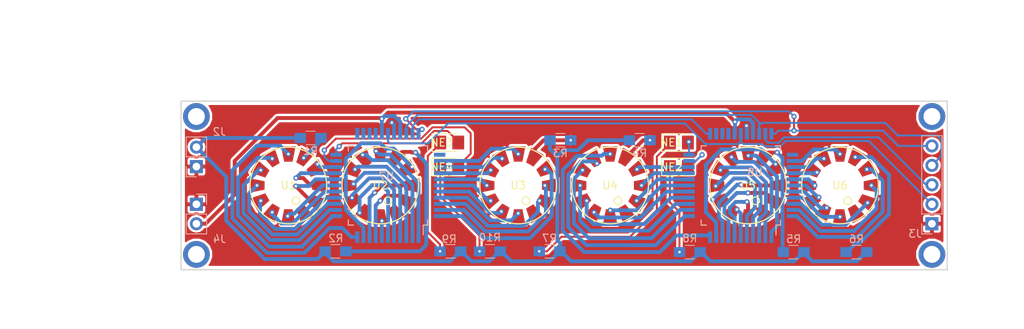
<source format=kicad_pcb>
(kicad_pcb (version 4) (host pcbnew 4.0.7)

  (general
    (links 100)
    (no_connects 0)
    (area 76.150001 56.3 213.85 100.700001)
    (thickness 1.6)
    (drawings 21)
    (tracks 622)
    (zones 0)
    (modules 29)
    (nets 98)
  )

  (page A4)
  (layers
    (0 F.Cu signal)
    (31 B.Cu signal)
    (36 B.SilkS user)
    (37 F.SilkS user)
    (38 B.Mask user)
    (39 F.Mask user)
    (41 Cmts.User user)
    (44 Edge.Cuts user)
  )

  (setup
    (last_trace_width 0.1524)
    (user_trace_width 0.1524)
    (user_trace_width 0.25)
    (user_trace_width 0.5)
    (user_trace_width 0.8)
    (trace_clearance 0.22)
    (zone_clearance 0.3048)
    (zone_45_only no)
    (trace_min 0.1524)
    (segment_width 0.2)
    (edge_width 0.15)
    (via_size 0.6858)
    (via_drill 0.3302)
    (via_min_size 0.6858)
    (via_min_drill 0.3302)
    (uvia_size 0.6858)
    (uvia_drill 0.3302)
    (uvias_allowed no)
    (uvia_min_size 0.6858)
    (uvia_min_drill 0.3302)
    (pcb_text_width 0.3)
    (pcb_text_size 1.5 1.5)
    (mod_edge_width 0.15)
    (mod_text_size 1 1)
    (mod_text_width 0.15)
    (pad_size 1.524 1.524)
    (pad_drill 0.762)
    (pad_to_mask_clearance 0.0254)
    (aux_axis_origin 0 0)
    (visible_elements 7FFFFFFF)
    (pcbplotparams
      (layerselection 0x010f0_80000001)
      (usegerberextensions false)
      (excludeedgelayer false)
      (linewidth 0.100000)
      (plotframeref false)
      (viasonmask true)
      (mode 1)
      (useauxorigin false)
      (hpglpennumber 1)
      (hpglpenspeed 20)
      (hpglpendiameter 15)
      (hpglpenoverlay 2)
      (psnegative false)
      (psa4output false)
      (plotreference true)
      (plotvalue false)
      (plotinvisibletext false)
      (padsonsilk true)
      (subtractmaskfromsilk false)
      (outputformat 4)
      (mirror false)
      (drillshape 2)
      (scaleselection 1)
      (outputdirectory PDF/))
  )

  (net 0 "")
  (net 1 GND)
  (net 2 HT)
  (net 3 CLK)
  (net 4 DATA)
  (net 5 ~LE)
  (net 6 ~BL)
  (net 7 +12V)
  (net 8 "Net-(NE1-Pad1)")
  (net 9 HRP)
  (net 10 "Net-(NE2-Pad1)")
  (net 11 LRP)
  (net 12 "Net-(NE3-Pad1)")
  (net 13 HLP)
  (net 14 "Net-(NE4-Pad1)")
  (net 15 LLP)
  (net 16 "Net-(R1-Pad2)")
  (net 17 "Net-(R2-Pad2)")
  (net 18 "Net-(R3-Pad2)")
  (net 19 "Net-(R4-Pad2)")
  (net 20 "Net-(R5-Pad2)")
  (net 21 "Net-(R6-Pad2)")
  (net 22 HH7)
  (net 23 HH6)
  (net 24 HH5)
  (net 25 HH4)
  (net 26 HH3)
  (net 27 HH2)
  (net 28 HH1)
  (net 29 HH0)
  (net 30 HH9)
  (net 31 HH8)
  (net 32 "Net-(U1-Pad12)")
  (net 33 LH7)
  (net 34 LH6)
  (net 35 LH5)
  (net 36 LH4)
  (net 37 LH3)
  (net 38 LH2)
  (net 39 LH1)
  (net 40 LH0)
  (net 41 LH9)
  (net 42 LH8)
  (net 43 "Net-(U2-Pad12)")
  (net 44 HM7)
  (net 45 HM6)
  (net 46 HM5)
  (net 47 HM4)
  (net 48 HM3)
  (net 49 HM2)
  (net 50 HM1)
  (net 51 HM0)
  (net 52 HM9)
  (net 53 HM8)
  (net 54 "Net-(U3-Pad12)")
  (net 55 LM7)
  (net 56 LM6)
  (net 57 LM5)
  (net 58 LM4)
  (net 59 LM3)
  (net 60 LM2)
  (net 61 LM1)
  (net 62 LM0)
  (net 63 LM9)
  (net 64 LM8)
  (net 65 "Net-(U4-Pad12)")
  (net 66 HS7)
  (net 67 HS6)
  (net 68 HS5)
  (net 69 HS4)
  (net 70 HS3)
  (net 71 HS2)
  (net 72 HS1)
  (net 73 HS0)
  (net 74 HS9)
  (net 75 HS8)
  (net 76 "Net-(U5-Pad12)")
  (net 77 LS7)
  (net 78 LS6)
  (net 79 LS5)
  (net 80 LS4)
  (net 81 LS3)
  (net 82 LS2)
  (net 83 LS1)
  (net 84 LS0)
  (net 85 LS9)
  (net 86 LS8)
  (net 87 "Net-(U6-Pad12)")
  (net 88 "Net-(U7-Pad23)")
  (net 89 "Net-(U7-Pad24)")
  (net 90 "Net-(U7-Pad25)")
  (net 91 "Net-(U7-Pad26)")
  (net 92 "Net-(U7-Pad32)")
  (net 93 "Net-(U7-Pad34)")
  (net 94 "Net-(U8-Pad24)")
  (net 95 "Net-(U8-Pad25)")
  (net 96 "Net-(U8-Pad26)")
  (net 97 "Net-(U8-Pad34)")

  (net_class Default "Ceci est la Netclass par défaut"
    (clearance 0.22)
    (trace_width 0.1524)
    (via_dia 0.6858)
    (via_drill 0.3302)
    (uvia_dia 0.6858)
    (uvia_drill 0.3302)
    (add_net +12V)
    (add_net CLK)
    (add_net DATA)
    (add_net GND)
    (add_net HH0)
    (add_net HH1)
    (add_net HH2)
    (add_net HH3)
    (add_net HH4)
    (add_net HH5)
    (add_net HH6)
    (add_net HH7)
    (add_net HH8)
    (add_net HH9)
    (add_net HLP)
    (add_net HM0)
    (add_net HM1)
    (add_net HM2)
    (add_net HM3)
    (add_net HM4)
    (add_net HM5)
    (add_net HM6)
    (add_net HM7)
    (add_net HM8)
    (add_net HM9)
    (add_net HRP)
    (add_net HS0)
    (add_net HS1)
    (add_net HS2)
    (add_net HS3)
    (add_net HS4)
    (add_net HS5)
    (add_net HS6)
    (add_net HS7)
    (add_net HS8)
    (add_net HS9)
    (add_net HT)
    (add_net LH0)
    (add_net LH1)
    (add_net LH2)
    (add_net LH3)
    (add_net LH4)
    (add_net LH5)
    (add_net LH6)
    (add_net LH7)
    (add_net LH8)
    (add_net LH9)
    (add_net LLP)
    (add_net LM0)
    (add_net LM1)
    (add_net LM2)
    (add_net LM3)
    (add_net LM4)
    (add_net LM5)
    (add_net LM6)
    (add_net LM7)
    (add_net LM8)
    (add_net LM9)
    (add_net LRP)
    (add_net LS0)
    (add_net LS1)
    (add_net LS2)
    (add_net LS3)
    (add_net LS4)
    (add_net LS5)
    (add_net LS6)
    (add_net LS7)
    (add_net LS8)
    (add_net LS9)
    (add_net "Net-(NE1-Pad1)")
    (add_net "Net-(NE2-Pad1)")
    (add_net "Net-(NE3-Pad1)")
    (add_net "Net-(NE4-Pad1)")
    (add_net "Net-(R1-Pad2)")
    (add_net "Net-(R2-Pad2)")
    (add_net "Net-(R3-Pad2)")
    (add_net "Net-(R4-Pad2)")
    (add_net "Net-(R5-Pad2)")
    (add_net "Net-(R6-Pad2)")
    (add_net "Net-(U1-Pad12)")
    (add_net "Net-(U2-Pad12)")
    (add_net "Net-(U3-Pad12)")
    (add_net "Net-(U4-Pad12)")
    (add_net "Net-(U5-Pad12)")
    (add_net "Net-(U6-Pad12)")
    (add_net "Net-(U7-Pad23)")
    (add_net "Net-(U7-Pad24)")
    (add_net "Net-(U7-Pad25)")
    (add_net "Net-(U7-Pad26)")
    (add_net "Net-(U7-Pad32)")
    (add_net "Net-(U7-Pad34)")
    (add_net "Net-(U8-Pad24)")
    (add_net "Net-(U8-Pad25)")
    (add_net "Net-(U8-Pad26)")
    (add_net "Net-(U8-Pad34)")
    (add_net ~BL)
    (add_net ~LE)
  )

  (module Housings_QFP:PQFP-44_10x10mm_Pitch0.8mm (layer B.Cu) (tedit 5B422098) (tstamp 5B420C82)
    (at 127 80 90)
    (descr "44-Lead Plastic Quad Flatpack - 10x10x2.5mm Body (http://www.onsemi.com/pub/Collateral/122BK.PDF)")
    (tags "PQFP 0.8")
    (path /5B38D23E)
    (attr smd)
    (fp_text reference U7 (at 1.2 -0.2 180) (layer B.SilkS)
      (effects (font (size 1 1) (thickness 0.15)) (justify mirror))
    )
    (fp_text value HV5522PG (at 0 -2.5 90) (layer B.Fab)
      (effects (font (size 1 1) (thickness 0.15)) (justify mirror))
    )
    (fp_text user %R (at 0 0 90) (layer B.Fab)
      (effects (font (size 1 1) (thickness 0.15)) (justify mirror))
    )
    (fp_line (start -4 5) (end 5 5) (layer B.Fab) (width 0.15))
    (fp_line (start 5 5) (end 5 -5) (layer B.Fab) (width 0.15))
    (fp_line (start 5 -5) (end -5 -5) (layer B.Fab) (width 0.15))
    (fp_line (start -5 -5) (end -5 4) (layer B.Fab) (width 0.15))
    (fp_line (start -5 4) (end -4 5) (layer B.Fab) (width 0.15))
    (fp_line (start -7.05 7.05) (end -7.05 -7.05) (layer B.CrtYd) (width 0.05))
    (fp_line (start 7.05 7.05) (end 7.05 -7.05) (layer B.CrtYd) (width 0.05))
    (fp_line (start -7.05 7.05) (end 7.05 7.05) (layer B.CrtYd) (width 0.05))
    (fp_line (start -7.05 -7.05) (end 7.05 -7.05) (layer B.CrtYd) (width 0.05))
    (fp_line (start -5.175 5.175) (end -5.175 4.6) (layer B.SilkS) (width 0.15))
    (fp_line (start 5.175 5.175) (end 5.175 4.5) (layer B.SilkS) (width 0.15))
    (fp_line (start 5.175 -5.175) (end 5.175 -4.5) (layer B.SilkS) (width 0.15))
    (fp_line (start -5.175 -5.175) (end -5.175 -4.5) (layer B.SilkS) (width 0.15))
    (fp_line (start -5.175 5.175) (end -4.5 5.175) (layer B.SilkS) (width 0.15))
    (fp_line (start -5.175 -5.175) (end -4.5 -5.175) (layer B.SilkS) (width 0.15))
    (fp_line (start 5.175 -5.175) (end 4.5 -5.175) (layer B.SilkS) (width 0.15))
    (fp_line (start 5.175 5.175) (end 4.5 5.175) (layer B.SilkS) (width 0.15))
    (fp_line (start -5.175 4.6) (end -6.45 4.6) (layer B.SilkS) (width 0.15))
    (pad 1 smd rect (at -6.75 4 90) (size 1.5 0.52) (layers B.Cu B.Mask)
      (net 39 LH1))
    (pad 2 smd rect (at -6.75 3.2 90) (size 1.5 0.52) (layers B.Cu B.Mask)
      (net 38 LH2))
    (pad 3 smd rect (at -6.75 2.4 90) (size 1.5 0.52) (layers B.Cu B.Mask)
      (net 37 LH3))
    (pad 4 smd rect (at -6.75 1.6 90) (size 1.5 0.52) (layers B.Cu B.Mask)
      (net 36 LH4))
    (pad 5 smd rect (at -6.75 0.8 90) (size 1.5 0.52) (layers B.Cu B.Mask)
      (net 35 LH5))
    (pad 6 smd rect (at -6.75 0 90) (size 1.5 0.52) (layers B.Cu B.Mask)
      (net 34 LH6))
    (pad 7 smd rect (at -6.75 -0.8 90) (size 1.5 0.52) (layers B.Cu B.Mask)
      (net 33 LH7))
    (pad 8 smd rect (at -6.75 -1.6 90) (size 1.5 0.52) (layers B.Cu B.Mask)
      (net 42 LH8))
    (pad 9 smd rect (at -6.75 -2.4 90) (size 1.5 0.52) (layers B.Cu B.Mask)
      (net 41 LH9))
    (pad 10 smd rect (at -6.75 -3.2 90) (size 1.5 0.52) (layers B.Cu B.Mask)
      (net 40 LH0))
    (pad 11 smd rect (at -6.75 -4 90) (size 1.5 0.52) (layers B.Cu B.Mask)
      (net 28 HH1))
    (pad 12 smd rect (at -4 -6.75 90) (size 0.52 1.5) (layers B.Cu B.Mask)
      (net 27 HH2))
    (pad 13 smd rect (at -3.2 -6.75 90) (size 0.52 1.5) (layers B.Cu B.Mask)
      (net 26 HH3))
    (pad 14 smd rect (at -2.4 -6.75 90) (size 0.52 1.5) (layers B.Cu B.Mask)
      (net 25 HH4))
    (pad 15 smd rect (at -1.6 -6.75 90) (size 0.52 1.5) (layers B.Cu B.Mask)
      (net 24 HH5))
    (pad 16 smd rect (at -0.8 -6.75 90) (size 0.52 1.5) (layers B.Cu B.Mask)
      (net 23 HH6))
    (pad 17 smd rect (at 0 -6.75 90) (size 0.52 1.5) (layers B.Cu B.Mask)
      (net 22 HH7))
    (pad 18 smd rect (at 0.8 -6.75 90) (size 0.52 1.5) (layers B.Cu B.Mask)
      (net 31 HH8))
    (pad 19 smd rect (at 1.6 -6.75 90) (size 0.52 1.5) (layers B.Cu B.Mask)
      (net 30 HH9))
    (pad 20 smd rect (at 2.4 -6.75 90) (size 0.52 1.5) (layers B.Cu B.Mask)
      (net 29 HH0))
    (pad 21 smd rect (at 3.2 -6.75 90) (size 0.52 1.5) (layers B.Cu B.Mask)
      (net 15 LLP))
    (pad 22 smd rect (at 4 -6.75 90) (size 0.52 1.5) (layers B.Cu B.Mask)
      (net 13 HLP))
    (pad 23 smd rect (at 6.75 -4 90) (size 1.5 0.52) (layers B.Cu B.Mask)
      (net 88 "Net-(U7-Pad23)"))
    (pad 24 smd rect (at 6.75 -3.2 90) (size 1.5 0.52) (layers B.Cu B.Mask)
      (net 89 "Net-(U7-Pad24)"))
    (pad 25 smd rect (at 6.75 -2.4 90) (size 1.5 0.52) (layers B.Cu B.Mask)
      (net 90 "Net-(U7-Pad25)"))
    (pad 26 smd rect (at 6.75 -1.6 90) (size 1.5 0.52) (layers B.Cu B.Mask)
      (net 91 "Net-(U7-Pad26)"))
    (pad 27 smd rect (at 6.75 -0.8 90) (size 1.5 0.52) (layers B.Cu B.Mask)
      (net 7 +12V))
    (pad 28 smd rect (at 6.75 0 90) (size 1.5 0.52) (layers B.Cu B.Mask)
      (net 3 CLK))
    (pad 29 smd rect (at 6.75 0.8 90) (size 1.5 0.52) (layers B.Cu B.Mask)
      (net 1 GND))
    (pad 30 smd rect (at 6.75 1.6 90) (size 1.5 0.52) (layers B.Cu B.Mask)
      (net 7 +12V))
    (pad 31 smd rect (at 6.75 2.4 90) (size 1.5 0.52) (layers B.Cu B.Mask)
      (net 5 ~LE))
    (pad 32 smd rect (at 6.75 3.2 90) (size 1.5 0.52) (layers B.Cu B.Mask)
      (net 92 "Net-(U7-Pad32)"))
    (pad 33 smd rect (at 6.75 4 90) (size 1.5 0.52) (layers B.Cu B.Mask)
      (net 6 ~BL))
    (pad 34 smd rect (at 4 6.75 90) (size 0.52 1.5) (layers B.Cu B.Mask)
      (net 93 "Net-(U7-Pad34)"))
    (pad 35 smd rect (at 3.2 6.75 90) (size 0.52 1.5) (layers B.Cu B.Mask)
      (net 50 HM1))
    (pad 36 smd rect (at 2.4 6.75 90) (size 0.52 1.5) (layers B.Cu B.Mask)
      (net 49 HM2))
    (pad 37 smd rect (at 1.6 6.75 90) (size 0.52 1.5) (layers B.Cu B.Mask)
      (net 48 HM3))
    (pad 38 smd rect (at 0.8 6.75 90) (size 0.52 1.5) (layers B.Cu B.Mask)
      (net 47 HM4))
    (pad 39 smd rect (at 0 6.75 90) (size 0.52 1.5) (layers B.Cu B.Mask)
      (net 46 HM5))
    (pad 40 smd rect (at -0.8 6.75 90) (size 0.52 1.5) (layers B.Cu B.Mask)
      (net 45 HM6))
    (pad 41 smd rect (at -1.6 6.75 90) (size 0.52 1.5) (layers B.Cu B.Mask)
      (net 44 HM7))
    (pad 42 smd rect (at -2.4 6.75 90) (size 0.52 1.5) (layers B.Cu B.Mask)
      (net 53 HM8))
    (pad 43 smd rect (at -3.2 6.75 90) (size 0.52 1.5) (layers B.Cu B.Mask)
      (net 52 HM9))
    (pad 44 smd rect (at -4 6.75 90) (size 0.52 1.5) (layers B.Cu B.Mask)
      (net 51 HM0))
    (model ${KISYS3DMOD}/Housings_QFP.3dshapes/PQFP-44_10x10mm_Pitch0.8mm.wrl
      (at (xyz 0 0 0))
      (scale (xyz 1 1 1))
      (rotate (xyz 0 0 0))
    )
  )

  (module Housings_QFP:PQFP-44_10x10mm_Pitch0.8mm (layer B.Cu) (tedit 59A9B33B) (tstamp 5B420CB2)
    (at 173.05 80 90)
    (descr "44-Lead Plastic Quad Flatpack - 10x10x2.5mm Body (http://www.onsemi.com/pub/Collateral/122BK.PDF)")
    (tags "PQFP 0.8")
    (path /5B38D261)
    (attr smd)
    (fp_text reference U8 (at 1.7 1.85 180) (layer B.SilkS)
      (effects (font (size 1 1) (thickness 0.15)) (justify mirror))
    )
    (fp_text value HV5522PG (at 0 -4.1 90) (layer B.Fab)
      (effects (font (size 1 1) (thickness 0.15)) (justify mirror))
    )
    (fp_text user %R (at 0 0 90) (layer B.Fab)
      (effects (font (size 1 1) (thickness 0.15)) (justify mirror))
    )
    (fp_line (start -4 5) (end 5 5) (layer B.Fab) (width 0.15))
    (fp_line (start 5 5) (end 5 -5) (layer B.Fab) (width 0.15))
    (fp_line (start 5 -5) (end -5 -5) (layer B.Fab) (width 0.15))
    (fp_line (start -5 -5) (end -5 4) (layer B.Fab) (width 0.15))
    (fp_line (start -5 4) (end -4 5) (layer B.Fab) (width 0.15))
    (fp_line (start -7.05 7.05) (end -7.05 -7.05) (layer B.CrtYd) (width 0.05))
    (fp_line (start 7.05 7.05) (end 7.05 -7.05) (layer B.CrtYd) (width 0.05))
    (fp_line (start -7.05 7.05) (end 7.05 7.05) (layer B.CrtYd) (width 0.05))
    (fp_line (start -7.05 -7.05) (end 7.05 -7.05) (layer B.CrtYd) (width 0.05))
    (fp_line (start -5.175 5.175) (end -5.175 4.6) (layer B.SilkS) (width 0.15))
    (fp_line (start 5.175 5.175) (end 5.175 4.5) (layer B.SilkS) (width 0.15))
    (fp_line (start 5.175 -5.175) (end 5.175 -4.5) (layer B.SilkS) (width 0.15))
    (fp_line (start -5.175 -5.175) (end -5.175 -4.5) (layer B.SilkS) (width 0.15))
    (fp_line (start -5.175 5.175) (end -4.5 5.175) (layer B.SilkS) (width 0.15))
    (fp_line (start -5.175 -5.175) (end -4.5 -5.175) (layer B.SilkS) (width 0.15))
    (fp_line (start 5.175 -5.175) (end 4.5 -5.175) (layer B.SilkS) (width 0.15))
    (fp_line (start 5.175 5.175) (end 4.5 5.175) (layer B.SilkS) (width 0.15))
    (fp_line (start -5.175 4.6) (end -6.45 4.6) (layer B.SilkS) (width 0.15))
    (pad 1 smd rect (at -6.75 4 90) (size 1.5 0.52) (layers B.Cu B.Mask)
      (net 72 HS1))
    (pad 2 smd rect (at -6.75 3.2 90) (size 1.5 0.52) (layers B.Cu B.Mask)
      (net 71 HS2))
    (pad 3 smd rect (at -6.75 2.4 90) (size 1.5 0.52) (layers B.Cu B.Mask)
      (net 70 HS3))
    (pad 4 smd rect (at -6.75 1.6 90) (size 1.5 0.52) (layers B.Cu B.Mask)
      (net 69 HS4))
    (pad 5 smd rect (at -6.75 0.8 90) (size 1.5 0.52) (layers B.Cu B.Mask)
      (net 68 HS5))
    (pad 6 smd rect (at -6.75 0 90) (size 1.5 0.52) (layers B.Cu B.Mask)
      (net 67 HS6))
    (pad 7 smd rect (at -6.75 -0.8 90) (size 1.5 0.52) (layers B.Cu B.Mask)
      (net 66 HS7))
    (pad 8 smd rect (at -6.75 -1.6 90) (size 1.5 0.52) (layers B.Cu B.Mask)
      (net 75 HS8))
    (pad 9 smd rect (at -6.75 -2.4 90) (size 1.5 0.52) (layers B.Cu B.Mask)
      (net 74 HS9))
    (pad 10 smd rect (at -6.75 -3.2 90) (size 1.5 0.52) (layers B.Cu B.Mask)
      (net 73 HS0))
    (pad 11 smd rect (at -6.75 -4 90) (size 1.5 0.52) (layers B.Cu B.Mask)
      (net 61 LM1))
    (pad 12 smd rect (at -4 -6.75 90) (size 0.52 1.5) (layers B.Cu B.Mask)
      (net 60 LM2))
    (pad 13 smd rect (at -3.2 -6.75 90) (size 0.52 1.5) (layers B.Cu B.Mask)
      (net 59 LM3))
    (pad 14 smd rect (at -2.4 -6.75 90) (size 0.52 1.5) (layers B.Cu B.Mask)
      (net 58 LM4))
    (pad 15 smd rect (at -1.6 -6.75 90) (size 0.52 1.5) (layers B.Cu B.Mask)
      (net 57 LM5))
    (pad 16 smd rect (at -0.8 -6.75 90) (size 0.52 1.5) (layers B.Cu B.Mask)
      (net 56 LM6))
    (pad 17 smd rect (at 0 -6.75 90) (size 0.52 1.5) (layers B.Cu B.Mask)
      (net 55 LM7))
    (pad 18 smd rect (at 0.8 -6.75 90) (size 0.52 1.5) (layers B.Cu B.Mask)
      (net 64 LM8))
    (pad 19 smd rect (at 1.6 -6.75 90) (size 0.52 1.5) (layers B.Cu B.Mask)
      (net 63 LM9))
    (pad 20 smd rect (at 2.4 -6.75 90) (size 0.52 1.5) (layers B.Cu B.Mask)
      (net 62 LM0))
    (pad 21 smd rect (at 3.2 -6.75 90) (size 0.52 1.5) (layers B.Cu B.Mask)
      (net 11 LRP))
    (pad 22 smd rect (at 4 -6.75 90) (size 0.52 1.5) (layers B.Cu B.Mask)
      (net 9 HRP))
    (pad 23 smd rect (at 6.75 -4 90) (size 1.5 0.52) (layers B.Cu B.Mask)
      (net 92 "Net-(U7-Pad32)"))
    (pad 24 smd rect (at 6.75 -3.2 90) (size 1.5 0.52) (layers B.Cu B.Mask)
      (net 94 "Net-(U8-Pad24)"))
    (pad 25 smd rect (at 6.75 -2.4 90) (size 1.5 0.52) (layers B.Cu B.Mask)
      (net 95 "Net-(U8-Pad25)"))
    (pad 26 smd rect (at 6.75 -1.6 90) (size 1.5 0.52) (layers B.Cu B.Mask)
      (net 96 "Net-(U8-Pad26)"))
    (pad 27 smd rect (at 6.75 -0.8 90) (size 1.5 0.52) (layers B.Cu B.Mask)
      (net 7 +12V))
    (pad 28 smd rect (at 6.75 0 90) (size 1.5 0.52) (layers B.Cu B.Mask)
      (net 3 CLK))
    (pad 29 smd rect (at 6.75 0.8 90) (size 1.5 0.52) (layers B.Cu B.Mask)
      (net 1 GND))
    (pad 30 smd rect (at 6.75 1.6 90) (size 1.5 0.52) (layers B.Cu B.Mask)
      (net 7 +12V))
    (pad 31 smd rect (at 6.75 2.4 90) (size 1.5 0.52) (layers B.Cu B.Mask)
      (net 5 ~LE))
    (pad 32 smd rect (at 6.75 3.2 90) (size 1.5 0.52) (layers B.Cu B.Mask)
      (net 4 DATA))
    (pad 33 smd rect (at 6.75 4 90) (size 1.5 0.52) (layers B.Cu B.Mask)
      (net 6 ~BL))
    (pad 34 smd rect (at 4 6.75 90) (size 0.52 1.5) (layers B.Cu B.Mask)
      (net 97 "Net-(U8-Pad34)"))
    (pad 35 smd rect (at 3.2 6.75 90) (size 0.52 1.5) (layers B.Cu B.Mask)
      (net 83 LS1))
    (pad 36 smd rect (at 2.4 6.75 90) (size 0.52 1.5) (layers B.Cu B.Mask)
      (net 82 LS2))
    (pad 37 smd rect (at 1.6 6.75 90) (size 0.52 1.5) (layers B.Cu B.Mask)
      (net 81 LS3))
    (pad 38 smd rect (at 0.8 6.75 90) (size 0.52 1.5) (layers B.Cu B.Mask)
      (net 80 LS4))
    (pad 39 smd rect (at 0 6.75 90) (size 0.52 1.5) (layers B.Cu B.Mask)
      (net 79 LS5))
    (pad 40 smd rect (at -0.8 6.75 90) (size 0.52 1.5) (layers B.Cu B.Mask)
      (net 78 LS6))
    (pad 41 smd rect (at -1.6 6.75 90) (size 0.52 1.5) (layers B.Cu B.Mask)
      (net 77 LS7))
    (pad 42 smd rect (at -2.4 6.75 90) (size 0.52 1.5) (layers B.Cu B.Mask)
      (net 86 LS8))
    (pad 43 smd rect (at -3.2 6.75 90) (size 0.52 1.5) (layers B.Cu B.Mask)
      (net 85 LS9))
    (pad 44 smd rect (at -4 6.75 90) (size 0.52 1.5) (layers B.Cu B.Mask)
      (net 84 LS0))
    (model ${KISYS3DMOD}/Housings_QFP.3dshapes/PQFP-44_10x10mm_Pitch0.8mm.wrl
      (at (xyz 0 0 0))
      (scale (xyz 1 1 1))
      (rotate (xyz 0 0 0))
    )
  )

  (module Pin_Headers:Pin_Header_Straight_1x02_Pitch2.54mm (layer B.Cu) (tedit 59650532) (tstamp 5B420B63)
    (at 102 77.54)
    (descr "Through hole straight pin header, 1x02, 2.54mm pitch, single row")
    (tags "Through hole pin header THT 1x02 2.54mm single row")
    (path /5B3F5AD4)
    (fp_text reference J2 (at 3 -4.54) (layer B.SilkS)
      (effects (font (size 1 1) (thickness 0.15)) (justify mirror))
    )
    (fp_text value Conn_01x02_Male (at 0 -4.87) (layer B.Fab)
      (effects (font (size 1 1) (thickness 0.15)) (justify mirror))
    )
    (fp_line (start -0.635 1.27) (end 1.27 1.27) (layer B.Fab) (width 0.1))
    (fp_line (start 1.27 1.27) (end 1.27 -3.81) (layer B.Fab) (width 0.1))
    (fp_line (start 1.27 -3.81) (end -1.27 -3.81) (layer B.Fab) (width 0.1))
    (fp_line (start -1.27 -3.81) (end -1.27 0.635) (layer B.Fab) (width 0.1))
    (fp_line (start -1.27 0.635) (end -0.635 1.27) (layer B.Fab) (width 0.1))
    (fp_line (start -1.33 -3.87) (end 1.33 -3.87) (layer B.SilkS) (width 0.12))
    (fp_line (start -1.33 -1.27) (end -1.33 -3.87) (layer B.SilkS) (width 0.12))
    (fp_line (start 1.33 -1.27) (end 1.33 -3.87) (layer B.SilkS) (width 0.12))
    (fp_line (start -1.33 -1.27) (end 1.33 -1.27) (layer B.SilkS) (width 0.12))
    (fp_line (start -1.33 0) (end -1.33 1.33) (layer B.SilkS) (width 0.12))
    (fp_line (start -1.33 1.33) (end 0 1.33) (layer B.SilkS) (width 0.12))
    (fp_line (start -1.8 1.8) (end -1.8 -4.35) (layer B.CrtYd) (width 0.05))
    (fp_line (start -1.8 -4.35) (end 1.8 -4.35) (layer B.CrtYd) (width 0.05))
    (fp_line (start 1.8 -4.35) (end 1.8 1.8) (layer B.CrtYd) (width 0.05))
    (fp_line (start 1.8 1.8) (end -1.8 1.8) (layer B.CrtYd) (width 0.05))
    (fp_text user %R (at 0 -1.27 270) (layer B.Fab)
      (effects (font (size 1 1) (thickness 0.15)) (justify mirror))
    )
    (pad 1 thru_hole rect (at 0 0) (size 1.7 1.7) (drill 1) (layers *.Cu *.Mask)
      (net 1 GND))
    (pad 2 thru_hole oval (at 0 -2.54) (size 1.7 1.7) (drill 1) (layers *.Cu *.Mask)
      (net 2 HT))
    (model ${KISYS3DMOD}/Pin_Headers.3dshapes/Pin_Header_Straight_1x02_Pitch2.54mm.wrl
      (at (xyz 0 0 0))
      (scale (xyz 1 1 1))
      (rotate (xyz 0 0 0))
    )
  )

  (module Pin_Headers:Pin_Header_Straight_1x05_Pitch2.54mm (layer B.Cu) (tedit 59650532) (tstamp 5B420B7C)
    (at 198 85)
    (descr "Through hole straight pin header, 1x05, 2.54mm pitch, single row")
    (tags "Through hole pin header THT 1x05 2.54mm single row")
    (path /5B3F5B5A)
    (fp_text reference J3 (at -2.2 1.3) (layer B.SilkS)
      (effects (font (size 1 1) (thickness 0.15)) (justify mirror))
    )
    (fp_text value Conn_01x05_Male (at 0 -12.49) (layer B.Fab)
      (effects (font (size 1 1) (thickness 0.15)) (justify mirror))
    )
    (fp_line (start -0.635 1.27) (end 1.27 1.27) (layer B.Fab) (width 0.1))
    (fp_line (start 1.27 1.27) (end 1.27 -11.43) (layer B.Fab) (width 0.1))
    (fp_line (start 1.27 -11.43) (end -1.27 -11.43) (layer B.Fab) (width 0.1))
    (fp_line (start -1.27 -11.43) (end -1.27 0.635) (layer B.Fab) (width 0.1))
    (fp_line (start -1.27 0.635) (end -0.635 1.27) (layer B.Fab) (width 0.1))
    (fp_line (start -1.33 -11.49) (end 1.33 -11.49) (layer B.SilkS) (width 0.12))
    (fp_line (start -1.33 -1.27) (end -1.33 -11.49) (layer B.SilkS) (width 0.12))
    (fp_line (start 1.33 -1.27) (end 1.33 -11.49) (layer B.SilkS) (width 0.12))
    (fp_line (start -1.33 -1.27) (end 1.33 -1.27) (layer B.SilkS) (width 0.12))
    (fp_line (start -1.33 0) (end -1.33 1.33) (layer B.SilkS) (width 0.12))
    (fp_line (start -1.33 1.33) (end 0 1.33) (layer B.SilkS) (width 0.12))
    (fp_line (start -1.8 1.8) (end -1.8 -11.95) (layer B.CrtYd) (width 0.05))
    (fp_line (start -1.8 -11.95) (end 1.8 -11.95) (layer B.CrtYd) (width 0.05))
    (fp_line (start 1.8 -11.95) (end 1.8 1.8) (layer B.CrtYd) (width 0.05))
    (fp_line (start 1.8 1.8) (end -1.8 1.8) (layer B.CrtYd) (width 0.05))
    (fp_text user %R (at 0 -5.08 270) (layer B.Fab)
      (effects (font (size 1 1) (thickness 0.15)) (justify mirror))
    )
    (pad 1 thru_hole rect (at 0 0) (size 1.7 1.7) (drill 1) (layers *.Cu *.Mask)
      (net 1 GND))
    (pad 2 thru_hole oval (at 0 -2.54) (size 1.7 1.7) (drill 1) (layers *.Cu *.Mask)
      (net 3 CLK))
    (pad 3 thru_hole oval (at 0 -5.08) (size 1.7 1.7) (drill 1) (layers *.Cu *.Mask)
      (net 4 DATA))
    (pad 4 thru_hole oval (at 0 -7.62) (size 1.7 1.7) (drill 1) (layers *.Cu *.Mask)
      (net 5 ~LE))
    (pad 5 thru_hole oval (at 0 -10.16) (size 1.7 1.7) (drill 1) (layers *.Cu *.Mask)
      (net 6 ~BL))
    (model ${KISYS3DMOD}/Pin_Headers.3dshapes/Pin_Header_Straight_1x05_Pitch2.54mm.wrl
      (at (xyz 0 0 0))
      (scale (xyz 1 1 1))
      (rotate (xyz 0 0 0))
    )
  )

  (module Pin_Headers:Pin_Header_Straight_1x02_Pitch2.54mm (layer B.Cu) (tedit 59650532) (tstamp 5B420B92)
    (at 102 82.46 180)
    (descr "Through hole straight pin header, 1x02, 2.54mm pitch, single row")
    (tags "Through hole pin header THT 1x02 2.54mm single row")
    (path /5B3F5B24)
    (fp_text reference J4 (at -3 -4.54 180) (layer B.SilkS)
      (effects (font (size 1 1) (thickness 0.15)) (justify mirror))
    )
    (fp_text value Conn_01x02_Male (at 0 -4.87 180) (layer B.Fab)
      (effects (font (size 1 1) (thickness 0.15)) (justify mirror))
    )
    (fp_line (start -0.635 1.27) (end 1.27 1.27) (layer B.Fab) (width 0.1))
    (fp_line (start 1.27 1.27) (end 1.27 -3.81) (layer B.Fab) (width 0.1))
    (fp_line (start 1.27 -3.81) (end -1.27 -3.81) (layer B.Fab) (width 0.1))
    (fp_line (start -1.27 -3.81) (end -1.27 0.635) (layer B.Fab) (width 0.1))
    (fp_line (start -1.27 0.635) (end -0.635 1.27) (layer B.Fab) (width 0.1))
    (fp_line (start -1.33 -3.87) (end 1.33 -3.87) (layer B.SilkS) (width 0.12))
    (fp_line (start -1.33 -1.27) (end -1.33 -3.87) (layer B.SilkS) (width 0.12))
    (fp_line (start 1.33 -1.27) (end 1.33 -3.87) (layer B.SilkS) (width 0.12))
    (fp_line (start -1.33 -1.27) (end 1.33 -1.27) (layer B.SilkS) (width 0.12))
    (fp_line (start -1.33 0) (end -1.33 1.33) (layer B.SilkS) (width 0.12))
    (fp_line (start -1.33 1.33) (end 0 1.33) (layer B.SilkS) (width 0.12))
    (fp_line (start -1.8 1.8) (end -1.8 -4.35) (layer B.CrtYd) (width 0.05))
    (fp_line (start -1.8 -4.35) (end 1.8 -4.35) (layer B.CrtYd) (width 0.05))
    (fp_line (start 1.8 -4.35) (end 1.8 1.8) (layer B.CrtYd) (width 0.05))
    (fp_line (start 1.8 1.8) (end -1.8 1.8) (layer B.CrtYd) (width 0.05))
    (fp_text user %R (at 0 -1.27 450) (layer B.Fab)
      (effects (font (size 1 1) (thickness 0.15)) (justify mirror))
    )
    (pad 1 thru_hole rect (at 0 0 180) (size 1.7 1.7) (drill 1) (layers *.Cu *.Mask)
      (net 1 GND))
    (pad 2 thru_hole oval (at 0 -2.54 180) (size 1.7 1.7) (drill 1) (layers *.Cu *.Mask)
      (net 7 +12V))
    (model ${KISYS3DMOD}/Pin_Headers.3dshapes/Pin_Header_Straight_1x02_Pitch2.54mm.wrl
      (at (xyz 0 0 0))
      (scale (xyz 1 1 1))
      (rotate (xyz 0 0 0))
    )
  )

  (module Resistors_SMD:R_0805_HandSoldering (layer B.Cu) (tedit 58E0A804) (tstamp 5B420BB0)
    (at 116.9 73.8)
    (descr "Resistor SMD 0805, hand soldering")
    (tags "resistor 0805")
    (path /5B42391A)
    (attr smd)
    (fp_text reference R1 (at 0 1.7) (layer B.SilkS)
      (effects (font (size 1 1) (thickness 0.15)) (justify mirror))
    )
    (fp_text value 27K (at 0 -1.75) (layer B.Fab)
      (effects (font (size 1 1) (thickness 0.15)) (justify mirror))
    )
    (fp_text user %R (at 0 0) (layer B.Fab)
      (effects (font (size 0.5 0.5) (thickness 0.075)) (justify mirror))
    )
    (fp_line (start -1 -0.62) (end -1 0.62) (layer B.Fab) (width 0.1))
    (fp_line (start 1 -0.62) (end -1 -0.62) (layer B.Fab) (width 0.1))
    (fp_line (start 1 0.62) (end 1 -0.62) (layer B.Fab) (width 0.1))
    (fp_line (start -1 0.62) (end 1 0.62) (layer B.Fab) (width 0.1))
    (fp_line (start 0.6 -0.88) (end -0.6 -0.88) (layer B.SilkS) (width 0.12))
    (fp_line (start -0.6 0.88) (end 0.6 0.88) (layer B.SilkS) (width 0.12))
    (fp_line (start -2.35 0.9) (end 2.35 0.9) (layer B.CrtYd) (width 0.05))
    (fp_line (start -2.35 0.9) (end -2.35 -0.9) (layer B.CrtYd) (width 0.05))
    (fp_line (start 2.35 -0.9) (end 2.35 0.9) (layer B.CrtYd) (width 0.05))
    (fp_line (start 2.35 -0.9) (end -2.35 -0.9) (layer B.CrtYd) (width 0.05))
    (pad 1 smd rect (at -1.35 0) (size 1.5 1.3) (layers B.Cu B.Mask)
      (net 2 HT))
    (pad 2 smd rect (at 1.35 0) (size 1.5 1.3) (layers B.Cu B.Mask)
      (net 16 "Net-(R1-Pad2)"))
    (model ${KISYS3DMOD}/Resistors_SMD.3dshapes/R_0805.wrl
      (at (xyz 0 0 0))
      (scale (xyz 1 1 1))
      (rotate (xyz 0 0 0))
    )
  )

  (module Resistors_SMD:R_0805_HandSoldering (layer B.Cu) (tedit 58E0A804) (tstamp 5B420BB6)
    (at 120.15 88.6)
    (descr "Resistor SMD 0805, hand soldering")
    (tags "resistor 0805")
    (path /5B4238E3)
    (attr smd)
    (fp_text reference R2 (at 0.05 -1.7) (layer B.SilkS)
      (effects (font (size 1 1) (thickness 0.15)) (justify mirror))
    )
    (fp_text value 27K (at 0 -1.75) (layer B.Fab)
      (effects (font (size 1 1) (thickness 0.15)) (justify mirror))
    )
    (fp_text user %R (at 0 0) (layer B.Fab)
      (effects (font (size 0.5 0.5) (thickness 0.075)) (justify mirror))
    )
    (fp_line (start -1 -0.62) (end -1 0.62) (layer B.Fab) (width 0.1))
    (fp_line (start 1 -0.62) (end -1 -0.62) (layer B.Fab) (width 0.1))
    (fp_line (start 1 0.62) (end 1 -0.62) (layer B.Fab) (width 0.1))
    (fp_line (start -1 0.62) (end 1 0.62) (layer B.Fab) (width 0.1))
    (fp_line (start 0.6 -0.88) (end -0.6 -0.88) (layer B.SilkS) (width 0.12))
    (fp_line (start -0.6 0.88) (end 0.6 0.88) (layer B.SilkS) (width 0.12))
    (fp_line (start -2.35 0.9) (end 2.35 0.9) (layer B.CrtYd) (width 0.05))
    (fp_line (start -2.35 0.9) (end -2.35 -0.9) (layer B.CrtYd) (width 0.05))
    (fp_line (start 2.35 -0.9) (end 2.35 0.9) (layer B.CrtYd) (width 0.05))
    (fp_line (start 2.35 -0.9) (end -2.35 -0.9) (layer B.CrtYd) (width 0.05))
    (pad 1 smd rect (at -1.35 0) (size 1.5 1.3) (layers B.Cu B.Mask)
      (net 2 HT))
    (pad 2 smd rect (at 1.35 0) (size 1.5 1.3) (layers B.Cu B.Mask)
      (net 17 "Net-(R2-Pad2)"))
    (model ${KISYS3DMOD}/Resistors_SMD.3dshapes/R_0805.wrl
      (at (xyz 0 0 0))
      (scale (xyz 1 1 1))
      (rotate (xyz 0 0 0))
    )
  )

  (module Resistors_SMD:R_0805_HandSoldering (layer B.Cu) (tedit 58E0A804) (tstamp 5B420BBC)
    (at 149.5 74.1)
    (descr "Resistor SMD 0805, hand soldering")
    (tags "resistor 0805")
    (path /5B423AAD)
    (attr smd)
    (fp_text reference R3 (at 0 1.7) (layer B.SilkS)
      (effects (font (size 1 1) (thickness 0.15)) (justify mirror))
    )
    (fp_text value 27K (at 0 -1.75) (layer B.Fab)
      (effects (font (size 1 1) (thickness 0.15)) (justify mirror))
    )
    (fp_text user %R (at 0 0.0036) (layer B.Fab)
      (effects (font (size 0.5 0.5) (thickness 0.075)) (justify mirror))
    )
    (fp_line (start -1 -0.62) (end -1 0.62) (layer B.Fab) (width 0.1))
    (fp_line (start 1 -0.62) (end -1 -0.62) (layer B.Fab) (width 0.1))
    (fp_line (start 1 0.62) (end 1 -0.62) (layer B.Fab) (width 0.1))
    (fp_line (start -1 0.62) (end 1 0.62) (layer B.Fab) (width 0.1))
    (fp_line (start 0.6 -0.88) (end -0.6 -0.88) (layer B.SilkS) (width 0.12))
    (fp_line (start -0.6 0.88) (end 0.6 0.88) (layer B.SilkS) (width 0.12))
    (fp_line (start -2.35 0.9) (end 2.35 0.9) (layer B.CrtYd) (width 0.05))
    (fp_line (start -2.35 0.9) (end -2.35 -0.9) (layer B.CrtYd) (width 0.05))
    (fp_line (start 2.35 -0.9) (end 2.35 0.9) (layer B.CrtYd) (width 0.05))
    (fp_line (start 2.35 -0.9) (end -2.35 -0.9) (layer B.CrtYd) (width 0.05))
    (pad 1 smd rect (at -1.35 0) (size 1.5 1.3) (layers B.Cu B.Mask)
      (net 2 HT))
    (pad 2 smd rect (at 1.35 0) (size 1.5 1.3) (layers B.Cu B.Mask)
      (net 18 "Net-(R3-Pad2)"))
    (model ${KISYS3DMOD}/Resistors_SMD.3dshapes/R_0805.wrl
      (at (xyz 0 0 0))
      (scale (xyz 1 1 1))
      (rotate (xyz 0 0 0))
    )
  )

  (module Resistors_SMD:R_0805_HandSoldering (layer B.Cu) (tedit 58E0A804) (tstamp 5B420BC2)
    (at 159.85 74.1)
    (descr "Resistor SMD 0805, hand soldering")
    (tags "resistor 0805")
    (path /5B423A76)
    (attr smd)
    (fp_text reference R4 (at 0 1.7) (layer B.SilkS)
      (effects (font (size 1 1) (thickness 0.15)) (justify mirror))
    )
    (fp_text value 27K (at 0 -1.75) (layer B.Fab)
      (effects (font (size 1 1) (thickness 0.15)) (justify mirror))
    )
    (fp_text user %R (at 0 0) (layer B.Fab)
      (effects (font (size 0.5 0.5) (thickness 0.075)) (justify mirror))
    )
    (fp_line (start -1 -0.62) (end -1 0.62) (layer B.Fab) (width 0.1))
    (fp_line (start 1 -0.62) (end -1 -0.62) (layer B.Fab) (width 0.1))
    (fp_line (start 1 0.62) (end 1 -0.62) (layer B.Fab) (width 0.1))
    (fp_line (start -1 0.62) (end 1 0.62) (layer B.Fab) (width 0.1))
    (fp_line (start 0.6 -0.88) (end -0.6 -0.88) (layer B.SilkS) (width 0.12))
    (fp_line (start -0.6 0.88) (end 0.6 0.88) (layer B.SilkS) (width 0.12))
    (fp_line (start -2.35 0.9) (end 2.35 0.9) (layer B.CrtYd) (width 0.05))
    (fp_line (start -2.35 0.9) (end -2.35 -0.9) (layer B.CrtYd) (width 0.05))
    (fp_line (start 2.35 -0.9) (end 2.35 0.9) (layer B.CrtYd) (width 0.05))
    (fp_line (start 2.35 -0.9) (end -2.35 -0.9) (layer B.CrtYd) (width 0.05))
    (pad 1 smd rect (at -1.35 0) (size 1.5 1.3) (layers B.Cu B.Mask)
      (net 2 HT))
    (pad 2 smd rect (at 1.35 0) (size 1.5 1.3) (layers B.Cu B.Mask)
      (net 19 "Net-(R4-Pad2)"))
    (model ${KISYS3DMOD}/Resistors_SMD.3dshapes/R_0805.wrl
      (at (xyz 0 0 0))
      (scale (xyz 1 1 1))
      (rotate (xyz 0 0 0))
    )
  )

  (module Resistors_SMD:R_0805_HandSoldering (layer B.Cu) (tedit 58E0A804) (tstamp 5B420BC8)
    (at 179.95 88.7 180)
    (descr "Resistor SMD 0805, hand soldering")
    (tags "resistor 0805")
    (path /5B4235B2)
    (attr smd)
    (fp_text reference R5 (at 0 1.7 180) (layer B.SilkS)
      (effects (font (size 1 1) (thickness 0.15)) (justify mirror))
    )
    (fp_text value 27K (at 0 -1.75 180) (layer B.Fab)
      (effects (font (size 1 1) (thickness 0.15)) (justify mirror))
    )
    (fp_text user %R (at 0 0 180) (layer B.Fab)
      (effects (font (size 0.5 0.5) (thickness 0.075)) (justify mirror))
    )
    (fp_line (start -1 -0.62) (end -1 0.62) (layer B.Fab) (width 0.1))
    (fp_line (start 1 -0.62) (end -1 -0.62) (layer B.Fab) (width 0.1))
    (fp_line (start 1 0.62) (end 1 -0.62) (layer B.Fab) (width 0.1))
    (fp_line (start -1 0.62) (end 1 0.62) (layer B.Fab) (width 0.1))
    (fp_line (start 0.6 -0.88) (end -0.6 -0.88) (layer B.SilkS) (width 0.12))
    (fp_line (start -0.6 0.88) (end 0.6 0.88) (layer B.SilkS) (width 0.12))
    (fp_line (start -2.35 0.9) (end 2.35 0.9) (layer B.CrtYd) (width 0.05))
    (fp_line (start -2.35 0.9) (end -2.35 -0.9) (layer B.CrtYd) (width 0.05))
    (fp_line (start 2.35 -0.9) (end 2.35 0.9) (layer B.CrtYd) (width 0.05))
    (fp_line (start 2.35 -0.9) (end -2.35 -0.9) (layer B.CrtYd) (width 0.05))
    (pad 1 smd rect (at -1.35 0 180) (size 1.5 1.3) (layers B.Cu B.Mask)
      (net 2 HT))
    (pad 2 smd rect (at 1.35 0 180) (size 1.5 1.3) (layers B.Cu B.Mask)
      (net 20 "Net-(R5-Pad2)"))
    (model ${KISYS3DMOD}/Resistors_SMD.3dshapes/R_0805.wrl
      (at (xyz 0 0 0))
      (scale (xyz 1 1 1))
      (rotate (xyz 0 0 0))
    )
  )

  (module Resistors_SMD:R_0805_HandSoldering (layer B.Cu) (tedit 58E0A804) (tstamp 5B420BCE)
    (at 188.15 88.7 180)
    (descr "Resistor SMD 0805, hand soldering")
    (tags "resistor 0805")
    (path /5B3F5DE4)
    (attr smd)
    (fp_text reference R6 (at 0 1.7 180) (layer B.SilkS)
      (effects (font (size 1 1) (thickness 0.15)) (justify mirror))
    )
    (fp_text value 27K (at 0 -1.75 180) (layer B.Fab)
      (effects (font (size 1 1) (thickness 0.15)) (justify mirror))
    )
    (fp_text user %R (at 0 0 180) (layer B.Fab)
      (effects (font (size 0.5 0.5) (thickness 0.075)) (justify mirror))
    )
    (fp_line (start -1 -0.62) (end -1 0.62) (layer B.Fab) (width 0.1))
    (fp_line (start 1 -0.62) (end -1 -0.62) (layer B.Fab) (width 0.1))
    (fp_line (start 1 0.62) (end 1 -0.62) (layer B.Fab) (width 0.1))
    (fp_line (start -1 0.62) (end 1 0.62) (layer B.Fab) (width 0.1))
    (fp_line (start 0.6 -0.88) (end -0.6 -0.88) (layer B.SilkS) (width 0.12))
    (fp_line (start -0.6 0.88) (end 0.6 0.88) (layer B.SilkS) (width 0.12))
    (fp_line (start -2.35 0.9) (end 2.35 0.9) (layer B.CrtYd) (width 0.05))
    (fp_line (start -2.35 0.9) (end -2.35 -0.9) (layer B.CrtYd) (width 0.05))
    (fp_line (start 2.35 -0.9) (end 2.35 0.9) (layer B.CrtYd) (width 0.05))
    (fp_line (start 2.35 -0.9) (end -2.35 -0.9) (layer B.CrtYd) (width 0.05))
    (pad 1 smd rect (at -1.35 0 180) (size 1.5 1.3) (layers B.Cu B.Mask)
      (net 2 HT))
    (pad 2 smd rect (at 1.35 0 180) (size 1.5 1.3) (layers B.Cu B.Mask)
      (net 21 "Net-(R6-Pad2)"))
    (model ${KISYS3DMOD}/Resistors_SMD.3dshapes/R_0805.wrl
      (at (xyz 0 0 0))
      (scale (xyz 1 1 1))
      (rotate (xyz 0 0 0))
    )
  )

  (module Resistors_SMD:R_0805_HandSoldering (layer B.Cu) (tedit 58E0A804) (tstamp 5B420BD4)
    (at 148.1 88.6)
    (descr "Resistor SMD 0805, hand soldering")
    (tags "resistor 0805")
    (path /5B3F6C18)
    (attr smd)
    (fp_text reference R7 (at 0 -1.7) (layer B.SilkS)
      (effects (font (size 1 1) (thickness 0.15)) (justify mirror))
    )
    (fp_text value 220K (at 0 -1.75) (layer B.Fab)
      (effects (font (size 1 1) (thickness 0.15)) (justify mirror))
    )
    (fp_text user %R (at 0 0) (layer B.Fab)
      (effects (font (size 0.5 0.5) (thickness 0.075)) (justify mirror))
    )
    (fp_line (start -1 -0.62) (end -1 0.62) (layer B.Fab) (width 0.1))
    (fp_line (start 1 -0.62) (end -1 -0.62) (layer B.Fab) (width 0.1))
    (fp_line (start 1 0.62) (end 1 -0.62) (layer B.Fab) (width 0.1))
    (fp_line (start -1 0.62) (end 1 0.62) (layer B.Fab) (width 0.1))
    (fp_line (start 0.6 -0.88) (end -0.6 -0.88) (layer B.SilkS) (width 0.12))
    (fp_line (start -0.6 0.88) (end 0.6 0.88) (layer B.SilkS) (width 0.12))
    (fp_line (start -2.35 0.9) (end 2.35 0.9) (layer B.CrtYd) (width 0.05))
    (fp_line (start -2.35 0.9) (end -2.35 -0.9) (layer B.CrtYd) (width 0.05))
    (fp_line (start 2.35 -0.9) (end 2.35 0.9) (layer B.CrtYd) (width 0.05))
    (fp_line (start 2.35 -0.9) (end -2.35 -0.9) (layer B.CrtYd) (width 0.05))
    (pad 1 smd rect (at -1.35 0) (size 1.5 1.3) (layers B.Cu B.Mask)
      (net 8 "Net-(NE1-Pad1)"))
    (pad 2 smd rect (at 1.35 0) (size 1.5 1.3) (layers B.Cu B.Mask)
      (net 2 HT))
    (model ${KISYS3DMOD}/Resistors_SMD.3dshapes/R_0805.wrl
      (at (xyz 0 0 0))
      (scale (xyz 1 1 1))
      (rotate (xyz 0 0 0))
    )
  )

  (module Resistors_SMD:R_0805_HandSoldering (layer B.Cu) (tedit 58E0A804) (tstamp 5B420BDA)
    (at 166.4 88.7)
    (descr "Resistor SMD 0805, hand soldering")
    (tags "resistor 0805")
    (path /5B3F6BBE)
    (attr smd)
    (fp_text reference R8 (at 0 -1.8) (layer B.SilkS)
      (effects (font (size 1 1) (thickness 0.15)) (justify mirror))
    )
    (fp_text value 220K (at 0 -1.75) (layer B.Fab)
      (effects (font (size 1 1) (thickness 0.15)) (justify mirror))
    )
    (fp_text user %R (at 0 0) (layer B.Fab)
      (effects (font (size 0.5 0.5) (thickness 0.075)) (justify mirror))
    )
    (fp_line (start -1 -0.62) (end -1 0.62) (layer B.Fab) (width 0.1))
    (fp_line (start 1 -0.62) (end -1 -0.62) (layer B.Fab) (width 0.1))
    (fp_line (start 1 0.62) (end 1 -0.62) (layer B.Fab) (width 0.1))
    (fp_line (start -1 0.62) (end 1 0.62) (layer B.Fab) (width 0.1))
    (fp_line (start 0.6 -0.88) (end -0.6 -0.88) (layer B.SilkS) (width 0.12))
    (fp_line (start -0.6 0.88) (end 0.6 0.88) (layer B.SilkS) (width 0.12))
    (fp_line (start -2.35 0.9) (end 2.35 0.9) (layer B.CrtYd) (width 0.05))
    (fp_line (start -2.35 0.9) (end -2.35 -0.9) (layer B.CrtYd) (width 0.05))
    (fp_line (start 2.35 -0.9) (end 2.35 0.9) (layer B.CrtYd) (width 0.05))
    (fp_line (start 2.35 -0.9) (end -2.35 -0.9) (layer B.CrtYd) (width 0.05))
    (pad 1 smd rect (at -1.35 0) (size 1.5 1.3) (layers B.Cu B.Mask)
      (net 10 "Net-(NE2-Pad1)"))
    (pad 2 smd rect (at 1.35 0) (size 1.5 1.3) (layers B.Cu B.Mask)
      (net 2 HT))
    (model ${KISYS3DMOD}/Resistors_SMD.3dshapes/R_0805.wrl
      (at (xyz 0 0 0))
      (scale (xyz 1 1 1))
      (rotate (xyz 0 0 0))
    )
  )

  (module Resistors_SMD:R_0805_HandSoldering (layer B.Cu) (tedit 58E0A804) (tstamp 5B420BE0)
    (at 135.15 88.6)
    (descr "Resistor SMD 0805, hand soldering")
    (tags "resistor 0805")
    (path /5B3F6CE1)
    (attr smd)
    (fp_text reference R9 (at -0.15 -1.6) (layer B.SilkS)
      (effects (font (size 1 1) (thickness 0.15)) (justify mirror))
    )
    (fp_text value 220K (at 0 -1.75) (layer B.Fab)
      (effects (font (size 1 1) (thickness 0.15)) (justify mirror))
    )
    (fp_text user %R (at 0 0) (layer B.Fab)
      (effects (font (size 0.5 0.5) (thickness 0.075)) (justify mirror))
    )
    (fp_line (start -1 -0.62) (end -1 0.62) (layer B.Fab) (width 0.1))
    (fp_line (start 1 -0.62) (end -1 -0.62) (layer B.Fab) (width 0.1))
    (fp_line (start 1 0.62) (end 1 -0.62) (layer B.Fab) (width 0.1))
    (fp_line (start -1 0.62) (end 1 0.62) (layer B.Fab) (width 0.1))
    (fp_line (start 0.6 -0.88) (end -0.6 -0.88) (layer B.SilkS) (width 0.12))
    (fp_line (start -0.6 0.88) (end 0.6 0.88) (layer B.SilkS) (width 0.12))
    (fp_line (start -2.35 0.9) (end 2.35 0.9) (layer B.CrtYd) (width 0.05))
    (fp_line (start -2.35 0.9) (end -2.35 -0.9) (layer B.CrtYd) (width 0.05))
    (fp_line (start 2.35 -0.9) (end 2.35 0.9) (layer B.CrtYd) (width 0.05))
    (fp_line (start 2.35 -0.9) (end -2.35 -0.9) (layer B.CrtYd) (width 0.05))
    (pad 1 smd rect (at -1.35 0) (size 1.5 1.3) (layers B.Cu B.Mask)
      (net 12 "Net-(NE3-Pad1)"))
    (pad 2 smd rect (at 1.35 0) (size 1.5 1.3) (layers B.Cu B.Mask)
      (net 2 HT))
    (model ${KISYS3DMOD}/Resistors_SMD.3dshapes/R_0805.wrl
      (at (xyz 0 0 0))
      (scale (xyz 1 1 1))
      (rotate (xyz 0 0 0))
    )
  )

  (module Resistors_SMD:R_0805_HandSoldering (layer B.Cu) (tedit 58E0A804) (tstamp 5B420BE6)
    (at 140.3 88.6)
    (descr "Resistor SMD 0805, hand soldering")
    (tags "resistor 0805")
    (path /5B3F6C79)
    (attr smd)
    (fp_text reference R10 (at 0 -1.8) (layer B.SilkS)
      (effects (font (size 1 1) (thickness 0.15)) (justify mirror))
    )
    (fp_text value 220K (at 0 -1.75) (layer B.Fab)
      (effects (font (size 1 1) (thickness 0.15)) (justify mirror))
    )
    (fp_text user %R (at 0 0) (layer B.Fab)
      (effects (font (size 0.5 0.5) (thickness 0.075)) (justify mirror))
    )
    (fp_line (start -1 -0.62) (end -1 0.62) (layer B.Fab) (width 0.1))
    (fp_line (start 1 -0.62) (end -1 -0.62) (layer B.Fab) (width 0.1))
    (fp_line (start 1 0.62) (end 1 -0.62) (layer B.Fab) (width 0.1))
    (fp_line (start -1 0.62) (end 1 0.62) (layer B.Fab) (width 0.1))
    (fp_line (start 0.6 -0.88) (end -0.6 -0.88) (layer B.SilkS) (width 0.12))
    (fp_line (start -0.6 0.88) (end 0.6 0.88) (layer B.SilkS) (width 0.12))
    (fp_line (start -2.35 0.9) (end 2.35 0.9) (layer B.CrtYd) (width 0.05))
    (fp_line (start -2.35 0.9) (end -2.35 -0.9) (layer B.CrtYd) (width 0.05))
    (fp_line (start 2.35 -0.9) (end 2.35 0.9) (layer B.CrtYd) (width 0.05))
    (fp_line (start 2.35 -0.9) (end -2.35 -0.9) (layer B.CrtYd) (width 0.05))
    (pad 1 smd rect (at -1.35 0) (size 1.5 1.3) (layers B.Cu B.Mask)
      (net 14 "Net-(NE4-Pad1)"))
    (pad 2 smd rect (at 1.35 0) (size 1.5 1.3) (layers B.Cu B.Mask)
      (net 2 HT))
    (model ${KISYS3DMOD}/Resistors_SMD.3dshapes/R_0805.wrl
      (at (xyz 0 0 0))
      (scale (xyz 1 1 1))
      (rotate (xyz 0 0 0))
    )
  )

  (module topfootprints:LD8007 (layer F.Cu) (tedit 5B420050) (tstamp 5B420BF8)
    (at 114 80)
    (path /5B423920)
    (fp_text reference U1 (at 0 0) (layer F.SilkS)
      (effects (font (size 1 1) (thickness 0.15)))
    )
    (fp_text value LD8007 (at 0 -6.6) (layer F.Fab) hide
      (effects (font (size 1 1) (thickness 0.15)))
    )
    (fp_circle (center 1 2) (end 1.3 2.4) (layer F.SilkS) (width 0.15))
    (fp_circle (center 0 0) (end 0 -5) (layer F.SilkS) (width 0.15))
    (pad 1 smd trapezoid (at 0 4.1) (size 1.5 2) (rect_delta 0 0.4 ) (layers F.Cu F.Mask)
      (net 22 HH7))
    (pad 2 smd trapezoid (at -2.1 3.5 330) (size 1.5 2) (rect_delta 0 0.4 ) (layers F.Cu F.Mask)
      (net 23 HH6))
    (pad 3 smd trapezoid (at -3.6 2 300) (size 1.5 2) (rect_delta 0 0.4 ) (layers F.Cu F.Mask)
      (net 24 HH5))
    (pad 4 smd trapezoid (at -4.1 0 270) (size 1.5 2) (rect_delta 0 0.4 ) (layers F.Cu F.Mask)
      (net 25 HH4))
    (pad 5 smd trapezoid (at -3.6 -2 240) (size 1.5 2) (rect_delta 0 0.4 ) (layers F.Cu F.Mask)
      (net 26 HH3))
    (pad 6 smd trapezoid (at -2.1 -3.5 210) (size 1.5 2) (rect_delta 0 0.4 ) (layers F.Cu F.Mask)
      (net 27 HH2))
    (pad 7 smd trapezoid (at 0 -4.1 180) (size 1.5 2) (rect_delta 0 0.4 ) (layers F.Cu F.Mask)
      (net 28 HH1))
    (pad 8 smd trapezoid (at 2 -3.6 150) (size 1.5 2) (rect_delta 0 0.4 ) (layers F.Cu F.Mask)
      (net 16 "Net-(R1-Pad2)"))
    (pad 9 smd trapezoid (at 3.5 -2.1 120) (size 1.5 2) (rect_delta 0 0.4 ) (layers F.Cu F.Mask)
      (net 29 HH0))
    (pad 10 smd trapezoid (at 4.1 0 90) (size 1.5 2) (rect_delta 0 0.4 ) (layers F.Cu F.Mask)
      (net 30 HH9))
    (pad 11 smd trapezoid (at 3.5 2.1 60) (size 1.5 2) (rect_delta 0 0.4 ) (layers F.Cu F.Mask)
      (net 31 HH8))
    (pad 12 smd trapezoid (at 2 3.6 30) (size 1.5 2) (rect_delta 0 0.4 ) (layers F.Cu F.Mask)
      (net 32 "Net-(U1-Pad12)"))
  )

  (module topfootprints:LD8007 (layer F.Cu) (tedit 5B420050) (tstamp 5B420C0A)
    (at 126 80)
    (path /5B4238E9)
    (fp_text reference U2 (at 0 0) (layer F.SilkS)
      (effects (font (size 1 1) (thickness 0.15)))
    )
    (fp_text value LD8007 (at 0 -6.6) (layer F.Fab) hide
      (effects (font (size 1 1) (thickness 0.15)))
    )
    (fp_circle (center 1 2) (end 1.3 2.4) (layer F.SilkS) (width 0.15))
    (fp_circle (center 0 0) (end 0 -5) (layer F.SilkS) (width 0.15))
    (pad 1 smd trapezoid (at 0 4.1) (size 1.5 2) (rect_delta 0 0.4 ) (layers F.Cu F.Mask)
      (net 33 LH7))
    (pad 2 smd trapezoid (at -2.1 3.5 330) (size 1.5 2) (rect_delta 0 0.4 ) (layers F.Cu F.Mask)
      (net 34 LH6))
    (pad 3 smd trapezoid (at -3.6 2 300) (size 1.5 2) (rect_delta 0 0.4 ) (layers F.Cu F.Mask)
      (net 35 LH5))
    (pad 4 smd trapezoid (at -4.1 0 270) (size 1.5 2) (rect_delta 0 0.4 ) (layers F.Cu F.Mask)
      (net 36 LH4))
    (pad 5 smd trapezoid (at -3.6 -2 240) (size 1.5 2) (rect_delta 0 0.4 ) (layers F.Cu F.Mask)
      (net 37 LH3))
    (pad 6 smd trapezoid (at -2.1 -3.5 210) (size 1.5 2) (rect_delta 0 0.4 ) (layers F.Cu F.Mask)
      (net 38 LH2))
    (pad 7 smd trapezoid (at 0 -4.1 180) (size 1.5 2) (rect_delta 0 0.4 ) (layers F.Cu F.Mask)
      (net 39 LH1))
    (pad 8 smd trapezoid (at 2 -3.6 150) (size 1.5 2) (rect_delta 0 0.4 ) (layers F.Cu F.Mask)
      (net 17 "Net-(R2-Pad2)"))
    (pad 9 smd trapezoid (at 3.5 -2.1 120) (size 1.5 2) (rect_delta 0 0.4 ) (layers F.Cu F.Mask)
      (net 40 LH0))
    (pad 10 smd trapezoid (at 4.1 0 90) (size 1.5 2) (rect_delta 0 0.4 ) (layers F.Cu F.Mask)
      (net 41 LH9))
    (pad 11 smd trapezoid (at 3.5 2.1 60) (size 1.5 2) (rect_delta 0 0.4 ) (layers F.Cu F.Mask)
      (net 42 LH8))
    (pad 12 smd trapezoid (at 2 3.6 30) (size 1.5 2) (rect_delta 0 0.4 ) (layers F.Cu F.Mask)
      (net 43 "Net-(U2-Pad12)"))
  )

  (module topfootprints:LD8007 (layer F.Cu) (tedit 5B420050) (tstamp 5B420C1C)
    (at 144 80)
    (path /5B423AB3)
    (fp_text reference U3 (at 0 0) (layer F.SilkS)
      (effects (font (size 1 1) (thickness 0.15)))
    )
    (fp_text value LD8007 (at 0 -6.6) (layer F.Fab) hide
      (effects (font (size 1 1) (thickness 0.15)))
    )
    (fp_circle (center 1 2) (end 1.3 2.4) (layer F.SilkS) (width 0.15))
    (fp_circle (center 0 0) (end 0 -5) (layer F.SilkS) (width 0.15))
    (pad 1 smd trapezoid (at 0 4.1) (size 1.5 2) (rect_delta 0 0.4 ) (layers F.Cu F.Mask)
      (net 44 HM7))
    (pad 2 smd trapezoid (at -2.1 3.5 330) (size 1.5 2) (rect_delta 0 0.4 ) (layers F.Cu F.Mask)
      (net 45 HM6))
    (pad 3 smd trapezoid (at -3.6 2 300) (size 1.5 2) (rect_delta 0 0.4 ) (layers F.Cu F.Mask)
      (net 46 HM5))
    (pad 4 smd trapezoid (at -4.1 0 270) (size 1.5 2) (rect_delta 0 0.4 ) (layers F.Cu F.Mask)
      (net 47 HM4))
    (pad 5 smd trapezoid (at -3.6 -2 240) (size 1.5 2) (rect_delta 0 0.4 ) (layers F.Cu F.Mask)
      (net 48 HM3))
    (pad 6 smd trapezoid (at -2.1 -3.5 210) (size 1.5 2) (rect_delta 0 0.4 ) (layers F.Cu F.Mask)
      (net 49 HM2))
    (pad 7 smd trapezoid (at 0 -4.1 180) (size 1.5 2) (rect_delta 0 0.4 ) (layers F.Cu F.Mask)
      (net 50 HM1))
    (pad 8 smd trapezoid (at 2 -3.6 150) (size 1.5 2) (rect_delta 0 0.4 ) (layers F.Cu F.Mask)
      (net 18 "Net-(R3-Pad2)"))
    (pad 9 smd trapezoid (at 3.5 -2.1 120) (size 1.5 2) (rect_delta 0 0.4 ) (layers F.Cu F.Mask)
      (net 51 HM0))
    (pad 10 smd trapezoid (at 4.1 0 90) (size 1.5 2) (rect_delta 0 0.4 ) (layers F.Cu F.Mask)
      (net 52 HM9))
    (pad 11 smd trapezoid (at 3.5 2.1 60) (size 1.5 2) (rect_delta 0 0.4 ) (layers F.Cu F.Mask)
      (net 53 HM8))
    (pad 12 smd trapezoid (at 2 3.6 30) (size 1.5 2) (rect_delta 0 0.4 ) (layers F.Cu F.Mask)
      (net 54 "Net-(U3-Pad12)"))
  )

  (module topfootprints:LD8007 (layer F.Cu) (tedit 5B420050) (tstamp 5B420C2E)
    (at 156 80)
    (path /5B423A7C)
    (fp_text reference U4 (at 0 0) (layer F.SilkS)
      (effects (font (size 1 1) (thickness 0.15)))
    )
    (fp_text value LD8007 (at 0 -6.6) (layer F.Fab) hide
      (effects (font (size 1 1) (thickness 0.15)))
    )
    (fp_circle (center 1 2) (end 1.3 2.4) (layer F.SilkS) (width 0.15))
    (fp_circle (center 0 0) (end 0 -5) (layer F.SilkS) (width 0.15))
    (pad 1 smd trapezoid (at 0 4.1) (size 1.5 2) (rect_delta 0 0.4 ) (layers F.Cu F.Mask)
      (net 55 LM7))
    (pad 2 smd trapezoid (at -2.1 3.5 330) (size 1.5 2) (rect_delta 0 0.4 ) (layers F.Cu F.Mask)
      (net 56 LM6))
    (pad 3 smd trapezoid (at -3.6 2 300) (size 1.5 2) (rect_delta 0 0.4 ) (layers F.Cu F.Mask)
      (net 57 LM5))
    (pad 4 smd trapezoid (at -4.1 0 270) (size 1.5 2) (rect_delta 0 0.4 ) (layers F.Cu F.Mask)
      (net 58 LM4))
    (pad 5 smd trapezoid (at -3.6 -2 240) (size 1.5 2) (rect_delta 0 0.4 ) (layers F.Cu F.Mask)
      (net 59 LM3))
    (pad 6 smd trapezoid (at -2.1 -3.5 210) (size 1.5 2) (rect_delta 0 0.4 ) (layers F.Cu F.Mask)
      (net 60 LM2))
    (pad 7 smd trapezoid (at 0 -4.1 180) (size 1.5 2) (rect_delta 0 0.4 ) (layers F.Cu F.Mask)
      (net 61 LM1))
    (pad 8 smd trapezoid (at 2 -3.6 150) (size 1.5 2) (rect_delta 0 0.4 ) (layers F.Cu F.Mask)
      (net 19 "Net-(R4-Pad2)"))
    (pad 9 smd trapezoid (at 3.5 -2.1 120) (size 1.5 2) (rect_delta 0 0.4 ) (layers F.Cu F.Mask)
      (net 62 LM0))
    (pad 10 smd trapezoid (at 4.1 0 90) (size 1.5 2) (rect_delta 0 0.4 ) (layers F.Cu F.Mask)
      (net 63 LM9))
    (pad 11 smd trapezoid (at 3.5 2.1 60) (size 1.5 2) (rect_delta 0 0.4 ) (layers F.Cu F.Mask)
      (net 64 LM8))
    (pad 12 smd trapezoid (at 2 3.6 30) (size 1.5 2) (rect_delta 0 0.4 ) (layers F.Cu F.Mask)
      (net 65 "Net-(U4-Pad12)"))
  )

  (module topfootprints:LD8007 (layer F.Cu) (tedit 5B420050) (tstamp 5B420C40)
    (at 174 80)
    (path /5B4235B8)
    (fp_text reference U5 (at 0 0) (layer F.SilkS)
      (effects (font (size 1 1) (thickness 0.15)))
    )
    (fp_text value LD8007 (at 0 -6.6) (layer F.Fab) hide
      (effects (font (size 1 1) (thickness 0.15)))
    )
    (fp_circle (center 1 2) (end 1.3 2.4) (layer F.SilkS) (width 0.15))
    (fp_circle (center 0 0) (end 0 -5) (layer F.SilkS) (width 0.15))
    (pad 1 smd trapezoid (at 0 4.1) (size 1.5 2) (rect_delta 0 0.4 ) (layers F.Cu F.Mask)
      (net 66 HS7))
    (pad 2 smd trapezoid (at -2.1 3.5 330) (size 1.5 2) (rect_delta 0 0.4 ) (layers F.Cu F.Mask)
      (net 67 HS6))
    (pad 3 smd trapezoid (at -3.6 2 300) (size 1.5 2) (rect_delta 0 0.4 ) (layers F.Cu F.Mask)
      (net 68 HS5))
    (pad 4 smd trapezoid (at -4.1 0 270) (size 1.5 2) (rect_delta 0 0.4 ) (layers F.Cu F.Mask)
      (net 69 HS4))
    (pad 5 smd trapezoid (at -3.6 -2 240) (size 1.5 2) (rect_delta 0 0.4 ) (layers F.Cu F.Mask)
      (net 70 HS3))
    (pad 6 smd trapezoid (at -2.1 -3.5 210) (size 1.5 2) (rect_delta 0 0.4 ) (layers F.Cu F.Mask)
      (net 71 HS2))
    (pad 7 smd trapezoid (at 0 -4.1 180) (size 1.5 2) (rect_delta 0 0.4 ) (layers F.Cu F.Mask)
      (net 72 HS1))
    (pad 8 smd trapezoid (at 2 -3.6 150) (size 1.5 2) (rect_delta 0 0.4 ) (layers F.Cu F.Mask)
      (net 20 "Net-(R5-Pad2)"))
    (pad 9 smd trapezoid (at 3.5 -2.1 120) (size 1.5 2) (rect_delta 0 0.4 ) (layers F.Cu F.Mask)
      (net 73 HS0))
    (pad 10 smd trapezoid (at 4.1 0 90) (size 1.5 2) (rect_delta 0 0.4 ) (layers F.Cu F.Mask)
      (net 74 HS9))
    (pad 11 smd trapezoid (at 3.5 2.1 60) (size 1.5 2) (rect_delta 0 0.4 ) (layers F.Cu F.Mask)
      (net 75 HS8))
    (pad 12 smd trapezoid (at 2 3.6 30) (size 1.5 2) (rect_delta 0 0.4 ) (layers F.Cu F.Mask)
      (net 76 "Net-(U5-Pad12)"))
  )

  (module topfootprints:LD8007 (layer F.Cu) (tedit 5B420050) (tstamp 5B420C52)
    (at 186 80)
    (path /5B41CF8C)
    (fp_text reference U6 (at 0 0) (layer F.SilkS)
      (effects (font (size 1 1) (thickness 0.15)))
    )
    (fp_text value LD8007 (at 0 -6.6) (layer F.Fab) hide
      (effects (font (size 1 1) (thickness 0.15)))
    )
    (fp_circle (center 1 2) (end 1.3 2.4) (layer F.SilkS) (width 0.15))
    (fp_circle (center 0 0) (end 0 -5) (layer F.SilkS) (width 0.15))
    (pad 1 smd trapezoid (at 0 4.1) (size 1.5 2) (rect_delta 0 0.4 ) (layers F.Cu F.Mask)
      (net 77 LS7))
    (pad 2 smd trapezoid (at -2.1 3.5 330) (size 1.5 2) (rect_delta 0 0.4 ) (layers F.Cu F.Mask)
      (net 78 LS6))
    (pad 3 smd trapezoid (at -3.6 2 300) (size 1.5 2) (rect_delta 0 0.4 ) (layers F.Cu F.Mask)
      (net 79 LS5))
    (pad 4 smd trapezoid (at -4.1 0 270) (size 1.5 2) (rect_delta 0 0.4 ) (layers F.Cu F.Mask)
      (net 80 LS4))
    (pad 5 smd trapezoid (at -3.6 -2 240) (size 1.5 2) (rect_delta 0 0.4 ) (layers F.Cu F.Mask)
      (net 81 LS3))
    (pad 6 smd trapezoid (at -2.1 -3.5 210) (size 1.5 2) (rect_delta 0 0.4 ) (layers F.Cu F.Mask)
      (net 82 LS2))
    (pad 7 smd trapezoid (at 0 -4.1 180) (size 1.5 2) (rect_delta 0 0.4 ) (layers F.Cu F.Mask)
      (net 83 LS1))
    (pad 8 smd trapezoid (at 2 -3.6 150) (size 1.5 2) (rect_delta 0 0.4 ) (layers F.Cu F.Mask)
      (net 21 "Net-(R6-Pad2)"))
    (pad 9 smd trapezoid (at 3.5 -2.1 120) (size 1.5 2) (rect_delta 0 0.4 ) (layers F.Cu F.Mask)
      (net 84 LS0))
    (pad 10 smd trapezoid (at 4.1 0 90) (size 1.5 2) (rect_delta 0 0.4 ) (layers F.Cu F.Mask)
      (net 85 LS9))
    (pad 11 smd trapezoid (at 3.5 2.1 60) (size 1.5 2) (rect_delta 0 0.4 ) (layers F.Cu F.Mask)
      (net 86 LS8))
    (pad 12 smd trapezoid (at 2 3.6 30) (size 1.5 2) (rect_delta 0 0.4 ) (layers F.Cu F.Mask)
      (net 87 "Net-(U6-Pad12)"))
  )

  (module Mounting_Holes:MountingHole_2.2mm_M2_ISO7380_Pad (layer F.Cu) (tedit 5B431D51) (tstamp 5B421035)
    (at 102 71)
    (descr "Mounting Hole 2.2mm, M2, ISO7380")
    (tags "mounting hole 2.2mm m2 iso7380")
    (attr virtual)
    (fp_text reference REF** (at 0 -2.75) (layer F.SilkS) hide
      (effects (font (size 1 1) (thickness 0.15)))
    )
    (fp_text value MountingHole_2.2mm_M2_ISO7380_Pad (at 1 -4.6) (layer F.Fab)
      (effects (font (size 1 1) (thickness 0.15)))
    )
    (fp_text user %R (at 0.3 0) (layer F.Fab)
      (effects (font (size 1 1) (thickness 0.15)))
    )
    (fp_circle (center 0 0) (end 1.75 0) (layer Cmts.User) (width 0.15))
    (fp_circle (center 0 0) (end 2 0) (layer F.CrtYd) (width 0.05))
    (pad 1 thru_hole circle (at 0 0) (size 3.5 3.5) (drill 2.2) (layers *.Cu *.Mask))
  )

  (module Mounting_Holes:MountingHole_2.2mm_M2_ISO7380_Pad (layer F.Cu) (tedit 5B4208CB) (tstamp 5B421036)
    (at 102 89)
    (descr "Mounting Hole 2.2mm, M2, ISO7380")
    (tags "mounting hole 2.2mm m2 iso7380")
    (attr virtual)
    (fp_text reference REF** (at 0 -2.75) (layer F.SilkS) hide
      (effects (font (size 1 1) (thickness 0.15)))
    )
    (fp_text value MountingHole_2.2mm_M2_ISO7380_Pad (at 0 2.75) (layer F.Fab)
      (effects (font (size 1 1) (thickness 0.15)))
    )
    (fp_text user %R (at 0.3 0) (layer F.Fab)
      (effects (font (size 1 1) (thickness 0.15)))
    )
    (fp_circle (center 0 0) (end 1.75 0) (layer Cmts.User) (width 0.15))
    (fp_circle (center 0 0) (end 2 0) (layer F.CrtYd) (width 0.05))
    (pad 1 thru_hole circle (at 0 0) (size 3.5 3.5) (drill 2.2) (layers *.Cu *.Mask))
  )

  (module Mounting_Holes:MountingHole_2.2mm_M2_ISO7380_Pad (layer F.Cu) (tedit 5B4208D6) (tstamp 5B421037)
    (at 198 89)
    (descr "Mounting Hole 2.2mm, M2, ISO7380")
    (tags "mounting hole 2.2mm m2 iso7380")
    (attr virtual)
    (fp_text reference REF** (at 0 -2.75) (layer F.SilkS) hide
      (effects (font (size 1 1) (thickness 0.15)))
    )
    (fp_text value MountingHole_2.2mm_M2_ISO7380_Pad (at 0 2.75) (layer F.Fab)
      (effects (font (size 1 1) (thickness 0.15)))
    )
    (fp_text user %R (at 0.3 0) (layer F.Fab)
      (effects (font (size 1 1) (thickness 0.15)))
    )
    (fp_circle (center 0 0) (end 1.75 0) (layer Cmts.User) (width 0.15))
    (fp_circle (center 0 0) (end 2 0) (layer F.CrtYd) (width 0.05))
    (pad 1 thru_hole circle (at 0 0) (size 3.5 3.5) (drill 2.2) (layers *.Cu *.Mask))
  )

  (module Mounting_Holes:MountingHole_2.2mm_M2_ISO7380_Pad (layer F.Cu) (tedit 5B4208D2) (tstamp 5B421038)
    (at 198 71)
    (descr "Mounting Hole 2.2mm, M2, ISO7380")
    (tags "mounting hole 2.2mm m2 iso7380")
    (attr virtual)
    (fp_text reference REF** (at 0 -2.75) (layer F.SilkS) hide
      (effects (font (size 1 1) (thickness 0.15)))
    )
    (fp_text value MountingHole_2.2mm_M2_ISO7380_Pad (at 0 2.75) (layer F.Fab)
      (effects (font (size 1 1) (thickness 0.15)))
    )
    (fp_text user %R (at 0.3 0) (layer F.Fab)
      (effects (font (size 1 1) (thickness 0.15)))
    )
    (fp_circle (center 0 0) (end 1.75 0) (layer Cmts.User) (width 0.15))
    (fp_circle (center 0 0) (end 2 0) (layer F.CrtYd) (width 0.05))
    (pad 1 thru_hole circle (at 0 0) (size 3.5 3.5) (drill 2.2) (layers *.Cu *.Mask))
  )

  (module Capacitors_Tantalum_SMD:CP_Tantalum_Case-R_EIA-2012-12_Reflow (layer F.Cu) (tedit 58CC8C08) (tstamp 5B420B98)
    (at 164.975 74.4)
    (descr "Tantalum capacitor, Case R, EIA 2012-12, 2.0x1.3x1.2mm, Reflow soldering footprint")
    (tags "capacitor tantalum smd")
    (path /5B3F5B95)
    (attr smd)
    (fp_text reference NE1 (at -0.975 0) (layer F.SilkS)
      (effects (font (size 1 1) (thickness 0.15)))
    )
    (fp_text value Lamp_Neon (at 0 2.4) (layer F.Fab)
      (effects (font (size 1 1) (thickness 0.15)))
    )
    (fp_text user %R (at 0 0) (layer F.Fab)
      (effects (font (size 0.5 0.5) (thickness 0.075)))
    )
    (fp_line (start -2.35 -1.3) (end -2.35 1.3) (layer F.CrtYd) (width 0.05))
    (fp_line (start -2.35 1.3) (end 2.35 1.3) (layer F.CrtYd) (width 0.05))
    (fp_line (start 2.35 1.3) (end 2.35 -1.3) (layer F.CrtYd) (width 0.05))
    (fp_line (start 2.35 -1.3) (end -2.35 -1.3) (layer F.CrtYd) (width 0.05))
    (fp_line (start -1 -0.65) (end -1 0.65) (layer F.Fab) (width 0.1))
    (fp_line (start -1 0.65) (end 1 0.65) (layer F.Fab) (width 0.1))
    (fp_line (start 1 0.65) (end 1 -0.65) (layer F.Fab) (width 0.1))
    (fp_line (start 1 -0.65) (end -1 -0.65) (layer F.Fab) (width 0.1))
    (fp_line (start -0.8 -0.65) (end -0.8 0.65) (layer F.Fab) (width 0.1))
    (fp_line (start -0.7 -0.65) (end -0.7 0.65) (layer F.Fab) (width 0.1))
    (fp_line (start -2.25 -1.15) (end 1 -1.15) (layer F.SilkS) (width 0.12))
    (fp_line (start -2.25 1.15) (end 1 1.15) (layer F.SilkS) (width 0.12))
    (fp_line (start -2.25 -1.15) (end -2.25 1.15) (layer F.SilkS) (width 0.12))
    (pad 1 smd rect (at -1.175 0) (size 1.55 1.8) (layers F.Cu F.Mask)
      (net 8 "Net-(NE1-Pad1)"))
    (pad 2 smd rect (at 1.175 0) (size 1.55 1.8) (layers F.Cu F.Mask)
      (net 9 HRP))
    (model Capacitors_Tantalum_SMD.3dshapes/CP_Tantalum_Case-R_EIA-2012-12.wrl
      (at (xyz 0 0 0))
      (scale (xyz 1 1 1))
      (rotate (xyz 0 0 0))
    )
  )

  (module Capacitors_Tantalum_SMD:CP_Tantalum_Case-R_EIA-2012-12_Reflow (layer F.Cu) (tedit 58CC8C08) (tstamp 5B420B9E)
    (at 164.975 77.6)
    (descr "Tantalum capacitor, Case R, EIA 2012-12, 2.0x1.3x1.2mm, Reflow soldering footprint")
    (tags "capacitor tantalum smd")
    (path /5B3F5C2A)
    (attr smd)
    (fp_text reference NE2 (at -0.975 0) (layer F.SilkS)
      (effects (font (size 1 1) (thickness 0.15)))
    )
    (fp_text value Lamp_Neon (at 0 2.4) (layer F.Fab)
      (effects (font (size 1 1) (thickness 0.15)))
    )
    (fp_text user %R (at 0 0) (layer F.Fab)
      (effects (font (size 0.5 0.5) (thickness 0.075)))
    )
    (fp_line (start -2.35 -1.3) (end -2.35 1.3) (layer F.CrtYd) (width 0.05))
    (fp_line (start -2.35 1.3) (end 2.35 1.3) (layer F.CrtYd) (width 0.05))
    (fp_line (start 2.35 1.3) (end 2.35 -1.3) (layer F.CrtYd) (width 0.05))
    (fp_line (start 2.35 -1.3) (end -2.35 -1.3) (layer F.CrtYd) (width 0.05))
    (fp_line (start -1 -0.65) (end -1 0.65) (layer F.Fab) (width 0.1))
    (fp_line (start -1 0.65) (end 1 0.65) (layer F.Fab) (width 0.1))
    (fp_line (start 1 0.65) (end 1 -0.65) (layer F.Fab) (width 0.1))
    (fp_line (start 1 -0.65) (end -1 -0.65) (layer F.Fab) (width 0.1))
    (fp_line (start -0.8 -0.65) (end -0.8 0.65) (layer F.Fab) (width 0.1))
    (fp_line (start -0.7 -0.65) (end -0.7 0.65) (layer F.Fab) (width 0.1))
    (fp_line (start -2.25 -1.15) (end 1 -1.15) (layer F.SilkS) (width 0.12))
    (fp_line (start -2.25 1.15) (end 1 1.15) (layer F.SilkS) (width 0.12))
    (fp_line (start -2.25 -1.15) (end -2.25 1.15) (layer F.SilkS) (width 0.12))
    (pad 1 smd rect (at -1.175 0) (size 1.55 1.8) (layers F.Cu F.Mask)
      (net 10 "Net-(NE2-Pad1)"))
    (pad 2 smd rect (at 1.175 0) (size 1.55 1.8) (layers F.Cu F.Mask)
      (net 11 LRP))
    (model Capacitors_Tantalum_SMD.3dshapes/CP_Tantalum_Case-R_EIA-2012-12.wrl
      (at (xyz 0 0 0))
      (scale (xyz 1 1 1))
      (rotate (xyz 0 0 0))
    )
  )

  (module Capacitors_Tantalum_SMD:CP_Tantalum_Case-R_EIA-2012-12_Reflow (layer F.Cu) (tedit 58CC8C08) (tstamp 5B420BA4)
    (at 135 74.4)
    (descr "Tantalum capacitor, Case R, EIA 2012-12, 2.0x1.3x1.2mm, Reflow soldering footprint")
    (tags "capacitor tantalum smd")
    (path /5B3F5CF0)
    (attr smd)
    (fp_text reference NE3 (at -0.975 0) (layer F.SilkS)
      (effects (font (size 1 1) (thickness 0.15)))
    )
    (fp_text value Lamp_Neon (at 0 2.4) (layer F.Fab)
      (effects (font (size 1 1) (thickness 0.15)))
    )
    (fp_text user %R (at 0 0) (layer F.Fab)
      (effects (font (size 0.5 0.5) (thickness 0.075)))
    )
    (fp_line (start -2.35 -1.3) (end -2.35 1.3) (layer F.CrtYd) (width 0.05))
    (fp_line (start -2.35 1.3) (end 2.35 1.3) (layer F.CrtYd) (width 0.05))
    (fp_line (start 2.35 1.3) (end 2.35 -1.3) (layer F.CrtYd) (width 0.05))
    (fp_line (start 2.35 -1.3) (end -2.35 -1.3) (layer F.CrtYd) (width 0.05))
    (fp_line (start -1 -0.65) (end -1 0.65) (layer F.Fab) (width 0.1))
    (fp_line (start -1 0.65) (end 1 0.65) (layer F.Fab) (width 0.1))
    (fp_line (start 1 0.65) (end 1 -0.65) (layer F.Fab) (width 0.1))
    (fp_line (start 1 -0.65) (end -1 -0.65) (layer F.Fab) (width 0.1))
    (fp_line (start -0.8 -0.65) (end -0.8 0.65) (layer F.Fab) (width 0.1))
    (fp_line (start -0.7 -0.65) (end -0.7 0.65) (layer F.Fab) (width 0.1))
    (fp_line (start -2.25 -1.15) (end 1 -1.15) (layer F.SilkS) (width 0.12))
    (fp_line (start -2.25 1.15) (end 1 1.15) (layer F.SilkS) (width 0.12))
    (fp_line (start -2.25 -1.15) (end -2.25 1.15) (layer F.SilkS) (width 0.12))
    (pad 1 smd rect (at -1.175 0) (size 1.55 1.8) (layers F.Cu F.Mask)
      (net 12 "Net-(NE3-Pad1)"))
    (pad 2 smd rect (at 1.175 0) (size 1.55 1.8) (layers F.Cu F.Mask)
      (net 13 HLP))
    (model Capacitors_Tantalum_SMD.3dshapes/CP_Tantalum_Case-R_EIA-2012-12.wrl
      (at (xyz 0 0 0))
      (scale (xyz 1 1 1))
      (rotate (xyz 0 0 0))
    )
  )

  (module Capacitors_Tantalum_SMD:CP_Tantalum_Case-R_EIA-2012-12_Reflow (layer F.Cu) (tedit 58CC8C08) (tstamp 5B420BAA)
    (at 135 77.6)
    (descr "Tantalum capacitor, Case R, EIA 2012-12, 2.0x1.3x1.2mm, Reflow soldering footprint")
    (tags "capacitor tantalum smd")
    (path /5B3F5C9A)
    (attr smd)
    (fp_text reference NE4 (at -0.975 0) (layer F.SilkS)
      (effects (font (size 1 1) (thickness 0.15)))
    )
    (fp_text value Lamp_Neon (at 0 2.4) (layer F.Fab)
      (effects (font (size 1 1) (thickness 0.15)))
    )
    (fp_text user %R (at 0 0) (layer F.Fab)
      (effects (font (size 0.5 0.5) (thickness 0.075)))
    )
    (fp_line (start -2.35 -1.3) (end -2.35 1.3) (layer F.CrtYd) (width 0.05))
    (fp_line (start -2.35 1.3) (end 2.35 1.3) (layer F.CrtYd) (width 0.05))
    (fp_line (start 2.35 1.3) (end 2.35 -1.3) (layer F.CrtYd) (width 0.05))
    (fp_line (start 2.35 -1.3) (end -2.35 -1.3) (layer F.CrtYd) (width 0.05))
    (fp_line (start -1 -0.65) (end -1 0.65) (layer F.Fab) (width 0.1))
    (fp_line (start -1 0.65) (end 1 0.65) (layer F.Fab) (width 0.1))
    (fp_line (start 1 0.65) (end 1 -0.65) (layer F.Fab) (width 0.1))
    (fp_line (start 1 -0.65) (end -1 -0.65) (layer F.Fab) (width 0.1))
    (fp_line (start -0.8 -0.65) (end -0.8 0.65) (layer F.Fab) (width 0.1))
    (fp_line (start -0.7 -0.65) (end -0.7 0.65) (layer F.Fab) (width 0.1))
    (fp_line (start -2.25 -1.15) (end 1 -1.15) (layer F.SilkS) (width 0.12))
    (fp_line (start -2.25 1.15) (end 1 1.15) (layer F.SilkS) (width 0.12))
    (fp_line (start -2.25 -1.15) (end -2.25 1.15) (layer F.SilkS) (width 0.12))
    (pad 1 smd rect (at -1.175 0) (size 1.55 1.8) (layers F.Cu F.Mask)
      (net 14 "Net-(NE4-Pad1)"))
    (pad 2 smd rect (at 1.175 0) (size 1.55 1.8) (layers F.Cu F.Mask)
      (net 15 LLP))
    (model Capacitors_Tantalum_SMD.3dshapes/CP_Tantalum_Case-R_EIA-2012-12.wrl
      (at (xyz 0 0 0))
      (scale (xyz 1 1 1))
      (rotate (xyz 0 0 0))
    )
  )

  (gr_line (start 100 76) (end 200 76) (layer Cmts.User) (width 0.2))
  (gr_text mini-nixie (at 108.5 89) (layer F.Mask) (tstamp 5B432CF7)
    (effects (font (size 1 0.8) (thickness 0.1)))
  )
  (gr_text pierremuth.wordpress.com (at 187 89) (layer F.Mask)
    (effects (font (size 1 0.8) (thickness 0.1)))
  )
  (dimension 7 (width 0.3) (layer Cmts.User)
    (gr_text "7,000 mm" (at 92.65 72.5 90) (layer Cmts.User)
      (effects (font (size 1.5 1.5) (thickness 0.3)))
    )
    (feature1 (pts (xy 100 69) (xy 91.3 69)))
    (feature2 (pts (xy 100 76) (xy 91.3 76)))
    (crossbar (pts (xy 94 76) (xy 94 69)))
    (arrow1a (pts (xy 94 69) (xy 94.586421 70.126504)))
    (arrow1b (pts (xy 94 69) (xy 93.413579 70.126504)))
    (arrow2a (pts (xy 94 76) (xy 94.586421 74.873496)))
    (arrow2b (pts (xy 94 76) (xy 93.413579 74.873496)))
  )
  (dimension 35 (width 0.3) (layer Cmts.User)
    (gr_text "35.000 mm" (at 182.5 62.65) (layer Cmts.User)
      (effects (font (size 1.5 1.5) (thickness 0.3)))
    )
    (feature1 (pts (xy 200 69) (xy 200 61.3)))
    (feature2 (pts (xy 165 69) (xy 165 61.3)))
    (crossbar (pts (xy 165 64) (xy 200 64)))
    (arrow1a (pts (xy 200 64) (xy 198.873496 64.586421)))
    (arrow1b (pts (xy 200 64) (xy 198.873496 63.413579)))
    (arrow2a (pts (xy 165 64) (xy 166.126504 64.586421)))
    (arrow2b (pts (xy 165 64) (xy 166.126504 63.413579)))
  )
  (dimension 35 (width 0.3) (layer Cmts.User)
    (gr_text "35.000 mm" (at 117.5 63.65) (layer Cmts.User)
      (effects (font (size 1.5 1.5) (thickness 0.3)))
    )
    (feature1 (pts (xy 100 69) (xy 100 62.3)))
    (feature2 (pts (xy 135 69) (xy 135 62.3)))
    (crossbar (pts (xy 135 65) (xy 100 65)))
    (arrow1a (pts (xy 100 65) (xy 101.126504 64.413579)))
    (arrow1b (pts (xy 100 65) (xy 101.126504 65.586421)))
    (arrow2a (pts (xy 135 65) (xy 133.873496 64.413579)))
    (arrow2b (pts (xy 135 65) (xy 133.873496 65.586421)))
  )
  (dimension 2 (width 0.3) (layer Cmts.User)
    (gr_text "2.000 mm" (at 207.35 90 90) (layer Cmts.User)
      (effects (font (size 1.5 1.5) (thickness 0.3)))
    )
    (feature1 (pts (xy 200 89) (xy 208.7 89)))
    (feature2 (pts (xy 200 91) (xy 208.7 91)))
    (crossbar (pts (xy 206 91) (xy 206 89)))
    (arrow1a (pts (xy 206 89) (xy 206.586421 90.126504)))
    (arrow1b (pts (xy 206 89) (xy 205.413579 90.126504)))
    (arrow2a (pts (xy 206 91) (xy 206.586421 89.873496)))
    (arrow2b (pts (xy 206 91) (xy 205.413579 89.873496)))
  )
  (dimension 11 (width 0.3) (layer Cmts.User)
    (gr_text "11.000 mm" (at 207.35 74.5 270) (layer Cmts.User)
      (effects (font (size 1.5 1.5) (thickness 0.3)))
    )
    (feature1 (pts (xy 200 80) (xy 208.7 80)))
    (feature2 (pts (xy 200 69) (xy 208.7 69)))
    (crossbar (pts (xy 206 69) (xy 206 80)))
    (arrow1a (pts (xy 206 80) (xy 205.413579 78.873496)))
    (arrow1b (pts (xy 206 80) (xy 206.586421 78.873496)))
    (arrow2a (pts (xy 206 69) (xy 205.413579 70.126504)))
    (arrow2b (pts (xy 206 69) (xy 206.586421 70.126504)))
  )
  (dimension 12 (width 0.3) (layer Cmts.User)
    (gr_text "12.000 mm" (at 180 95.35) (layer Cmts.User) (tstamp 5B432021)
      (effects (font (size 1.5 1.5) (thickness 0.3)))
    )
    (feature1 (pts (xy 186 91) (xy 186 96.7)))
    (feature2 (pts (xy 174 91) (xy 174 96.7)))
    (crossbar (pts (xy 174 94) (xy 186 94)))
    (arrow1a (pts (xy 186 94) (xy 184.873496 94.586421)))
    (arrow1b (pts (xy 186 94) (xy 184.873496 93.413579)))
    (arrow2a (pts (xy 174 94) (xy 175.126504 94.586421)))
    (arrow2b (pts (xy 174 94) (xy 175.126504 93.413579)))
  )
  (dimension 18 (width 0.3) (layer Cmts.User)
    (gr_text "18.000 mm" (at 165 99.35) (layer Cmts.User)
      (effects (font (size 1.5 1.5) (thickness 0.3)))
    )
    (feature1 (pts (xy 174 91) (xy 174 100.7)))
    (feature2 (pts (xy 156 91) (xy 156 100.7)))
    (crossbar (pts (xy 156 98) (xy 174 98)))
    (arrow1a (pts (xy 174 98) (xy 172.873496 98.586421)))
    (arrow1b (pts (xy 174 98) (xy 172.873496 97.413579)))
    (arrow2a (pts (xy 156 98) (xy 157.126504 98.586421)))
    (arrow2b (pts (xy 156 98) (xy 157.126504 97.413579)))
  )
  (dimension 12 (width 0.3) (layer Cmts.User)
    (gr_text "12.000 mm" (at 150 95.35) (layer Cmts.User)
      (effects (font (size 1.5 1.5) (thickness 0.3)))
    )
    (feature1 (pts (xy 156 91) (xy 156 96.7)))
    (feature2 (pts (xy 144 91) (xy 144 96.7)))
    (crossbar (pts (xy 144 94) (xy 156 94)))
    (arrow1a (pts (xy 156 94) (xy 154.873496 94.586421)))
    (arrow1b (pts (xy 156 94) (xy 154.873496 93.413579)))
    (arrow2a (pts (xy 144 94) (xy 145.126504 94.586421)))
    (arrow2b (pts (xy 144 94) (xy 145.126504 93.413579)))
  )
  (dimension 18 (width 0.3) (layer Cmts.User)
    (gr_text "18.000 mm" (at 135 99.35) (layer Cmts.User)
      (effects (font (size 1.5 1.5) (thickness 0.3)))
    )
    (feature1 (pts (xy 144 91) (xy 144 100.7)))
    (feature2 (pts (xy 126 91) (xy 126 100.7)))
    (crossbar (pts (xy 126 98) (xy 144 98)))
    (arrow1a (pts (xy 144 98) (xy 142.873496 98.586421)))
    (arrow1b (pts (xy 144 98) (xy 142.873496 97.413579)))
    (arrow2a (pts (xy 126 98) (xy 127.126504 98.586421)))
    (arrow2b (pts (xy 126 98) (xy 127.126504 97.413579)))
  )
  (dimension 12 (width 0.3) (layer Cmts.User)
    (gr_text "12.000 mm" (at 120 95.35) (layer Cmts.User)
      (effects (font (size 1.5 1.5) (thickness 0.3)))
    )
    (feature1 (pts (xy 126 91) (xy 126 96.7)))
    (feature2 (pts (xy 114 91) (xy 114 96.7)))
    (crossbar (pts (xy 114 94) (xy 126 94)))
    (arrow1a (pts (xy 126 94) (xy 124.873496 94.586421)))
    (arrow1b (pts (xy 126 94) (xy 124.873496 93.413579)))
    (arrow2a (pts (xy 114 94) (xy 115.126504 94.586421)))
    (arrow2b (pts (xy 114 94) (xy 115.126504 93.413579)))
  )
  (dimension 14 (width 0.3) (layer Cmts.User)
    (gr_text "14.000 mm" (at 193 99.349999) (layer Cmts.User)
      (effects (font (size 1.5 1.5) (thickness 0.3)))
    )
    (feature1 (pts (xy 186 91) (xy 186 100.699999)))
    (feature2 (pts (xy 200 91) (xy 200 100.699999)))
    (crossbar (pts (xy 200 97.999999) (xy 186 97.999999)))
    (arrow1a (pts (xy 186 97.999999) (xy 187.126504 97.413578)))
    (arrow1b (pts (xy 186 97.999999) (xy 187.126504 98.58642)))
    (arrow2a (pts (xy 200 97.999999) (xy 198.873496 97.413578)))
    (arrow2b (pts (xy 200 97.999999) (xy 198.873496 98.58642)))
  )
  (dimension 14 (width 0.3) (layer Cmts.User)
    (gr_text "14.000 mm" (at 107 99.35) (layer Cmts.User)
      (effects (font (size 1.5 1.5) (thickness 0.3)))
    )
    (feature1 (pts (xy 114 91) (xy 114 100.7)))
    (feature2 (pts (xy 100 91) (xy 100 100.7)))
    (crossbar (pts (xy 100 98) (xy 114 98)))
    (arrow1a (pts (xy 114 98) (xy 112.873496 98.586421)))
    (arrow1b (pts (xy 114 98) (xy 112.873496 97.413579)))
    (arrow2a (pts (xy 100 98) (xy 101.126504 98.586421)))
    (arrow2b (pts (xy 100 98) (xy 101.126504 97.413579)))
  )
  (dimension 22 (width 0.3) (layer Cmts.User)
    (gr_text "22.000 mm" (at 82.65 80 90) (layer Cmts.User)
      (effects (font (size 1.5 1.5) (thickness 0.3)))
    )
    (feature1 (pts (xy 100 69) (xy 81.3 69)))
    (feature2 (pts (xy 100 91) (xy 81.3 91)))
    (crossbar (pts (xy 84 91) (xy 84 69)))
    (arrow1a (pts (xy 84 69) (xy 84.586421 70.126504)))
    (arrow1b (pts (xy 84 69) (xy 83.413579 70.126504)))
    (arrow2a (pts (xy 84 91) (xy 84.586421 89.873496)))
    (arrow2b (pts (xy 84 91) (xy 83.413579 89.873496)))
  )
  (dimension 100 (width 0.3) (layer Cmts.User)
    (gr_text "100.000 mm" (at 150 57.65) (layer Cmts.User)
      (effects (font (size 1.5 1.5) (thickness 0.3)))
    )
    (feature1 (pts (xy 200 69) (xy 200 56.3)))
    (feature2 (pts (xy 100 69) (xy 100 56.3)))
    (crossbar (pts (xy 100 59) (xy 200 59)))
    (arrow1a (pts (xy 200 59) (xy 198.873496 59.586421)))
    (arrow1b (pts (xy 200 59) (xy 198.873496 58.413579)))
    (arrow2a (pts (xy 100 59) (xy 101.126504 59.586421)))
    (arrow2b (pts (xy 100 59) (xy 101.126504 58.413579)))
  )
  (gr_line (start 100 91) (end 100 69) (layer Edge.Cuts) (width 0.15))
  (gr_line (start 200 91) (end 100 91) (layer Edge.Cuts) (width 0.15))
  (gr_line (start 200 69) (end 200 91) (layer Edge.Cuts) (width 0.15))
  (gr_line (start 100 69) (end 200 69) (layer Edge.Cuts) (width 0.15))

  (segment (start 127.8 73.25) (end 127.8 72.1) (width 0.5) (layer B.Cu) (net 1))
  (segment (start 127.8 72.1) (end 127.5 71.8) (width 0.5) (layer B.Cu) (net 1))
  (via (at 127.5 71.8) (size 0.6858) (drill 0.3302) (layers F.Cu B.Cu) (net 1))
  (via (at 173.8 72.2) (size 0.6858) (drill 0.3302) (layers F.Cu B.Cu) (net 1))
  (segment (start 173.85 72.25) (end 173.8 72.2) (width 0.5) (layer B.Cu) (net 1))
  (segment (start 173.85 73.25) (end 173.85 72.25) (width 0.5) (layer B.Cu) (net 1))
  (segment (start 167.8 88.7) (end 167.9 88.7) (width 0.5) (layer B.Cu) (net 2))
  (segment (start 167.9 88.7) (end 169.1 89.9) (width 0.5) (layer B.Cu) (net 2))
  (segment (start 169.1 89.9) (end 180 89.9) (width 0.5) (layer B.Cu) (net 2))
  (segment (start 180 89.9) (end 181.2 88.7) (width 0.5) (layer B.Cu) (net 2))
  (segment (start 181.2 88.7) (end 181.3 88.7) (width 0.5) (layer B.Cu) (net 2))
  (segment (start 150.9 89.9) (end 166.5 89.9) (width 0.5) (layer B.Cu) (net 2))
  (segment (start 166.5 89.9) (end 167.7 88.7) (width 0.5) (layer B.Cu) (net 2))
  (segment (start 167.7 88.7) (end 167.8 88.7) (width 0.5) (layer B.Cu) (net 2))
  (segment (start 149.6 88.6) (end 150.9 89.9) (width 0.5) (layer B.Cu) (net 2))
  (segment (start 149.5 88.6) (end 149.6 88.6) (width 0.5) (layer B.Cu) (net 2))
  (segment (start 149.5 88.6) (end 149.5 87.55) (width 0.5) (layer B.Cu) (net 2))
  (segment (start 149.5 87.55) (end 149.1 87.15) (width 0.5) (layer B.Cu) (net 2))
  (segment (start 149.1 87.15) (end 149.1 76.2) (width 0.5) (layer B.Cu) (net 2))
  (segment (start 143.1 89.9) (end 148.1 89.9) (width 0.5) (layer B.Cu) (net 2))
  (segment (start 148.1 89.9) (end 149.4 88.6) (width 0.5) (layer B.Cu) (net 2))
  (segment (start 149.4 88.6) (end 149.5 88.6) (width 0.5) (layer B.Cu) (net 2))
  (segment (start 141.8 88.6) (end 143.1 89.9) (width 0.5) (layer B.Cu) (net 2))
  (segment (start 141.65 88.6) (end 141.8 88.6) (width 0.5) (layer B.Cu) (net 2))
  (segment (start 136.5 88.6) (end 136.6 88.6) (width 0.5) (layer B.Cu) (net 2))
  (segment (start 136.6 88.6) (end 137.9 89.9) (width 0.5) (layer B.Cu) (net 2))
  (segment (start 137.9 89.9) (end 140.25 89.9) (width 0.5) (layer B.Cu) (net 2))
  (segment (start 140.25 89.9) (end 141.55 88.6) (width 0.5) (layer B.Cu) (net 2))
  (segment (start 141.55 88.6) (end 141.65 88.6) (width 0.5) (layer B.Cu) (net 2))
  (segment (start 119.9 89.9) (end 135.1 89.9) (width 0.5) (layer B.Cu) (net 2))
  (segment (start 135.1 89.9) (end 136.4 88.6) (width 0.5) (layer B.Cu) (net 2))
  (segment (start 136.4 88.6) (end 136.5 88.6) (width 0.5) (layer B.Cu) (net 2))
  (segment (start 182.4 89.9) (end 188.2 89.9) (width 0.5) (layer B.Cu) (net 2))
  (segment (start 188.2 89.9) (end 189.4 88.7) (width 0.5) (layer B.Cu) (net 2))
  (segment (start 189.4 88.7) (end 189.5 88.7) (width 0.5) (layer B.Cu) (net 2))
  (segment (start 181.3 88.8) (end 182.4 89.9) (width 0.5) (layer B.Cu) (net 2))
  (segment (start 181.3 88.7) (end 181.3 88.8) (width 0.5) (layer B.Cu) (net 2))
  (segment (start 151.796002 75.4) (end 149.9 75.4) (width 0.5) (layer B.Cu) (net 2))
  (segment (start 149.9 75.4) (end 149.1 76.2) (width 0.5) (layer B.Cu) (net 2))
  (segment (start 158.5 74.1) (end 153.096002 74.1) (width 0.5) (layer B.Cu) (net 2))
  (segment (start 153.096002 74.1) (end 151.796002 75.4) (width 0.5) (layer B.Cu) (net 2))
  (segment (start 149.1 76.2) (end 148.15 75.25) (width 0.5) (layer B.Cu) (net 2))
  (segment (start 148.15 75.25) (end 148.15 74.1) (width 0.5) (layer B.Cu) (net 2))
  (segment (start 118.8 88.6) (end 118.8 88.8) (width 0.5) (layer B.Cu) (net 2))
  (segment (start 118.8 88.8) (end 119.9 89.9) (width 0.5) (layer B.Cu) (net 2))
  (segment (start 118.8 88.6) (end 117.8 89.6) (width 0.5) (layer B.Cu) (net 2))
  (segment (start 117.8 89.6) (end 110.9 89.6) (width 0.5) (layer B.Cu) (net 2))
  (segment (start 110.9 89.6) (end 105.9 84.6) (width 0.5) (layer B.Cu) (net 2))
  (segment (start 105.9 84.6) (end 105.9 78.9) (width 0.5) (layer B.Cu) (net 2))
  (segment (start 105.9 78.9) (end 102 75) (width 0.5) (layer B.Cu) (net 2))
  (segment (start 115.55 73.8) (end 103.2 73.8) (width 0.5) (layer B.Cu) (net 2))
  (segment (start 103.2 73.8) (end 102 75) (width 0.5) (layer B.Cu) (net 2))
  (segment (start 173.05 74.25) (end 172.7 74.6) (width 0.25) (layer B.Cu) (net 3))
  (segment (start 172.7 74.6) (end 168.470636 74.6) (width 0.25) (layer B.Cu) (net 3))
  (segment (start 168.470636 74.6) (end 165.780119 71.909483) (width 0.25) (layer B.Cu) (net 3))
  (segment (start 165.780119 71.909483) (end 134.840049 71.909483) (width 0.25) (layer B.Cu) (net 3))
  (segment (start 134.840049 71.909483) (end 132.246474 74.503058) (width 0.25) (layer B.Cu) (net 3))
  (segment (start 127 74.25) (end 127 73.25) (width 0.25) (layer B.Cu) (net 3))
  (segment (start 132.246474 74.503058) (end 127.253058 74.503058) (width 0.25) (layer B.Cu) (net 3))
  (segment (start 127.253058 74.503058) (end 127 74.25) (width 0.25) (layer B.Cu) (net 3))
  (segment (start 198 82.46) (end 198 82.437001) (width 0.25) (layer B.Cu) (net 3))
  (segment (start 198 82.437001) (end 189.762999 74.2) (width 0.25) (layer B.Cu) (net 3))
  (segment (start 189.762999 74.2) (end 178.9 74.2) (width 0.25) (layer B.Cu) (net 3))
  (segment (start 178.9 74.2) (end 178.2 74.9) (width 0.25) (layer B.Cu) (net 3))
  (segment (start 178.2 74.9) (end 176.2 74.9) (width 0.25) (layer B.Cu) (net 3))
  (segment (start 176.2 74.9) (end 175.9 74.6) (width 0.25) (layer B.Cu) (net 3))
  (segment (start 175.9 74.6) (end 173.4 74.6) (width 0.25) (layer B.Cu) (net 3))
  (segment (start 173.4 74.6) (end 173.05 74.25) (width 0.25) (layer B.Cu) (net 3))
  (segment (start 173.05 74.25) (end 173.05 73.25) (width 0.25) (layer B.Cu) (net 3))
  (segment (start 198 79.92) (end 197.237654 79.92) (width 0.25) (layer B.Cu) (net 4))
  (segment (start 197.237654 79.92) (end 191.037665 73.720011) (width 0.25) (layer B.Cu) (net 4))
  (segment (start 176.613081 74.429989) (end 176.25 74.066908) (width 0.25) (layer B.Cu) (net 4))
  (segment (start 191.037665 73.720011) (end 178.695576 73.720011) (width 0.25) (layer B.Cu) (net 4))
  (segment (start 178.695576 73.720011) (end 177.985598 74.429989) (width 0.25) (layer B.Cu) (net 4))
  (segment (start 177.985598 74.429989) (end 176.613081 74.429989) (width 0.25) (layer B.Cu) (net 4))
  (segment (start 176.25 74.066908) (end 176.25 73.25) (width 0.25) (layer B.Cu) (net 4))
  (segment (start 175.45 73.25) (end 175.45 71.805432) (width 0.25) (layer B.Cu) (net 5))
  (segment (start 175.45 71.805432) (end 174.436655 70.792087) (width 0.25) (layer B.Cu) (net 5))
  (segment (start 174.436655 70.792087) (end 130.857913 70.792087) (width 0.25) (layer B.Cu) (net 5))
  (segment (start 130.857913 70.792087) (end 129.4 72.25) (width 0.25) (layer B.Cu) (net 5))
  (segment (start 129.4 72.25) (end 129.4 73.25) (width 0.25) (layer B.Cu) (net 5))
  (segment (start 198 77.38) (end 199.262906 76.117094) (width 0.25) (layer B.Cu) (net 5))
  (segment (start 199.262906 76.117094) (end 199.262906 74.062906) (width 0.25) (layer B.Cu) (net 5))
  (segment (start 199.262906 74.062906) (end 198.677316 73.477316) (width 0.25) (layer B.Cu) (net 5))
  (segment (start 198.677316 73.477316) (end 193.548863 73.477316) (width 0.25) (layer B.Cu) (net 5))
  (segment (start 193.548863 73.477316) (end 191.8996 71.828053) (width 0.25) (layer B.Cu) (net 5))
  (segment (start 191.8996 71.828053) (end 175.771947 71.828053) (width 0.25) (layer B.Cu) (net 5))
  (segment (start 175.771947 71.828053) (end 175.45 72.15) (width 0.25) (layer B.Cu) (net 5))
  (segment (start 175.45 72.15) (end 175.45 73.25) (width 0.25) (layer B.Cu) (net 5))
  (segment (start 129.663241 71.652264) (end 129.320342 71.309365) (width 0.25) (layer F.Cu) (net 6))
  (segment (start 131.45057 72.68614) (end 130.697117 72.68614) (width 0.25) (layer F.Cu) (net 6))
  (segment (start 130.697117 72.68614) (end 129.663241 71.652264) (width 0.25) (layer F.Cu) (net 6))
  (segment (start 130.307631 70.322076) (end 129.663241 70.966466) (width 0.25) (layer B.Cu) (net 6))
  (segment (start 179.322076 70.322076) (end 130.307631 70.322076) (width 0.25) (layer B.Cu) (net 6))
  (segment (start 180 71) (end 179.322076 70.322076) (width 0.25) (layer B.Cu) (net 6))
  (via (at 129.320342 71.309365) (size 0.6858) (drill 0.3302) (layers F.Cu B.Cu) (net 6))
  (segment (start 129.663241 70.966466) (end 129.320342 71.309365) (width 0.25) (layer B.Cu) (net 6))
  (segment (start 131 73.13671) (end 131.107671 73.029039) (width 0.25) (layer B.Cu) (net 6))
  (segment (start 131.107671 73.029039) (end 131.45057 72.68614) (width 0.25) (layer B.Cu) (net 6))
  (segment (start 131 73.25) (end 131 73.13671) (width 0.25) (layer B.Cu) (net 6))
  (via (at 131.45057 72.68614) (size 0.6858) (drill 0.3302) (layers F.Cu B.Cu) (net 6))
  (segment (start 180 72.361502) (end 180 71) (width 0.25) (layer F.Cu) (net 6))
  (via (at 180 71) (size 0.6858) (drill 0.3302) (layers F.Cu B.Cu) (net 6))
  (segment (start 180 72.846435) (end 180 72.361502) (width 0.25) (layer F.Cu) (net 6))
  (segment (start 180 72.846435) (end 177.963565 72.846435) (width 0.25) (layer B.Cu) (net 6))
  (segment (start 191.616048 72.846435) (end 180 72.846435) (width 0.25) (layer B.Cu) (net 6))
  (via (at 180 72.846435) (size 0.6858) (drill 0.3302) (layers F.Cu B.Cu) (net 6))
  (segment (start 198 74.84) (end 193.609613 74.84) (width 0.25) (layer B.Cu) (net 6))
  (segment (start 193.609613 74.84) (end 191.616048 72.846435) (width 0.25) (layer B.Cu) (net 6))
  (segment (start 177.963565 72.846435) (end 177.56 73.25) (width 0.25) (layer B.Cu) (net 6))
  (segment (start 177.56 73.25) (end 177.05 73.25) (width 0.25) (layer B.Cu) (net 6))
  (segment (start 172.3 71.7) (end 171.096463 70.496463) (width 0.5) (layer F.Cu) (net 7))
  (segment (start 171.096463 70.496463) (end 127.003537 70.496463) (width 0.5) (layer F.Cu) (net 7))
  (segment (start 127.003537 70.496463) (end 126.542899 70.957101) (width 0.5) (layer F.Cu) (net 7))
  (segment (start 127.860197 70.957101) (end 128.612902 71.709806) (width 0.5) (layer B.Cu) (net 7))
  (segment (start 128.612902 71.709806) (end 128.612902 73.237098) (width 0.5) (layer B.Cu) (net 7))
  (segment (start 126.542899 70.957101) (end 127.860197 70.957101) (width 0.5) (layer B.Cu) (net 7))
  (segment (start 128.612902 73.237098) (end 128.6 73.25) (width 0.5) (layer B.Cu) (net 7))
  (segment (start 126.542899 70.957101) (end 126.2 71.3) (width 0.5) (layer F.Cu) (net 7))
  (segment (start 126.2 71.3) (end 126.542899 70.957101) (width 0.5) (layer B.Cu) (net 7))
  (segment (start 172.3 71.7) (end 172.3 71.66123) (width 0.5) (layer B.Cu) (net 7))
  (segment (start 172.3 71.66123) (end 172.574132 71.387098) (width 0.5) (layer B.Cu) (net 7))
  (segment (start 172.574132 71.387098) (end 174.190194 71.387098) (width 0.5) (layer B.Cu) (net 7))
  (segment (start 174.190194 71.387098) (end 174.65 71.846904) (width 0.5) (layer B.Cu) (net 7))
  (segment (start 174.65 71.846904) (end 174.65 72) (width 0.5) (layer B.Cu) (net 7))
  (segment (start 174.65 72) (end 174.65 73.25) (width 0.5) (layer B.Cu) (net 7))
  (segment (start 172.3 73.2) (end 172.25 73.25) (width 0.5) (layer B.Cu) (net 7))
  (segment (start 172.3 71.7) (end 172.3 73.2) (width 0.5) (layer B.Cu) (net 7))
  (via (at 172.3 71.7) (size 0.6858) (drill 0.3302) (layers F.Cu B.Cu) (net 7))
  (segment (start 126.204656 71.3) (end 126.2 71.3) (width 0.5) (layer B.Cu) (net 7))
  (segment (start 126.2 71.3) (end 126.2 73.25) (width 0.5) (layer B.Cu) (net 7))
  (segment (start 112.6 71.2) (end 126.1 71.2) (width 0.5) (layer F.Cu) (net 7))
  (segment (start 126.1 71.2) (end 126.2 71.3) (width 0.5) (layer F.Cu) (net 7))
  (via (at 126.2 71.3) (size 0.6858) (drill 0.3302) (layers F.Cu B.Cu) (net 7))
  (segment (start 107 76.8) (end 112.6 71.2) (width 0.5) (layer F.Cu) (net 7))
  (segment (start 107 81.202081) (end 107 76.8) (width 0.5) (layer F.Cu) (net 7))
  (segment (start 102 85) (end 103.202081 85) (width 0.5) (layer F.Cu) (net 7))
  (segment (start 103.202081 85) (end 107 81.202081) (width 0.5) (layer F.Cu) (net 7))
  (segment (start 146.75 88.6) (end 147.75 88.6) (width 0.25) (layer F.Cu) (net 8))
  (segment (start 147.75 88.6) (end 149.65 86.7) (width 0.25) (layer F.Cu) (net 8))
  (segment (start 149.65 86.7) (end 158.6 86.7) (width 0.25) (layer F.Cu) (net 8))
  (segment (start 158.6 86.7) (end 162.1 83.2) (width 0.25) (layer F.Cu) (net 8))
  (segment (start 162.1 83.2) (end 162.1 76.225) (width 0.25) (layer F.Cu) (net 8))
  (segment (start 162.1 76.225) (end 163.8 74.525) (width 0.25) (layer F.Cu) (net 8))
  (segment (start 163.8 74.525) (end 163.8 74.4) (width 0.25) (layer F.Cu) (net 8))
  (via (at 146.75 88.6) (size 0.6858) (drill 0.3302) (layers F.Cu B.Cu) (net 8))
  (segment (start 166.3 74.340247) (end 166.26795 74.308197) (width 0.25) (layer B.Cu) (net 9))
  (segment (start 166.3 76) (end 166.3 74.340247) (width 0.25) (layer B.Cu) (net 9))
  (via (at 166.26795 74.308197) (size 0.6858) (drill 0.3302) (layers F.Cu B.Cu) (net 9))
  (segment (start 163.8 82.2) (end 163.8 77.6) (width 0.25) (layer F.Cu) (net 10))
  (segment (start 165.05 88.7) (end 165.05 83.45) (width 0.25) (layer F.Cu) (net 10))
  (segment (start 165.05 83.45) (end 163.8 82.2) (width 0.25) (layer F.Cu) (net 10))
  (via (at 165.05 88.7) (size 0.6858) (drill 0.3302) (layers F.Cu B.Cu) (net 10))
  (segment (start 168 76) (end 166.4 77.6) (width 0.25) (layer F.Cu) (net 11))
  (segment (start 166.4 77.6) (end 166.15 77.6) (width 0.25) (layer F.Cu) (net 11))
  (segment (start 168 76) (end 167.994464 76) (width 0.25) (layer B.Cu) (net 11))
  (segment (start 167.994464 76) (end 167.194464 76.8) (width 0.25) (layer B.Cu) (net 11))
  (segment (start 167.194464 76.8) (end 166.3 76.8) (width 0.25) (layer B.Cu) (net 11))
  (via (at 168 76) (size 0.6858) (drill 0.3302) (layers F.Cu B.Cu) (net 11))
  (segment (start 133.8 88.6) (end 133.8 87.7) (width 0.25) (layer F.Cu) (net 12))
  (segment (start 133.8 87.7) (end 132.2 86.1) (width 0.25) (layer F.Cu) (net 12))
  (segment (start 132.2 86.1) (end 132.2 76.15) (width 0.25) (layer F.Cu) (net 12))
  (segment (start 132.2 76.15) (end 133.825 74.525) (width 0.25) (layer F.Cu) (net 12))
  (segment (start 133.825 74.525) (end 133.825 74.4) (width 0.25) (layer F.Cu) (net 12))
  (via (at 133.8 88.6) (size 0.6858) (drill 0.3302) (layers F.Cu B.Cu) (net 12))
  (segment (start 120.295147 75.245894) (end 120.638046 74.902995) (width 0.25) (layer B.Cu) (net 13))
  (segment (start 120.25 76) (end 120.25 75.291041) (width 0.25) (layer B.Cu) (net 13))
  (segment (start 121.041041 74.5) (end 120.980945 74.560096) (width 0.25) (layer F.Cu) (net 13))
  (segment (start 120.980945 74.560096) (end 120.638046 74.902995) (width 0.25) (layer F.Cu) (net 13))
  (segment (start 131.400063 74.5) (end 121.041041 74.5) (width 0.25) (layer F.Cu) (net 13))
  (segment (start 133.014714 72.885349) (end 131.400063 74.5) (width 0.25) (layer F.Cu) (net 13))
  (segment (start 134.785349 72.885349) (end 133.014714 72.885349) (width 0.25) (layer F.Cu) (net 13))
  (segment (start 120.25 75.291041) (end 120.295147 75.245894) (width 0.25) (layer B.Cu) (net 13))
  (segment (start 136.175 74.275) (end 134.785349 72.885349) (width 0.25) (layer F.Cu) (net 13))
  (segment (start 136.175 74.4) (end 136.175 74.275) (width 0.25) (layer F.Cu) (net 13))
  (via (at 120.638046 74.902995) (size 0.6858) (drill 0.3302) (layers F.Cu B.Cu) (net 13))
  (segment (start 133.8 81.4) (end 133.825 81.375) (width 0.25) (layer F.Cu) (net 14))
  (segment (start 133.825 81.375) (end 133.825 77.6) (width 0.25) (layer F.Cu) (net 14))
  (segment (start 138.95 86.55) (end 133.8 81.4) (width 0.25) (layer F.Cu) (net 14))
  (segment (start 138.95 88.6) (end 138.95 86.55) (width 0.25) (layer F.Cu) (net 14))
  (via (at 138.95 88.6) (size 0.6858) (drill 0.3302) (layers F.Cu B.Cu) (net 14))
  (segment (start 137.8 75.85) (end 136.175 77.475) (width 0.25) (layer F.Cu) (net 15))
  (segment (start 137.015338 72.415338) (end 137.8 73.2) (width 0.25) (layer F.Cu) (net 15))
  (segment (start 120.208059 73.891941) (end 131.343428 73.891941) (width 0.25) (layer F.Cu) (net 15))
  (segment (start 136.175 77.475) (end 136.175 77.6) (width 0.25) (layer F.Cu) (net 15))
  (segment (start 118.7 75.4) (end 120.208059 73.891941) (width 0.25) (layer F.Cu) (net 15))
  (segment (start 132.82003 72.415338) (end 137.015338 72.415338) (width 0.25) (layer F.Cu) (net 15))
  (segment (start 131.343428 73.891941) (end 132.82003 72.415338) (width 0.25) (layer F.Cu) (net 15))
  (segment (start 137.8 73.2) (end 137.8 75.85) (width 0.25) (layer F.Cu) (net 15))
  (segment (start 118.7 75.4) (end 118.7 76.25) (width 0.25) (layer B.Cu) (net 15))
  (segment (start 118.7 76.25) (end 119.25 76.8) (width 0.25) (layer B.Cu) (net 15))
  (segment (start 119.25 76.8) (end 120.25 76.8) (width 0.25) (layer B.Cu) (net 15))
  (via (at 118.7 75.4) (size 0.6858) (drill 0.3302) (layers F.Cu B.Cu) (net 15))
  (segment (start 118.25 73.8) (end 118.15 73.8) (width 0.5) (layer B.Cu) (net 16))
  (segment (start 118.15 73.8) (end 118.375 74.025) (width 0.5) (layer B.Cu) (net 16))
  (segment (start 118.375 74.025) (end 116 76.4) (width 0.5) (layer B.Cu) (net 16))
  (segment (start 116.173205 76.3) (end 116.073205 76.4) (width 0.5) (layer F.Cu) (net 16))
  (segment (start 116.073205 76.4) (end 116 76.4) (width 0.5) (layer F.Cu) (net 16))
  (via (at 116 76.4) (size 0.6858) (drill 0.3302) (layers F.Cu B.Cu) (net 16))
  (segment (start 121.5 88.6) (end 131.14711 88.6) (width 0.5) (layer B.Cu) (net 17))
  (segment (start 131.14711 88.6) (end 132 87.74711) (width 0.5) (layer B.Cu) (net 17))
  (segment (start 132 87.74711) (end 132 77.1) (width 0.5) (layer B.Cu) (net 17))
  (segment (start 132 77.1) (end 130.6 75.7) (width 0.5) (layer B.Cu) (net 17))
  (segment (start 130.6 75.7) (end 130.115067 75.7) (width 0.5) (layer F.Cu) (net 17))
  (segment (start 130.115067 75.7) (end 130.039102 75.624035) (width 0.5) (layer F.Cu) (net 17))
  (segment (start 130.039102 75.624035) (end 128.84917 75.624035) (width 0.5) (layer F.Cu) (net 17))
  (segment (start 128.84917 75.624035) (end 128.173205 76.3) (width 0.5) (layer F.Cu) (net 17))
  (via (at 130.6 75.7) (size 0.6858) (drill 0.3302) (layers F.Cu B.Cu) (net 17))
  (segment (start 150.85 74.1) (end 147.318505 74.1) (width 0.5) (layer F.Cu) (net 18))
  (segment (start 147.318505 74.1) (end 146.173205 75.2453) (width 0.5) (layer F.Cu) (net 18))
  (segment (start 146.173205 75.2453) (end 146.173205 76.3) (width 0.5) (layer F.Cu) (net 18))
  (via (at 150.85 74.1) (size 0.6858) (drill 0.3302) (layers F.Cu B.Cu) (net 18))
  (segment (start 161.2 74.1) (end 160.3 74.1) (width 0.5) (layer F.Cu) (net 19))
  (segment (start 160.3 74.1) (end 158 76.4) (width 0.5) (layer F.Cu) (net 19))
  (via (at 161.2 74.1) (size 0.6858) (drill 0.3302) (layers F.Cu B.Cu) (net 19))
  (segment (start 178.6 88.7) (end 178.5 88.6) (width 0.5) (layer B.Cu) (net 20))
  (segment (start 178.5 88.6) (end 178.5 76.4) (width 0.5) (layer B.Cu) (net 20))
  (segment (start 178.5 76.4) (end 177.8 75.7) (width 0.5) (layer B.Cu) (net 20))
  (segment (start 177.8 75.7) (end 176.7 75.7) (width 0.5) (layer F.Cu) (net 20))
  (segment (start 176.7 75.7) (end 176 76.4) (width 0.5) (layer F.Cu) (net 20))
  (via (at 177.8 75.7) (size 0.6858) (drill 0.3302) (layers F.Cu B.Cu) (net 20))
  (segment (start 188 76.3) (end 188 76.4) (width 0.5) (layer F.Cu) (net 21))
  (segment (start 192.4 78.6) (end 190.1 76.3) (width 0.5) (layer B.Cu) (net 21))
  (segment (start 190.1 76.3) (end 188 76.3) (width 0.5) (layer B.Cu) (net 21))
  (via (at 188 76.3) (size 0.6858) (drill 0.3302) (layers F.Cu B.Cu) (net 21))
  (segment (start 192.4 83.7) (end 192.4 78.6) (width 0.5) (layer B.Cu) (net 21))
  (segment (start 188.6 87.5) (end 192.4 83.7) (width 0.5) (layer B.Cu) (net 21))
  (segment (start 188.1 87.5) (end 188.6 87.5) (width 0.5) (layer B.Cu) (net 21))
  (segment (start 186.8 88.7) (end 186.9 88.7) (width 0.5) (layer B.Cu) (net 21))
  (segment (start 186.9 88.7) (end 188.1 87.5) (width 0.5) (layer B.Cu) (net 21))
  (segment (start 120.25 80) (end 118.451394 80) (width 0.5) (layer B.Cu) (net 22))
  (segment (start 118.451394 80) (end 114.787356 83.664038) (width 0.5) (layer B.Cu) (net 22))
  (segment (start 114.787356 83.664038) (end 114.249836 83.664038) (width 0.5) (layer B.Cu) (net 22))
  (segment (start 114.249836 83.664038) (end 113.906937 84.006937) (width 0.5) (layer B.Cu) (net 22))
  (via (at 113.906937 84.006937) (size 0.6858) (drill 0.3302) (layers F.Cu B.Cu) (net 22))
  (segment (start 120.25 80.8) (end 118.714282 80.8) (width 0.5) (layer B.Cu) (net 23))
  (segment (start 118.714282 80.8) (end 114.554304 84.959978) (width 0.5) (layer B.Cu) (net 23))
  (segment (start 113.086773 84.959978) (end 111.726795 83.6) (width 0.5) (layer B.Cu) (net 23))
  (segment (start 114.554304 84.959978) (end 113.086773 84.959978) (width 0.5) (layer B.Cu) (net 23))
  (via (at 111.9 83.5) (size 0.6858) (drill 0.3302) (layers F.Cu B.Cu) (net 23))
  (segment (start 110.3 83.7) (end 110.3 83.166962) (width 0.5) (layer B.Cu) (net 24))
  (segment (start 114.852542 85.679989) (end 112.279989 85.679989) (width 0.5) (layer B.Cu) (net 24))
  (segment (start 110.3 83.166962) (end 110.3 82.173205) (width 0.5) (layer B.Cu) (net 24))
  (segment (start 112.279989 85.679989) (end 110.3 83.7) (width 0.5) (layer B.Cu) (net 24))
  (segment (start 120.25 81.6) (end 118.932531 81.6) (width 0.5) (layer B.Cu) (net 24))
  (segment (start 118.932531 81.6) (end 114.852542 85.679989) (width 0.5) (layer B.Cu) (net 24))
  (via (at 110.4 82) (size 0.6858) (drill 0.3302) (layers F.Cu B.Cu) (net 24))
  (segment (start 108.89179 81.00821) (end 109.9 80) (width 0.5) (layer B.Cu) (net 25))
  (segment (start 108.89179 83.355294) (end 108.89179 81.00821) (width 0.5) (layer B.Cu) (net 25))
  (segment (start 115.15078 86.4) (end 111.936496 86.4) (width 0.5) (layer B.Cu) (net 25))
  (segment (start 120.25 82.4) (end 119.150779 82.4) (width 0.5) (layer B.Cu) (net 25))
  (segment (start 111.936496 86.4) (end 108.89179 83.355294) (width 0.5) (layer B.Cu) (net 25))
  (segment (start 119.150779 82.4) (end 115.15078 86.4) (width 0.5) (layer B.Cu) (net 25))
  (via (at 109.9 80) (size 0.6858) (drill 0.3302) (layers F.Cu B.Cu) (net 25))
  (segment (start 109.545018 78.581777) (end 110.3 77.826795) (width 0.5) (layer B.Cu) (net 26))
  (segment (start 108.140022 79.986773) (end 109.545018 78.581777) (width 0.5) (layer B.Cu) (net 26))
  (segment (start 115.449018 87.120011) (end 111.638258 87.120011) (width 0.5) (layer B.Cu) (net 26))
  (segment (start 108.140022 83.621774) (end 108.140022 79.986773) (width 0.5) (layer B.Cu) (net 26))
  (segment (start 111.638258 87.120011) (end 108.140022 83.621774) (width 0.5) (layer B.Cu) (net 26))
  (segment (start 120.25 83.2) (end 119.369028 83.2) (width 0.5) (layer B.Cu) (net 26))
  (segment (start 119.369028 83.2) (end 115.449018 87.120011) (width 0.5) (layer B.Cu) (net 26))
  (via (at 110.4 78) (size 0.6858) (drill 0.3302) (layers F.Cu B.Cu) (net 26))
  (segment (start 110 76.4) (end 111.726795 76.4) (width 0.5) (layer B.Cu) (net 27))
  (segment (start 111.5 88) (end 107.420011 83.920011) (width 0.5) (layer B.Cu) (net 27))
  (segment (start 115.76 88) (end 111.5 88) (width 0.5) (layer B.Cu) (net 27))
  (segment (start 119.76 84) (end 115.76 88) (width 0.5) (layer B.Cu) (net 27))
  (segment (start 107.420011 78.979989) (end 110 76.4) (width 0.5) (layer B.Cu) (net 27))
  (segment (start 120.25 84) (end 119.76 84) (width 0.5) (layer B.Cu) (net 27))
  (segment (start 107.420011 83.920011) (end 107.420011 78.979989) (width 0.5) (layer B.Cu) (net 27))
  (via (at 111.9 76.5) (size 0.6858) (drill 0.3302) (layers F.Cu B.Cu) (net 27))
  (segment (start 123 86.75) (end 122.24 86.75) (width 0.5) (layer B.Cu) (net 28))
  (segment (start 122.24 86.75) (end 121.042967 85.552967) (width 0.5) (layer B.Cu) (net 28))
  (segment (start 119.347033 85.552967) (end 116.1 88.8) (width 0.5) (layer B.Cu) (net 28))
  (segment (start 121.042967 85.552967) (end 119.347033 85.552967) (width 0.5) (layer B.Cu) (net 28))
  (segment (start 116.1 88.8) (end 111.2 88.8) (width 0.5) (layer B.Cu) (net 28))
  (segment (start 111.2 88.8) (end 106.7 84.3) (width 0.5) (layer B.Cu) (net 28))
  (segment (start 106.7 78) (end 109.9 74.8) (width 0.5) (layer B.Cu) (net 28))
  (segment (start 106.7 84.3) (end 106.7 78) (width 0.5) (layer B.Cu) (net 28))
  (segment (start 109.9 74.8) (end 112.9 74.8) (width 0.5) (layer B.Cu) (net 28))
  (segment (start 112.9 74.8) (end 114 75.9) (width 0.5) (layer B.Cu) (net 28))
  (via (at 114 75.9) (size 0.6858) (drill 0.3302) (layers F.Cu B.Cu) (net 28))
  (segment (start 118.151931 77.562936) (end 117.809032 77.220037) (width 0.5) (layer B.Cu) (net 29))
  (segment (start 118.188995 77.6) (end 118.151931 77.562936) (width 0.5) (layer B.Cu) (net 29))
  (segment (start 120.25 77.6) (end 118.188995 77.6) (width 0.5) (layer B.Cu) (net 29))
  (via (at 117.809032 77.220037) (size 0.6858) (drill 0.3302) (layers F.Cu B.Cu) (net 29))
  (segment (start 116.9 80) (end 115.934419 79.034419) (width 0.5) (layer F.Cu) (net 30))
  (segment (start 115.934419 79.034419) (end 115.000684 79.034419) (width 0.5) (layer F.Cu) (net 30))
  (segment (start 118.1 80) (end 116.9 80) (width 0.5) (layer F.Cu) (net 30))
  (segment (start 115.343583 78.69152) (end 115.000684 79.034419) (width 0.5) (layer B.Cu) (net 30))
  (segment (start 115.635103 78.4) (end 115.343583 78.69152) (width 0.5) (layer B.Cu) (net 30))
  (segment (start 120.25 78.4) (end 115.635103 78.4) (width 0.5) (layer B.Cu) (net 30))
  (via (at 115.000684 79.034419) (size 0.6858) (drill 0.3302) (layers F.Cu B.Cu) (net 30))
  (segment (start 117.6 82.273205) (end 117.153687 82.273205) (width 0.5) (layer F.Cu) (net 31))
  (segment (start 117.153687 82.273205) (end 114.97477 80.094288) (width 0.5) (layer F.Cu) (net 31))
  (segment (start 120.25 79.2) (end 117.548788 79.2) (width 0.5) (layer B.Cu) (net 31))
  (segment (start 117.548788 79.2) (end 116.673071 80.075717) (width 0.5) (layer B.Cu) (net 31))
  (segment (start 116.673071 80.075717) (end 114.969129 80.075717) (width 0.5) (layer B.Cu) (net 31))
  (via (at 114.97477 80.094288) (size 0.6858) (drill 0.3302) (layers F.Cu B.Cu) (net 31))
  (segment (start 126.2 86.75) (end 126.2 84.648125) (width 0.5) (layer B.Cu) (net 33))
  (segment (start 126.2 84.648125) (end 126.21291 84.635215) (width 0.5) (layer B.Cu) (net 33))
  (via (at 126.21291 84.635215) (size 0.6858) (drill 0.3302) (layers F.Cu B.Cu) (net 33))
  (segment (start 127 86.75) (end 127 85.5) (width 0.5) (layer B.Cu) (net 34))
  (segment (start 127 85.5) (end 127.025812 85.474188) (width 0.5) (layer B.Cu) (net 34))
  (segment (start 127.025812 85.474188) (end 127.025812 80.805449) (width 0.5) (layer B.Cu) (net 34))
  (segment (start 127.025812 80.805449) (end 126.183854 79.96349) (width 0.5) (layer B.Cu) (net 34))
  (segment (start 126.183854 79.96349) (end 124.941978 79.96349) (width 0.5) (layer B.Cu) (net 34))
  (segment (start 124.941978 79.96349) (end 123.30298 81.602488) (width 0.5) (layer B.Cu) (net 34))
  (segment (start 123.30298 81.602488) (end 123.30298 83.093474) (width 0.5) (layer B.Cu) (net 34))
  (segment (start 123.30298 83.093474) (end 123.30298 83.578407) (width 0.5) (layer B.Cu) (net 34))
  (via (at 123.30298 83.578407) (size 0.6858) (drill 0.3302) (layers F.Cu B.Cu) (net 34))
  (segment (start 124.532753 79.072765) (end 122.31291 81.292608) (width 0.5) (layer B.Cu) (net 35))
  (segment (start 127.8 86.75) (end 127.8 80.561389) (width 0.5) (layer B.Cu) (net 35))
  (segment (start 126.311377 79.072765) (end 124.532753 79.072765) (width 0.5) (layer B.Cu) (net 35))
  (segment (start 127.8 80.561389) (end 127.745823 80.507211) (width 0.5) (layer B.Cu) (net 35))
  (segment (start 127.745823 80.507211) (end 126.311377 79.072765) (width 0.5) (layer B.Cu) (net 35))
  (segment (start 122.31291 81.292608) (end 122.31291 81.61025) (width 0.5) (layer B.Cu) (net 35))
  (segment (start 122.4 82) (end 122.4 81.69734) (width 0.5) (layer F.Cu) (net 35))
  (segment (start 122.4 81.69734) (end 122.31291 81.61025) (width 0.5) (layer F.Cu) (net 35))
  (via (at 122.31291 81.61025) (size 0.6858) (drill 0.3302) (layers F.Cu B.Cu) (net 35))
  (segment (start 122.842899 79.457101) (end 122.5 79.8) (width 0.5) (layer B.Cu) (net 36))
  (segment (start 128.6 80.34314) (end 126.609615 78.352754) (width 0.5) (layer B.Cu) (net 36))
  (segment (start 128.6 86.75) (end 128.6 80.34314) (width 0.5) (layer B.Cu) (net 36))
  (segment (start 126.609615 78.352754) (end 123.947246 78.352754) (width 0.5) (layer B.Cu) (net 36))
  (segment (start 123.947246 78.352754) (end 122.842899 79.457101) (width 0.5) (layer B.Cu) (net 36))
  (via (at 122.5 79.8) (size 0.6858) (drill 0.3302) (layers F.Cu B.Cu) (net 36))
  (segment (start 129.4 86.75) (end 129.4 80.124891) (width 0.5) (layer B.Cu) (net 37))
  (segment (start 129.4 80.124891) (end 126.83205 77.556941) (width 0.5) (layer B.Cu) (net 37))
  (segment (start 123.042899 77.557101) (end 122.7 77.9) (width 0.5) (layer B.Cu) (net 37))
  (segment (start 126.83205 77.556941) (end 123.043059 77.556941) (width 0.5) (layer B.Cu) (net 37))
  (segment (start 123.043059 77.556941) (end 123.042899 77.557101) (width 0.5) (layer B.Cu) (net 37))
  (via (at 122.7 77.9) (size 0.6858) (drill 0.3302) (layers F.Cu B.Cu) (net 37))
  (segment (start 130.2 86.75) (end 130.2 79.906642) (width 0.5) (layer B.Cu) (net 38))
  (segment (start 130.2 79.906642) (end 126.99178 76.698422) (width 0.5) (layer B.Cu) (net 38))
  (segment (start 126.99178 76.698422) (end 124.883355 76.698422) (width 0.5) (layer B.Cu) (net 38))
  (segment (start 124.883355 76.698422) (end 124.184933 76) (width 0.5) (layer B.Cu) (net 38))
  (segment (start 124.184933 76) (end 123.7 76) (width 0.5) (layer B.Cu) (net 38))
  (via (at 123.7 76) (size 0.6858) (drill 0.3302) (layers F.Cu B.Cu) (net 38))
  (segment (start 125.789863 75.860508) (end 125.446964 75.517609) (width 0.5) (layer B.Cu) (net 39))
  (segment (start 125.901216 75.971861) (end 125.789863 75.860508) (width 0.5) (layer B.Cu) (net 39))
  (segment (start 127.283468 75.971861) (end 125.901216 75.971861) (width 0.5) (layer B.Cu) (net 39))
  (segment (start 131 79.688393) (end 127.283468 75.971861) (width 0.5) (layer B.Cu) (net 39))
  (segment (start 131 86.75) (end 131 79.688393) (width 0.5) (layer B.Cu) (net 39))
  (via (at 125.446964 75.517609) (size 0.6858) (drill 0.3302) (layers F.Cu B.Cu) (net 39))
  (segment (start 123.8 86.75) (end 123.8 85.5) (width 0.5) (layer B.Cu) (net 40))
  (segment (start 123.8 85.5) (end 121.5 83.2) (width 0.5) (layer B.Cu) (net 40))
  (segment (start 121.5 83.2) (end 121.5 76.5) (width 0.5) (layer B.Cu) (net 40))
  (segment (start 126.016805 74.503761) (end 126.708055 75.195011) (width 0.5) (layer B.Cu) (net 40))
  (segment (start 121.5 76.5) (end 123.496239 74.503761) (width 0.5) (layer B.Cu) (net 40))
  (segment (start 123.496239 74.503761) (end 126.016805 74.503761) (width 0.5) (layer B.Cu) (net 40))
  (segment (start 127.749957 75.195011) (end 129.782403 77.227457) (width 0.5) (layer B.Cu) (net 40))
  (segment (start 126.708055 75.195011) (end 127.749957 75.195011) (width 0.5) (layer B.Cu) (net 40))
  (segment (start 129.782403 77.227457) (end 130.125302 77.570356) (width 0.5) (layer B.Cu) (net 40))
  (via (at 130.125302 77.570356) (size 0.6858) (drill 0.3302) (layers F.Cu B.Cu) (net 40))
  (segment (start 124.9264 81.293677) (end 125.269299 80.950778) (width 0.5) (layer B.Cu) (net 41))
  (segment (start 124.6 86.75) (end 124.6 81.620077) (width 0.5) (layer B.Cu) (net 41))
  (segment (start 130.1 80) (end 126.220077 80) (width 0.5) (layer F.Cu) (net 41))
  (via (at 125.269299 80.950778) (size 0.6858) (drill 0.3302) (layers F.Cu B.Cu) (net 41))
  (segment (start 124.6 81.620077) (end 124.9264 81.293677) (width 0.5) (layer B.Cu) (net 41))
  (segment (start 125.612198 80.607879) (end 125.269299 80.950778) (width 0.5) (layer F.Cu) (net 41))
  (segment (start 126.220077 80) (end 125.612198 80.607879) (width 0.5) (layer F.Cu) (net 41))
  (segment (start 126 82) (end 126.65635 81.34365) (width 0.5) (layer F.Cu) (net 42))
  (segment (start 126.65635 81.34365) (end 128.670445 81.34365) (width 0.5) (layer F.Cu) (net 42))
  (segment (start 128.670445 81.34365) (end 129.6 82.273205) (width 0.5) (layer F.Cu) (net 42))
  (segment (start 125.4 82.6) (end 126 82) (width 0.5) (layer B.Cu) (net 42))
  (via (at 126 82) (size 0.6858) (drill 0.3302) (layers F.Cu B.Cu) (net 42))
  (segment (start 125.4 86.75) (end 125.4 82.6) (width 0.5) (layer B.Cu) (net 42))
  (segment (start 143.660733 83.986878) (end 144.003632 83.643979) (width 0.5) (layer B.Cu) (net 44))
  (segment (start 137.354744 81.6) (end 140.314722 84.559978) (width 0.5) (layer B.Cu) (net 44))
  (segment (start 133.75 81.6) (end 137.354744 81.6) (width 0.5) (layer B.Cu) (net 44))
  (segment (start 140.314722 84.559978) (end 143.087633 84.559978) (width 0.5) (layer B.Cu) (net 44))
  (segment (start 143.087633 84.559978) (end 143.660733 83.986878) (width 0.5) (layer B.Cu) (net 44))
  (via (at 144.003632 83.643979) (size 0.6858) (drill 0.3302) (layers F.Cu B.Cu) (net 44))
  (segment (start 140.372992 83.6) (end 141.726795 83.6) (width 0.5) (layer B.Cu) (net 45))
  (segment (start 133.75 80.8) (end 137.572992 80.8) (width 0.5) (layer B.Cu) (net 45))
  (segment (start 137.572992 80.8) (end 140.372992 83.6) (width 0.5) (layer B.Cu) (net 45))
  (via (at 141.79809 83.397323) (size 0.6858) (drill 0.3302) (layers F.Cu B.Cu) (net 45))
  (segment (start 133.75 80) (end 138.126795 80) (width 0.5) (layer B.Cu) (net 46))
  (segment (start 138.126795 80) (end 140.3 82.173205) (width 0.5) (layer B.Cu) (net 46))
  (via (at 140.4 82) (size 0.6858) (drill 0.3302) (layers F.Cu B.Cu) (net 46))
  (segment (start 133.75 79.2) (end 139.1 79.2) (width 0.5) (layer B.Cu) (net 47))
  (segment (start 139.1 79.2) (end 139.9 80) (width 0.5) (layer B.Cu) (net 47))
  (via (at 139.9 80) (size 0.6858) (drill 0.3302) (layers F.Cu B.Cu) (net 47))
  (segment (start 140 78.4) (end 140.4 78) (width 0.5) (layer B.Cu) (net 48))
  (segment (start 133.75 78.4) (end 140 78.4) (width 0.5) (layer B.Cu) (net 48))
  (via (at 140.4 78) (size 0.6858) (drill 0.3302) (layers F.Cu B.Cu) (net 48))
  (segment (start 140.733038 76.4) (end 141.726795 76.4) (width 0.5) (layer B.Cu) (net 49))
  (segment (start 133.75 77.6) (end 139.533038 77.6) (width 0.5) (layer B.Cu) (net 49))
  (segment (start 139.533038 77.6) (end 140.733038 76.4) (width 0.5) (layer B.Cu) (net 49))
  (via (at 141.9 76.5) (size 0.6858) (drill 0.3302) (layers F.Cu B.Cu) (net 49))
  (via (at 144 75.9) (size 0.6858) (drill 0.3302) (layers F.Cu B.Cu) (net 50))
  (segment (start 143.3 75.2) (end 144 75.9) (width 0.5) (layer B.Cu) (net 50))
  (segment (start 133.75 76.8) (end 138.9 76.8) (width 0.5) (layer B.Cu) (net 50))
  (segment (start 138.9 76.8) (end 140.5 75.2) (width 0.5) (layer B.Cu) (net 50))
  (segment (start 140.5 75.2) (end 143.3 75.2) (width 0.5) (layer B.Cu) (net 50))
  (segment (start 148.354982 78.481777) (end 147.6 77.726795) (width 0.5) (layer B.Cu) (net 51))
  (segment (start 145.520001 86.879999) (end 148.279989 84.120011) (width 0.5) (layer B.Cu) (net 51))
  (segment (start 148.279989 84.120011) (end 148.279989 84.001762) (width 0.5) (layer B.Cu) (net 51))
  (segment (start 136.7 84) (end 139.579999 86.879999) (width 0.5) (layer B.Cu) (net 51))
  (segment (start 139.579999 86.879999) (end 145.520001 86.879999) (width 0.5) (layer B.Cu) (net 51))
  (segment (start 148.354982 83.926769) (end 148.354982 78.481777) (width 0.5) (layer B.Cu) (net 51))
  (segment (start 148.279989 84.001762) (end 148.354982 83.926769) (width 0.5) (layer B.Cu) (net 51))
  (segment (start 133.75 84) (end 136.7 84) (width 0.5) (layer B.Cu) (net 51))
  (via (at 147.5 77.9) (size 0.6858) (drill 0.3302) (layers F.Cu B.Cu) (net 51))
  (segment (start 133.75 83.2) (end 136.918248 83.2) (width 0.5) (layer B.Cu) (net 52))
  (segment (start 136.918248 83.2) (end 139.718248 86) (width 0.5) (layer B.Cu) (net 52))
  (segment (start 139.718248 86) (end 145.3 86) (width 0.5) (layer B.Cu) (net 52))
  (segment (start 145.3 86) (end 147.613999 83.686001) (width 0.5) (layer B.Cu) (net 52))
  (segment (start 147.613999 83.686001) (end 147.613999 80.142857) (width 0.5) (layer B.Cu) (net 52))
  (segment (start 147.613999 80.142857) (end 147.476686 80.005544) (width 0.5) (layer B.Cu) (net 52))
  (via (at 147.476686 80.005544) (size 0.6858) (drill 0.3302) (layers F.Cu B.Cu) (net 52))
  (segment (start 133.75 82.4) (end 137.136496 82.4) (width 0.5) (layer B.Cu) (net 53))
  (segment (start 146.577815 82.218091) (end 146.816934 81.978972) (width 0.5) (layer B.Cu) (net 53))
  (segment (start 137.136496 82.4) (end 140.016485 85.279989) (width 0.5) (layer B.Cu) (net 53))
  (segment (start 144.753872 85.279989) (end 146.577815 83.456046) (width 0.5) (layer B.Cu) (net 53))
  (segment (start 140.016485 85.279989) (end 144.753872 85.279989) (width 0.5) (layer B.Cu) (net 53))
  (segment (start 146.577815 83.456046) (end 146.577815 82.218091) (width 0.5) (layer B.Cu) (net 53))
  (via (at 146.777081 81.998899) (size 0.6858) (drill 0.3302) (layers F.Cu B.Cu) (net 53))
  (segment (start 166.396812 79.999808) (end 166.39662 80) (width 0.5) (layer B.Cu) (net 55))
  (segment (start 166.39662 80) (end 162.763502 80) (width 0.5) (layer B.Cu) (net 55))
  (segment (start 162.763502 80) (end 159.514469 83.249033) (width 0.5) (layer B.Cu) (net 55))
  (segment (start 159.514469 83.249033) (end 156.503155 83.249033) (width 0.5) (layer B.Cu) (net 55))
  (segment (start 156.503155 83.249033) (end 156.018222 83.249033) (width 0.5) (layer B.Cu) (net 55))
  (via (at 156.018222 83.249033) (size 0.6858) (drill 0.3302) (layers F.Cu B.Cu) (net 55))
  (segment (start 166.557484 80.803167) (end 166.554317 80.8) (width 0.5) (layer B.Cu) (net 56))
  (segment (start 166.554317 80.8) (end 163.345094 80.8) (width 0.5) (layer B.Cu) (net 56))
  (segment (start 163.345094 80.8) (end 159.962006 84.183088) (width 0.5) (layer B.Cu) (net 56))
  (segment (start 159.962006 84.183088) (end 154.583088 84.183088) (width 0.5) (layer B.Cu) (net 56))
  (segment (start 154.583088 84.183088) (end 153.9 83.5) (width 0.5) (layer B.Cu) (net 56))
  (via (at 153.9 83.5) (size 0.6858) (drill 0.3302) (layers F.Cu B.Cu) (net 56))
  (segment (start 166.572091 81.591919) (end 166.56401 81.6) (width 0.5) (layer B.Cu) (net 57))
  (segment (start 166.56401 81.6) (end 163.92023 81.6) (width 0.5) (layer B.Cu) (net 57))
  (segment (start 160.480926 85.039304) (end 153.839304 85.039304) (width 0.5) (layer B.Cu) (net 57))
  (segment (start 163.92023 81.6) (end 160.480926 85.039304) (width 0.5) (layer B.Cu) (net 57))
  (segment (start 153.839304 85.039304) (end 152.939239 84.139239) (width 0.5) (layer B.Cu) (net 57))
  (segment (start 152.939239 84.139239) (end 152.939239 82.484933) (width 0.5) (layer B.Cu) (net 57))
  (segment (start 152.939239 82.484933) (end 152.939239 82) (width 0.5) (layer B.Cu) (net 57))
  (via (at 152.939239 82) (size 0.6858) (drill 0.3302) (layers F.Cu B.Cu) (net 57))
  (segment (start 166.542878 82.409884) (end 164.551902 82.409884) (width 0.5) (layer B.Cu) (net 58))
  (segment (start 164.551902 82.409884) (end 161.061786 85.9) (width 0.5) (layer B.Cu) (net 58))
  (segment (start 161.061786 85.9) (end 153.387631 85.9) (width 0.5) (layer B.Cu) (net 58))
  (segment (start 153.387631 85.9) (end 152.083023 84.595392) (width 0.5) (layer B.Cu) (net 58))
  (segment (start 152.083023 84.595392) (end 152.083023 80.484933) (width 0.5) (layer B.Cu) (net 58))
  (segment (start 152.083023 80.484933) (end 152.083023 80) (width 0.5) (layer B.Cu) (net 58))
  (via (at 152.083023 80) (size 0.6858) (drill 0.3302) (layers F.Cu B.Cu) (net 58))
  (segment (start 166.528271 83.198637) (end 165.101363 83.198637) (width 0.5) (layer B.Cu) (net 59))
  (segment (start 165.101363 83.198637) (end 161.420001 86.879999) (width 0.5) (layer B.Cu) (net 59))
  (segment (start 151.270113 79.129887) (end 152.4 78) (width 0.5) (layer B.Cu) (net 59))
  (segment (start 161.420001 86.879999) (end 153.200063 86.879999) (width 0.5) (layer B.Cu) (net 59))
  (segment (start 153.200063 86.879999) (end 151.270113 84.950049) (width 0.5) (layer B.Cu) (net 59))
  (segment (start 151.270113 84.950049) (end 151.270113 79.129887) (width 0.5) (layer B.Cu) (net 59))
  (via (at 152.4 78) (size 0.6858) (drill 0.3302) (layers F.Cu B.Cu) (net 59))
  (segment (start 165.75 84) (end 161.95 87.8) (width 0.5) (layer B.Cu) (net 60))
  (segment (start 161.95 87.8) (end 152.9 87.8) (width 0.5) (layer B.Cu) (net 60))
  (segment (start 152.9 87.8) (end 150.540022 85.440022) (width 0.5) (layer B.Cu) (net 60))
  (segment (start 150.540022 85.440022) (end 150.540022 78.593016) (width 0.5) (layer B.Cu) (net 60))
  (segment (start 150.540022 78.593016) (end 152.271607 76.861431) (width 0.5) (layer B.Cu) (net 60))
  (segment (start 152.271607 76.861431) (end 153.975125 76.861431) (width 0.5) (layer B.Cu) (net 60))
  (segment (start 153.975125 76.861431) (end 154.261995 77.148301) (width 0.5) (layer B.Cu) (net 60))
  (via (at 154.27853 77.137865) (size 0.6858) (drill 0.3302) (layers F.Cu B.Cu) (net 60))
  (segment (start 155.15 75.9) (end 156 75.9) (width 0.5) (layer B.Cu) (net 61))
  (segment (start 154.929989 76.120011) (end 155.15 75.9) (width 0.5) (layer B.Cu) (net 61))
  (segment (start 151.679989 76.120011) (end 154.929989 76.120011) (width 0.5) (layer B.Cu) (net 61))
  (segment (start 149.820011 77.979989) (end 151.679989 76.120011) (width 0.5) (layer B.Cu) (net 61))
  (segment (start 152.6 88.7) (end 149.820011 85.920011) (width 0.5) (layer B.Cu) (net 61))
  (segment (start 162.5 88.7) (end 152.6 88.7) (width 0.5) (layer B.Cu) (net 61))
  (segment (start 164.685683 86.514317) (end 162.5 88.7) (width 0.5) (layer B.Cu) (net 61))
  (segment (start 169.01138 86.514317) (end 164.685683 86.514317) (width 0.5) (layer B.Cu) (net 61))
  (segment (start 169.040593 86.485104) (end 169.01138 86.514317) (width 0.5) (layer B.Cu) (net 61))
  (segment (start 149.820011 85.920011) (end 149.820011 77.979989) (width 0.5) (layer B.Cu) (net 61))
  (via (at 156 75.9) (size 0.6858) (drill 0.3302) (layers F.Cu B.Cu) (net 61))
  (segment (start 166.601304 77.633551) (end 166.567753 77.6) (width 0.5) (layer B.Cu) (net 62))
  (segment (start 166.567753 77.6) (end 159.8 77.6) (width 0.5) (layer B.Cu) (net 62))
  (segment (start 159.8 77.6) (end 159.5 77.9) (width 0.5) (layer B.Cu) (net 62))
  (via (at 159.5 77.9) (size 0.6858) (drill 0.3302) (layers F.Cu B.Cu) (net 62))
  (segment (start 166.426025 78.378484) (end 166.404509 78.4) (width 0.5) (layer B.Cu) (net 63))
  (segment (start 166.404509 78.4) (end 161.7 78.4) (width 0.5) (layer B.Cu) (net 63))
  (segment (start 161.7 78.4) (end 160.1 80) (width 0.5) (layer B.Cu) (net 63))
  (via (at 160.1 80) (size 0.6858) (drill 0.3302) (layers F.Cu B.Cu) (net 63))
  (segment (start 166.499058 79.181843) (end 166.480901 79.2) (width 0.5) (layer B.Cu) (net 64))
  (segment (start 166.480901 79.2) (end 162.236114 79.2) (width 0.5) (layer B.Cu) (net 64))
  (segment (start 162.236114 79.2) (end 159.790664 81.64545) (width 0.5) (layer B.Cu) (net 64))
  (segment (start 159.790664 81.64545) (end 159.447765 81.988349) (width 0.5) (layer B.Cu) (net 64))
  (via (at 159.447765 81.988349) (size 0.6858) (drill 0.3302) (layers F.Cu B.Cu) (net 64))
  (segment (start 173.363893 82.147216) (end 173.848826 82.147216) (width 0.5) (layer B.Cu) (net 66))
  (segment (start 171.640022 82.896474) (end 172.38928 82.147216) (width 0.5) (layer B.Cu) (net 66))
  (segment (start 172.25 86.05) (end 172.25 84.195253) (width 0.5) (layer B.Cu) (net 66))
  (segment (start 172.25 84.195253) (end 171.640022 83.585275) (width 0.5) (layer B.Cu) (net 66))
  (segment (start 171.640022 83.585275) (end 171.640022 82.896474) (width 0.5) (layer B.Cu) (net 66))
  (segment (start 172.38928 82.147216) (end 173.363893 82.147216) (width 0.5) (layer B.Cu) (net 66))
  (segment (start 174 82.29839) (end 173.848826 82.147216) (width 0.5) (layer F.Cu) (net 66))
  (segment (start 174 84.1) (end 174 82.29839) (width 0.5) (layer F.Cu) (net 66))
  (via (at 173.848826 82.147216) (size 0.6858) (drill 0.3302) (layers F.Cu B.Cu) (net 66))
  (segment (start 173.05 83.653377) (end 172.884273 83.48765) (width 0.5) (layer B.Cu) (net 67))
  (segment (start 173.05 86.05) (end 173.05 83.653377) (width 0.5) (layer B.Cu) (net 67))
  (via (at 172.541374 83.144751) (size 0.6858) (drill 0.3302) (layers F.Cu B.Cu) (net 67))
  (segment (start 172.884273 83.48765) (end 172.541374 83.144751) (width 0.5) (layer B.Cu) (net 67))
  (segment (start 173.714884 79.085845) (end 172.163403 79.085845) (width 0.5) (layer B.Cu) (net 68))
  (segment (start 174.899945 80.270906) (end 173.714884 79.085845) (width 0.5) (layer B.Cu) (net 68))
  (segment (start 174.899945 82.91073) (end 174.899945 80.270906) (width 0.5) (layer B.Cu) (net 68))
  (segment (start 173.85 83.960675) (end 174.899945 82.91073) (width 0.5) (layer B.Cu) (net 68))
  (segment (start 169.762509 81.486739) (end 169.41961 81.829638) (width 0.5) (layer B.Cu) (net 68))
  (segment (start 173.85 86.05) (end 173.85 83.960675) (width 0.5) (layer B.Cu) (net 68))
  (segment (start 172.163403 79.085845) (end 169.762509 81.486739) (width 0.5) (layer B.Cu) (net 68))
  (via (at 169.41961 81.829638) (size 0.6858) (drill 0.3302) (layers F.Cu B.Cu) (net 68))
  (segment (start 170.123569 79.740365) (end 169.78067 80.083264) (width 0.5) (layer B.Cu) (net 69))
  (segment (start 171.4981 78.365834) (end 170.123569 79.740365) (width 0.5) (layer B.Cu) (net 69))
  (segment (start 174.066078 78.365834) (end 171.4981 78.365834) (width 0.5) (layer B.Cu) (net 69))
  (segment (start 175.619956 79.919712) (end 174.066078 78.365834) (width 0.5) (layer B.Cu) (net 69))
  (segment (start 174.65 86.05) (end 174.650001 84.178922) (width 0.5) (layer B.Cu) (net 69))
  (segment (start 175.619956 83.208967) (end 175.619956 79.919712) (width 0.5) (layer B.Cu) (net 69))
  (segment (start 174.650001 84.178922) (end 175.619956 83.208967) (width 0.5) (layer B.Cu) (net 69))
  (segment (start 169.816736 80.083264) (end 169.78067 80.083264) (width 0.5) (layer F.Cu) (net 69))
  (via (at 169.78067 80.083264) (size 0.6858) (drill 0.3302) (layers F.Cu B.Cu) (net 69))
  (segment (start 169.9 80) (end 169.816736 80.083264) (width 0.5) (layer F.Cu) (net 69))
  (segment (start 176.339967 79.600979) (end 174.384811 77.645823) (width 0.5) (layer B.Cu) (net 70))
  (segment (start 175.45 84.397174) (end 176.339967 83.507207) (width 0.5) (layer B.Cu) (net 70))
  (segment (start 176.339967 83.507207) (end 176.339967 79.600979) (width 0.5) (layer B.Cu) (net 70))
  (segment (start 175.45 86.05) (end 175.45 84.397174) (width 0.5) (layer B.Cu) (net 70))
  (segment (start 170.480972 77.645823) (end 170.3 77.826795) (width 0.5) (layer B.Cu) (net 70))
  (segment (start 174.384811 77.645823) (end 170.480972 77.645823) (width 0.5) (layer B.Cu) (net 70))
  (segment (start 170.3 77.826795) (end 170.4 77.926795) (width 0.5) (layer F.Cu) (net 70))
  (segment (start 170.4 77.926795) (end 170.4 78) (width 0.5) (layer F.Cu) (net 70))
  (via (at 170.4 78) (size 0.6858) (drill 0.3302) (layers F.Cu B.Cu) (net 70))
  (segment (start 177.059978 79.168634) (end 174.817156 76.925812) (width 0.5) (layer B.Cu) (net 71))
  (segment (start 177.059978 83.805444) (end 177.059978 79.168634) (width 0.5) (layer B.Cu) (net 71))
  (segment (start 172.190026 76.645962) (end 171.847127 76.303063) (width 0.5) (layer B.Cu) (net 71))
  (segment (start 176.25 86.05) (end 176.25 84.615422) (width 0.5) (layer B.Cu) (net 71))
  (segment (start 174.817156 76.925812) (end 172.469876 76.925812) (width 0.5) (layer B.Cu) (net 71))
  (segment (start 172.469876 76.925812) (end 172.190026 76.645962) (width 0.5) (layer B.Cu) (net 71))
  (segment (start 176.25 84.615422) (end 177.059978 83.805444) (width 0.5) (layer B.Cu) (net 71))
  (via (at 171.847127 76.303063) (size 0.6858) (drill 0.3302) (layers F.Cu B.Cu) (net 71))
  (segment (start 177.779989 85.320011) (end 177.779989 78.854388) (width 0.5) (layer B.Cu) (net 72))
  (segment (start 175.038511 76.11291) (end 174.522434 76.11291) (width 0.5) (layer B.Cu) (net 72))
  (segment (start 177.779989 78.854388) (end 175.038511 76.11291) (width 0.5) (layer B.Cu) (net 72))
  (segment (start 177.05 86.05) (end 177.779989 85.320011) (width 0.5) (layer B.Cu) (net 72))
  (segment (start 174.522434 76.11291) (end 174.037501 76.11291) (width 0.5) (layer B.Cu) (net 72))
  (via (at 174.037501 76.11291) (size 0.6858) (drill 0.3302) (layers F.Cu B.Cu) (net 72))
  (segment (start 177.595597 77.703049) (end 177.595597 77.218116) (width 0.5) (layer F.Cu) (net 73))
  (segment (start 177.595597 77.804403) (end 177.595597 77.703049) (width 0.5) (layer F.Cu) (net 73))
  (segment (start 170.5 75.3) (end 175.677481 75.3) (width 0.5) (layer B.Cu) (net 73))
  (segment (start 168.5 77.3) (end 170.5 75.3) (width 0.5) (layer B.Cu) (net 73))
  (segment (start 175.677481 75.3) (end 177.252698 76.875217) (width 0.5) (layer B.Cu) (net 73))
  (segment (start 168.5 83.5) (end 168.5 77.3) (width 0.5) (layer B.Cu) (net 73))
  (segment (start 169.85 86.05) (end 169.85 84.85) (width 0.5) (layer B.Cu) (net 73))
  (via (at 177.595597 77.218116) (size 0.6858) (drill 0.3302) (layers F.Cu B.Cu) (net 73))
  (segment (start 177.252698 76.875217) (end 177.595597 77.218116) (width 0.5) (layer B.Cu) (net 73))
  (segment (start 169.85 84.85) (end 168.5 83.5) (width 0.5) (layer B.Cu) (net 73))
  (segment (start 177.5 77.9) (end 177.595597 77.804403) (width 0.5) (layer F.Cu) (net 73))
  (segment (start 172.577809 79.898755) (end 173.062742 79.898755) (width 0.5) (layer B.Cu) (net 74))
  (segment (start 170.2 82.276564) (end 172.577809 79.898755) (width 0.5) (layer B.Cu) (net 74))
  (segment (start 173.163987 80) (end 173.062742 79.898755) (width 0.5) (layer F.Cu) (net 74))
  (via (at 173.062742 79.898755) (size 0.6858) (drill 0.3302) (layers F.Cu B.Cu) (net 74))
  (segment (start 170.65 84.631751) (end 170.2 84.181751) (width 0.5) (layer B.Cu) (net 74))
  (segment (start 170.2 84.181751) (end 170.2 82.276564) (width 0.5) (layer B.Cu) (net 74))
  (segment (start 178.1 80) (end 173.163987 80) (width 0.5) (layer F.Cu) (net 74))
  (segment (start 170.65 86.05) (end 170.65 84.631751) (width 0.5) (layer B.Cu) (net 74))
  (segment (start 178.1 80) (end 178.3 80) (width 0.5) (layer F.Cu) (net 74))
  (segment (start 173.504985 80.978169) (end 173.989918 80.978169) (width 0.5) (layer B.Cu) (net 75))
  (segment (start 170.920011 82.598237) (end 172.540079 80.978169) (width 0.5) (layer B.Cu) (net 75))
  (segment (start 172.540079 80.978169) (end 173.504985 80.978169) (width 0.5) (layer B.Cu) (net 75))
  (segment (start 170.920011 83.883513) (end 170.920011 82.598237) (width 0.5) (layer B.Cu) (net 75))
  (segment (start 171.45 84.413502) (end 170.920011 83.883513) (width 0.5) (layer B.Cu) (net 75))
  (segment (start 171.45 86.05) (end 171.45 84.413502) (width 0.5) (layer B.Cu) (net 75))
  (segment (start 178 82.673205) (end 176.304964 80.978169) (width 0.5) (layer F.Cu) (net 75))
  (via (at 173.989918 80.978169) (size 0.6858) (drill 0.3302) (layers F.Cu B.Cu) (net 75))
  (segment (start 176.304964 80.978169) (end 174.474851 80.978169) (width 0.5) (layer F.Cu) (net 75))
  (segment (start 174.474851 80.978169) (end 173.989918 80.978169) (width 0.5) (layer F.Cu) (net 75))
  (segment (start 179.8 81.6) (end 181.118254 81.6) (width 0.5) (layer B.Cu) (net 77))
  (segment (start 181.118254 81.6) (end 183.619665 84.101411) (width 0.5) (layer B.Cu) (net 77))
  (segment (start 183.619665 84.101411) (end 185.998589 84.101411) (width 0.5) (layer B.Cu) (net 77))
  (segment (start 185.998589 84.101411) (end 186 84.1) (width 0.5) (layer B.Cu) (net 77))
  (via (at 186 84.1) (size 0.6858) (drill 0.3302) (layers F.Cu B.Cu) (net 77))
  (segment (start 183.460054 82.923557) (end 184.284115 82.923557) (width 0.5) (layer B.Cu) (net 78))
  (segment (start 181.336497 80.8) (end 183.460054 82.923557) (width 0.5) (layer B.Cu) (net 78))
  (segment (start 179.8 80.8) (end 181.336497 80.8) (width 0.5) (layer B.Cu) (net 78))
  (via (at 184.266794 82.906236) (size 0.6858) (drill 0.3302) (layers F.Cu B.Cu) (net 78))
  (via (at 183.241446 81.55532) (size 0.6858) (drill 0.3302) (layers F.Cu B.Cu) (net 79))
  (segment (start 183.186473 81.631728) (end 183.192868 81.631728) (width 0.5) (layer B.Cu) (net 79))
  (segment (start 181.554745 80) (end 183.186473 81.631728) (width 0.5) (layer B.Cu) (net 79))
  (segment (start 179.8 80) (end 181.554745 80) (width 0.5) (layer B.Cu) (net 79))
  (segment (start 182.364982 79.660606) (end 182.707881 80.003505) (width 0.5) (layer B.Cu) (net 80))
  (segment (start 181.904376 79.2) (end 182.364982 79.660606) (width 0.5) (layer B.Cu) (net 80))
  (segment (start 179.8 79.2) (end 181.904376 79.2) (width 0.5) (layer B.Cu) (net 80))
  (via (at 182.707881 80.003505) (size 0.6858) (drill 0.3302) (layers F.Cu B.Cu) (net 80))
  (segment (start 179.8 78.4) (end 182.901079 78.4) (width 0.5) (layer B.Cu) (net 81))
  (segment (start 182.901079 78.4) (end 183.002332 78.298747) (width 0.5) (layer B.Cu) (net 81))
  (via (at 183.002332 78.298747) (size 0.6858) (drill 0.3302) (layers F.Cu B.Cu) (net 81))
  (segment (start 179.8 77.6) (end 181.795726 77.6) (width 0.5) (layer B.Cu) (net 82))
  (segment (start 181.795726 77.6) (end 182.895726 76.5) (width 0.5) (layer B.Cu) (net 82))
  (segment (start 182.895726 76.5) (end 183.9 76.5) (width 0.5) (layer B.Cu) (net 82))
  (via (at 183.9 76.5) (size 0.6858) (drill 0.3302) (layers F.Cu B.Cu) (net 82))
  (segment (start 182.55 75.3) (end 185.4 75.3) (width 0.5) (layer B.Cu) (net 83))
  (segment (start 185.4 75.3) (end 186 75.9) (width 0.5) (layer B.Cu) (net 83))
  (via (at 186 75.9) (size 0.6858) (drill 0.3302) (layers F.Cu B.Cu) (net 83))
  (segment (start 179.8 76.8) (end 181.05 76.8) (width 0.5) (layer B.Cu) (net 83))
  (segment (start 181.05 76.8) (end 182.55 75.3) (width 0.5) (layer B.Cu) (net 83))
  (segment (start 179.8 84) (end 180.371998 84) (width 0.5) (layer B.Cu) (net 84))
  (segment (start 180.371998 84) (end 183.088939 86.716941) (width 0.5) (layer B.Cu) (net 84))
  (segment (start 183.088939 86.716941) (end 188.283059 86.716941) (width 0.5) (layer B.Cu) (net 84))
  (segment (start 188.283059 86.716941) (end 191.576419 83.423581) (width 0.5) (layer B.Cu) (net 84))
  (segment (start 190.1 77.9) (end 189.5 77.9) (width 0.5) (layer B.Cu) (net 84))
  (segment (start 191.576419 83.423581) (end 191.576419 79.376419) (width 0.5) (layer B.Cu) (net 84))
  (segment (start 191.576419 79.376419) (end 190.1 77.9) (width 0.5) (layer B.Cu) (net 84))
  (via (at 189.5 77.9) (size 0.6858) (drill 0.3302) (layers F.Cu B.Cu) (net 84))
  (segment (start 179.8 83.2) (end 180.681756 83.2) (width 0.5) (layer B.Cu) (net 85))
  (segment (start 180.681756 83.2) (end 183.419235 85.937479) (width 0.5) (layer B.Cu) (net 85))
  (segment (start 183.419235 85.937479) (end 187.862521 85.937479) (width 0.5) (layer B.Cu) (net 85))
  (segment (start 187.862521 85.937479) (end 190.779635 83.020365) (width 0.5) (layer B.Cu) (net 85))
  (segment (start 190.779635 83.020365) (end 190.779635 80.679635) (width 0.5) (layer B.Cu) (net 85))
  (segment (start 190.779635 80.679635) (end 190.1 80) (width 0.5) (layer B.Cu) (net 85))
  (via (at 190.1 80) (size 0.6858) (drill 0.3302) (layers F.Cu B.Cu) (net 85))
  (via (at 189.601781 82.265344) (size 0.6858) (drill 0.3302) (layers F.Cu B.Cu) (net 86))
  (segment (start 179.8 82.4) (end 180.900005 82.4) (width 0.5) (layer B.Cu) (net 86))
  (segment (start 180.900005 82.4) (end 183.6407 85.140695) (width 0.5) (layer B.Cu) (net 86))
  (segment (start 183.6407 85.140695) (end 186.73251 85.140695) (width 0.5) (layer B.Cu) (net 86))
  (segment (start 186.73251 85.140695) (end 189.053591 82.819614) (width 0.5) (layer B.Cu) (net 86))
  (segment (start 189.053591 82.819614) (end 189.6 82.273205) (width 0.5) (layer B.Cu) (net 86))
  (segment (start 130.2 73.25) (end 130.2 72.25) (width 0.25) (layer B.Cu) (net 92))
  (segment (start 130.2 72.25) (end 131.07374 71.37626) (width 0.25) (layer B.Cu) (net 92))
  (segment (start 131.07374 71.37626) (end 166.66626 71.37626) (width 0.25) (layer B.Cu) (net 92))
  (segment (start 166.66626 71.37626) (end 168.54 73.25) (width 0.25) (layer B.Cu) (net 92))
  (segment (start 168.54 73.25) (end 169.05 73.25) (width 0.25) (layer B.Cu) (net 92))

  (zone (net 1) (net_name GND) (layer F.Cu) (tstamp 0) (hatch edge 0.508)
    (connect_pads (clearance 0.3048))
    (min_thickness 0.254)
    (fill yes (arc_segments 16) (thermal_gap 0.3048) (thermal_bridge_width 0.508))
    (polygon
      (pts
        (xy 199.5 69.5) (xy 100.5 69.5) (xy 100.5 90.5) (xy 199.5 90.5)
      )
    )
    (filled_polygon
      (pts
        (xy 196.151438 69.762496) (xy 195.81858 70.564109) (xy 195.817822 71.432083) (xy 196.149281 72.234276) (xy 196.762496 72.848562)
        (xy 197.564109 73.18142) (xy 198.432083 73.182178) (xy 199.234276 72.850719) (xy 199.373 72.712237) (xy 199.373 87.287171)
        (xy 199.237504 87.151438) (xy 198.435891 86.81858) (xy 197.567917 86.817822) (xy 196.765724 87.149281) (xy 196.151438 87.762496)
        (xy 195.81858 88.564109) (xy 195.817822 89.432083) (xy 196.149281 90.234276) (xy 196.287763 90.373) (xy 103.712829 90.373)
        (xy 103.848562 90.237504) (xy 104.18142 89.435891) (xy 104.182178 88.567917) (xy 103.850719 87.765724) (xy 103.237504 87.151438)
        (xy 102.435891 86.81858) (xy 101.567917 86.817822) (xy 100.765724 87.149281) (xy 100.627 87.287763) (xy 100.627 85)
        (xy 100.693088 85) (xy 100.790659 85.490524) (xy 101.068519 85.906369) (xy 101.484364 86.184229) (xy 101.974888 86.2818)
        (xy 102.025112 86.2818) (xy 102.515636 86.184229) (xy 102.931481 85.906369) (xy 103.081534 85.6818) (xy 103.202081 85.6818)
        (xy 103.462995 85.629901) (xy 103.684186 85.482105) (xy 107.482106 81.684186) (xy 107.629902 81.462994) (xy 107.6818 81.202081)
        (xy 107.6818 79.05) (xy 108.459741 79.05) (xy 108.459741 80.95) (xy 108.529196 81.187345) (xy 108.650751 81.312909)
        (xy 108.770165 81.36368) (xy 108.715323 81.402083) (xy 108.635332 81.557465) (xy 108.622096 81.731725) (xy 108.6777 81.897406)
        (xy 109.6277 83.542854) (xy 109.806522 83.713673) (xy 109.974574 83.761637) (xy 110.148046 83.740441) (xy 110.193424 83.714387)
        (xy 110.142068 83.824527) (xy 110.150485 83.999087) (xy 110.226152 84.156619) (xy 110.357146 84.2723) (xy 112.002594 85.2223)
        (xy 112.242869 85.280823) (xy 112.412388 85.238335) (xy 112.552021 85.133243) (xy 112.618705 85.018383) (xy 112.63985 85.260015)
        (xy 112.734419 85.40698) (xy 112.878715 85.505573) (xy 113.05 85.540259) (xy 114.95 85.540259) (xy 115.187345 85.470804)
        (xy 115.312909 85.349249) (xy 115.36368 85.229835) (xy 115.402083 85.284677) (xy 115.557465 85.364668) (xy 115.731725 85.377904)
        (xy 115.897406 85.3223) (xy 117.542854 84.3723) (xy 117.713673 84.193478) (xy 117.761637 84.025426) (xy 117.740441 83.851954)
        (xy 117.714387 83.806576) (xy 117.824527 83.857932) (xy 117.999087 83.849515) (xy 118.156619 83.773848) (xy 118.2723 83.642854)
        (xy 119.2223 81.997406) (xy 119.280823 81.757131) (xy 119.238335 81.587612) (xy 119.133243 81.447979) (xy 119.018383 81.381295)
        (xy 119.260015 81.36015) (xy 119.40698 81.265581) (xy 119.505573 81.121285) (xy 119.540259 80.95) (xy 119.540259 79.05)
        (xy 119.470804 78.812655) (xy 119.349249 78.687091) (xy 119.18842 78.618711) (xy 119.013658 78.618291) (xy 119.01242 78.618539)
        (xy 119.184677 78.497917) (xy 119.264668 78.342535) (xy 119.277904 78.168275) (xy 119.2223 78.002594) (xy 118.2723 76.357146)
        (xy 118.093478 76.186327) (xy 117.925426 76.138363) (xy 117.751954 76.159559) (xy 117.706576 76.185613) (xy 117.757932 76.075473)
        (xy 117.749515 75.900913) (xy 117.673848 75.743381) (xy 117.542854 75.6277) (xy 115.897406 74.6777) (xy 115.657131 74.619177)
        (xy 115.487612 74.661665) (xy 115.361596 74.756508) (xy 115.36015 74.739985) (xy 115.265581 74.59302) (xy 115.121285 74.494427)
        (xy 114.95 74.459741) (xy 113.05 74.459741) (xy 112.812655 74.529196) (xy 112.687091 74.650751) (xy 112.618711 74.81158)
        (xy 112.618291 74.986342) (xy 112.618539 74.98758) (xy 112.497917 74.815323) (xy 112.342535 74.735332) (xy 112.168275 74.722096)
        (xy 112.002594 74.7777) (xy 110.357146 75.7277) (xy 110.186327 75.906522) (xy 110.138363 76.074574) (xy 110.159559 76.248046)
        (xy 110.185613 76.293424) (xy 110.075473 76.242068) (xy 109.900913 76.250485) (xy 109.743381 76.326152) (xy 109.6277 76.457146)
        (xy 108.6777 78.102594) (xy 108.619177 78.342869) (xy 108.661665 78.512388) (xy 108.756508 78.638404) (xy 108.739985 78.63985)
        (xy 108.59302 78.734419) (xy 108.494427 78.878715) (xy 108.459741 79.05) (xy 107.6818 79.05) (xy 107.6818 77.08241)
        (xy 112.88241 71.8818) (xy 125.686149 71.8818) (xy 125.760595 71.956376) (xy 126.045227 72.074565) (xy 126.353421 72.074834)
        (xy 126.638259 71.957141) (xy 126.856376 71.739405) (xy 126.949802 71.514408) (xy 127.025004 71.439207) (xy 127.025006 71.439204)
        (xy 127.285948 71.178263) (xy 128.545756 71.178263) (xy 128.545508 71.462786) (xy 128.663201 71.747624) (xy 128.880937 71.965741)
        (xy 129.165569 72.08393) (xy 129.307597 72.084054) (xy 130.3034 73.079857) (xy 130.484039 73.200556) (xy 130.697117 73.24294)
        (xy 130.911763 73.24294) (xy 131.003803 73.335141) (xy 120.208059 73.335141) (xy 119.994981 73.377525) (xy 119.814342 73.498224)
        (xy 118.687277 74.625289) (xy 118.546579 74.625166) (xy 118.261741 74.742859) (xy 118.043624 74.960595) (xy 117.925435 75.245227)
        (xy 117.925166 75.553421) (xy 118.042859 75.838259) (xy 118.260595 76.056376) (xy 118.545227 76.174565) (xy 118.853421 76.174834)
        (xy 119.138259 76.057141) (xy 119.356376 75.839405) (xy 119.474565 75.554773) (xy 119.474689 75.412745) (xy 119.86324 75.024194)
        (xy 119.863212 75.056416) (xy 119.980905 75.341254) (xy 120.198641 75.559371) (xy 120.483273 75.67756) (xy 120.791467 75.677829)
        (xy 121.076305 75.560136) (xy 121.294422 75.3424) (xy 121.412611 75.057768) (xy 121.412612 75.0568) (xy 123.519179 75.0568)
        (xy 122.357146 75.7277) (xy 122.186327 75.906522) (xy 122.138363 76.074574) (xy 122.159559 76.248046) (xy 122.185613 76.293424)
        (xy 122.075473 76.242068) (xy 121.900913 76.250485) (xy 121.743381 76.326152) (xy 121.6277 76.457146) (xy 120.6777 78.102594)
        (xy 120.619177 78.342869) (xy 120.661665 78.512388) (xy 120.756508 78.638404) (xy 120.739985 78.63985) (xy 120.59302 78.734419)
        (xy 120.494427 78.878715) (xy 120.459741 79.05) (xy 120.459741 80.95) (xy 120.529196 81.187345) (xy 120.650751 81.312909)
        (xy 120.770165 81.36368) (xy 120.715323 81.402083) (xy 120.635332 81.557465) (xy 120.622096 81.731725) (xy 120.6777 81.897406)
        (xy 121.6277 83.542854) (xy 121.806522 83.713673) (xy 121.974574 83.761637) (xy 122.148046 83.740441) (xy 122.193424 83.714387)
        (xy 122.142068 83.824527) (xy 122.150485 83.999087) (xy 122.226152 84.156619) (xy 122.357146 84.2723) (xy 124.002594 85.2223)
        (xy 124.242869 85.280823) (xy 124.412388 85.238335) (xy 124.552021 85.133243) (xy 124.618705 85.018383) (xy 124.63985 85.260015)
        (xy 124.734419 85.40698) (xy 124.878715 85.505573) (xy 125.05 85.540259) (xy 126.95 85.540259) (xy 127.187345 85.470804)
        (xy 127.312909 85.349249) (xy 127.36368 85.229835) (xy 127.402083 85.284677) (xy 127.557465 85.364668) (xy 127.731725 85.377904)
        (xy 127.897406 85.3223) (xy 129.542854 84.3723) (xy 129.713673 84.193478) (xy 129.761637 84.025426) (xy 129.740441 83.851954)
        (xy 129.714387 83.806576) (xy 129.824527 83.857932) (xy 129.999087 83.849515) (xy 130.156619 83.773848) (xy 130.2723 83.642854)
        (xy 131.2223 81.997406) (xy 131.280823 81.757131) (xy 131.238335 81.587612) (xy 131.133243 81.447979) (xy 131.018383 81.381295)
        (xy 131.260015 81.36015) (xy 131.40698 81.265581) (xy 131.505573 81.121285) (xy 131.540259 80.95) (xy 131.540259 79.05)
        (xy 131.470804 78.812655) (xy 131.349249 78.687091) (xy 131.18842 78.618711) (xy 131.013658 78.618291) (xy 131.01242 78.618539)
        (xy 131.184677 78.497917) (xy 131.264668 78.342535) (xy 131.277904 78.168275) (xy 131.2223 78.002594) (xy 130.900112 77.444548)
        (xy 130.900136 77.416935) (xy 130.782443 77.132097) (xy 130.633679 76.983073) (xy 130.306939 76.417143) (xy 130.445227 76.474565)
        (xy 130.753421 76.474834) (xy 131.038259 76.357141) (xy 131.256376 76.139405) (xy 131.374565 75.854773) (xy 131.374834 75.546579)
        (xy 131.257141 75.261741) (xy 131.052558 75.0568) (xy 131.400063 75.0568) (xy 131.613141 75.014416) (xy 131.79378 74.893717)
        (xy 132.609741 74.077756) (xy 132.609741 74.952825) (xy 131.806283 75.756283) (xy 131.685584 75.936922) (xy 131.6432 76.15)
        (xy 131.6432 86.1) (xy 131.685584 86.313078) (xy 131.806283 86.493717) (xy 133.2432 87.930634) (xy 133.2432 88.061193)
        (xy 133.143624 88.160595) (xy 133.025435 88.445227) (xy 133.025166 88.753421) (xy 133.142859 89.038259) (xy 133.360595 89.256376)
        (xy 133.645227 89.374565) (xy 133.953421 89.374834) (xy 134.238259 89.257141) (xy 134.456376 89.039405) (xy 134.574565 88.754773)
        (xy 134.574834 88.446579) (xy 134.457141 88.161741) (xy 134.3568 88.061224) (xy 134.3568 87.7) (xy 134.314416 87.486922)
        (xy 134.193717 87.306283) (xy 132.7568 85.869366) (xy 132.7568 78.822272) (xy 132.878715 78.905573) (xy 133.05 78.940259)
        (xy 133.2682 78.940259) (xy 133.2682 81.274317) (xy 133.2432 81.4) (xy 133.285584 81.613078) (xy 133.406283 81.793717)
        (xy 138.3932 86.780634) (xy 138.3932 88.061193) (xy 138.293624 88.160595) (xy 138.175435 88.445227) (xy 138.175166 88.753421)
        (xy 138.292859 89.038259) (xy 138.510595 89.256376) (xy 138.795227 89.374565) (xy 139.103421 89.374834) (xy 139.388259 89.257141)
        (xy 139.606376 89.039405) (xy 139.724565 88.754773) (xy 139.724566 88.753421) (xy 145.975166 88.753421) (xy 146.092859 89.038259)
        (xy 146.310595 89.256376) (xy 146.595227 89.374565) (xy 146.903421 89.374834) (xy 147.188259 89.257141) (xy 147.288776 89.1568)
        (xy 147.75 89.1568) (xy 147.963078 89.114416) (xy 148.143717 88.993717) (xy 149.880634 87.2568) (xy 158.6 87.2568)
        (xy 158.813078 87.214416) (xy 158.993717 87.093717) (xy 162.493717 83.593717) (xy 162.614416 83.413078) (xy 162.6568 83.2)
        (xy 162.6568 78.725207) (xy 162.709419 78.80698) (xy 162.853715 78.905573) (xy 163.025 78.940259) (xy 163.2432 78.940259)
        (xy 163.2432 82.2) (xy 163.285584 82.413078) (xy 163.406283 82.593717) (xy 164.4932 83.680634) (xy 164.4932 88.161193)
        (xy 164.393624 88.260595) (xy 164.275435 88.545227) (xy 164.275166 88.853421) (xy 164.392859 89.138259) (xy 164.610595 89.356376)
        (xy 164.895227 89.474565) (xy 165.203421 89.474834) (xy 165.488259 89.357141) (xy 165.706376 89.139405) (xy 165.824565 88.854773)
        (xy 165.824834 88.546579) (xy 165.707141 88.261741) (xy 165.6068 88.161224) (xy 165.6068 83.45) (xy 165.564416 83.236922)
        (xy 165.443717 83.056283) (xy 164.3568 81.969366) (xy 164.3568 79.05) (xy 168.459741 79.05) (xy 168.459741 80.95)
        (xy 168.529196 81.187345) (xy 168.650751 81.312909) (xy 168.770165 81.36368) (xy 168.715323 81.402083) (xy 168.635332 81.557465)
        (xy 168.622096 81.731725) (xy 168.644936 81.79978) (xy 168.644776 81.983059) (xy 168.762469 82.267897) (xy 168.980205 82.486014)
        (xy 169.029304 82.506401) (xy 169.6277 83.542854) (xy 169.806522 83.713673) (xy 169.974574 83.761637) (xy 170.148046 83.740441)
        (xy 170.193424 83.714387) (xy 170.142068 83.824527) (xy 170.150485 83.999087) (xy 170.226152 84.156619) (xy 170.357146 84.2723)
        (xy 172.002594 85.2223) (xy 172.242869 85.280823) (xy 172.412388 85.238335) (xy 172.552021 85.133243) (xy 172.618705 85.018383)
        (xy 172.63985 85.260015) (xy 172.734419 85.40698) (xy 172.878715 85.505573) (xy 173.05 85.540259) (xy 174.95 85.540259)
        (xy 175.187345 85.470804) (xy 175.312909 85.349249) (xy 175.36368 85.229835) (xy 175.402083 85.284677) (xy 175.557465 85.364668)
        (xy 175.731725 85.377904) (xy 175.897406 85.3223) (xy 177.542854 84.3723) (xy 177.713673 84.193478) (xy 177.761637 84.025426)
        (xy 177.740441 83.851954) (xy 177.714387 83.806576) (xy 177.824527 83.857932) (xy 177.999087 83.849515) (xy 178.156619 83.773848)
        (xy 178.2723 83.642854) (xy 179.2223 81.997406) (xy 179.280823 81.757131) (xy 179.238335 81.587612) (xy 179.133243 81.447979)
        (xy 179.018383 81.381295) (xy 179.260015 81.36015) (xy 179.40698 81.265581) (xy 179.505573 81.121285) (xy 179.540259 80.95)
        (xy 179.540259 79.05) (xy 180.459741 79.05) (xy 180.459741 80.95) (xy 180.529196 81.187345) (xy 180.650751 81.312909)
        (xy 180.770165 81.36368) (xy 180.715323 81.402083) (xy 180.635332 81.557465) (xy 180.622096 81.731725) (xy 180.6777 81.897406)
        (xy 181.6277 83.542854) (xy 181.806522 83.713673) (xy 181.974574 83.761637) (xy 182.148046 83.740441) (xy 182.193424 83.714387)
        (xy 182.142068 83.824527) (xy 182.150485 83.999087) (xy 182.226152 84.156619) (xy 182.357146 84.2723) (xy 184.002594 85.2223)
        (xy 184.242869 85.280823) (xy 184.412388 85.238335) (xy 184.552021 85.133243) (xy 184.618705 85.018383) (xy 184.63985 85.260015)
        (xy 184.734419 85.40698) (xy 184.878715 85.505573) (xy 185.05 85.540259) (xy 186.95 85.540259) (xy 187.187345 85.470804)
        (xy 187.312909 85.349249) (xy 187.36368 85.229835) (xy 187.402083 85.284677) (xy 187.557465 85.364668) (xy 187.731725 85.377904)
        (xy 187.897406 85.3223) (xy 188.0487 85.23495) (xy 196.7182 85.23495) (xy 196.7182 85.935891) (xy 196.783938 86.094595)
        (xy 196.905405 86.216063) (xy 197.06411 86.2818) (xy 197.76505 86.2818) (xy 197.873 86.17385) (xy 197.873 85.127)
        (xy 198.127 85.127) (xy 198.127 86.17385) (xy 198.23495 86.2818) (xy 198.93589 86.2818) (xy 199.094595 86.216063)
        (xy 199.216062 86.094595) (xy 199.2818 85.935891) (xy 199.2818 85.23495) (xy 199.17385 85.127) (xy 198.127 85.127)
        (xy 197.873 85.127) (xy 196.82615 85.127) (xy 196.7182 85.23495) (xy 188.0487 85.23495) (xy 189.542854 84.3723)
        (xy 189.713673 84.193478) (xy 189.761637 84.025426) (xy 189.740441 83.851954) (xy 189.714387 83.806576) (xy 189.824527 83.857932)
        (xy 189.999087 83.849515) (xy 190.156619 83.773848) (xy 190.2723 83.642854) (xy 191.2223 81.997406) (xy 191.280823 81.757131)
        (xy 191.238335 81.587612) (xy 191.133243 81.447979) (xy 191.018383 81.381295) (xy 191.260015 81.36015) (xy 191.40698 81.265581)
        (xy 191.505573 81.121285) (xy 191.540259 80.95) (xy 191.540259 79.05) (xy 191.470804 78.812655) (xy 191.349249 78.687091)
        (xy 191.18842 78.618711) (xy 191.013658 78.618291) (xy 191.01242 78.618539) (xy 191.184677 78.497917) (xy 191.264668 78.342535)
        (xy 191.277904 78.168275) (xy 191.2223 78.002594) (xy 190.2723 76.357146) (xy 190.093478 76.186327) (xy 189.925426 76.138363)
        (xy 189.751954 76.159559) (xy 189.706576 76.185613) (xy 189.757932 76.075473) (xy 189.749515 75.900913) (xy 189.673848 75.743381)
        (xy 189.542854 75.6277) (xy 188.178518 74.84) (xy 196.693088 74.84) (xy 196.790659 75.330524) (xy 197.068519 75.746369)
        (xy 197.484364 76.024229) (xy 197.915565 76.11) (xy 197.484364 76.195771) (xy 197.068519 76.473631) (xy 196.790659 76.889476)
        (xy 196.693088 77.38) (xy 196.790659 77.870524) (xy 197.068519 78.286369) (xy 197.484364 78.564229) (xy 197.915565 78.65)
        (xy 197.484364 78.735771) (xy 197.068519 79.013631) (xy 196.790659 79.429476) (xy 196.693088 79.92) (xy 196.790659 80.410524)
        (xy 197.068519 80.826369) (xy 197.484364 81.104229) (xy 197.915565 81.19) (xy 197.484364 81.275771) (xy 197.068519 81.553631)
        (xy 196.790659 81.969476) (xy 196.693088 82.46) (xy 196.790659 82.950524) (xy 197.068519 83.366369) (xy 197.484364 83.644229)
        (xy 197.872998 83.721533) (xy 197.872998 83.826148) (xy 197.76505 83.7182) (xy 197.06411 83.7182) (xy 196.905405 83.783937)
        (xy 196.783938 83.905405) (xy 196.7182 84.064109) (xy 196.7182 84.76505) (xy 196.82615 84.873) (xy 197.873 84.873)
        (xy 197.873 84.853) (xy 198.127 84.853) (xy 198.127 84.873) (xy 199.17385 84.873) (xy 199.2818 84.76505)
        (xy 199.2818 84.064109) (xy 199.216062 83.905405) (xy 199.094595 83.783937) (xy 198.93589 83.7182) (xy 198.23495 83.7182)
        (xy 198.127002 83.826148) (xy 198.127002 83.721533) (xy 198.515636 83.644229) (xy 198.931481 83.366369) (xy 199.209341 82.950524)
        (xy 199.306912 82.46) (xy 199.209341 81.969476) (xy 198.931481 81.553631) (xy 198.515636 81.275771) (xy 198.084435 81.19)
        (xy 198.515636 81.104229) (xy 198.931481 80.826369) (xy 199.209341 80.410524) (xy 199.306912 79.92) (xy 199.209341 79.429476)
        (xy 198.931481 79.013631) (xy 198.515636 78.735771) (xy 198.084435 78.65) (xy 198.515636 78.564229) (xy 198.931481 78.286369)
        (xy 199.209341 77.870524) (xy 199.306912 77.38) (xy 199.209341 76.889476) (xy 198.931481 76.473631) (xy 198.515636 76.195771)
        (xy 198.084435 76.11) (xy 198.515636 76.024229) (xy 198.931481 75.746369) (xy 199.209341 75.330524) (xy 199.306912 74.84)
        (xy 199.209341 74.349476) (xy 198.931481 73.933631) (xy 198.515636 73.655771) (xy 198.025112 73.5582) (xy 197.974888 73.5582)
        (xy 197.484364 73.655771) (xy 197.068519 73.933631) (xy 196.790659 74.349476) (xy 196.693088 74.84) (xy 188.178518 74.84)
        (xy 187.897406 74.6777) (xy 187.657131 74.619177) (xy 187.487612 74.661665) (xy 187.361596 74.756508) (xy 187.36015 74.739985)
        (xy 187.265581 74.59302) (xy 187.121285 74.494427) (xy 186.95 74.459741) (xy 185.05 74.459741) (xy 184.812655 74.529196)
        (xy 184.687091 74.650751) (xy 184.618711 74.81158) (xy 184.618291 74.986342) (xy 184.618539 74.98758) (xy 184.497917 74.815323)
        (xy 184.342535 74.735332) (xy 184.168275 74.722096) (xy 184.002594 74.7777) (xy 182.357146 75.7277) (xy 182.186327 75.906522)
        (xy 182.138363 76.074574) (xy 182.159559 76.248046) (xy 182.185613 76.293424) (xy 182.075473 76.242068) (xy 181.900913 76.250485)
        (xy 181.743381 76.326152) (xy 181.6277 76.457146) (xy 180.6777 78.102594) (xy 180.619177 78.342869) (xy 180.661665 78.512388)
        (xy 180.756508 78.638404) (xy 180.739985 78.63985) (xy 180.59302 78.734419) (xy 180.494427 78.878715) (xy 180.459741 79.05)
        (xy 179.540259 79.05) (xy 179.470804 78.812655) (xy 179.349249 78.687091) (xy 179.18842 78.618711) (xy 179.013658 78.618291)
        (xy 179.01242 78.618539) (xy 179.184677 78.497917) (xy 179.264668 78.342535) (xy 179.277904 78.168275) (xy 179.2223 78.002594)
        (xy 178.2723 76.357146) (xy 178.254902 76.340527) (xy 178.456376 76.139405) (xy 178.574565 75.854773) (xy 178.574834 75.546579)
        (xy 178.457141 75.261741) (xy 178.239405 75.043624) (xy 177.954773 74.925435) (xy 177.646579 74.925166) (xy 177.42142 75.0182)
        (xy 176.7 75.0182) (xy 176.541706 75.049687) (xy 175.897406 74.6777) (xy 175.657131 74.619177) (xy 175.487612 74.661665)
        (xy 175.361596 74.756508) (xy 175.36015 74.739985) (xy 175.265581 74.59302) (xy 175.121285 74.494427) (xy 174.95 74.459741)
        (xy 173.05 74.459741) (xy 172.812655 74.529196) (xy 172.687091 74.650751) (xy 172.618711 74.81158) (xy 172.618291 74.986342)
        (xy 172.618539 74.98758) (xy 172.497917 74.815323) (xy 172.342535 74.735332) (xy 172.168275 74.722096) (xy 172.002594 74.7777)
        (xy 170.357146 75.7277) (xy 170.186327 75.906522) (xy 170.138363 76.074574) (xy 170.159559 76.248046) (xy 170.185613 76.293424)
        (xy 170.075473 76.242068) (xy 169.900913 76.250485) (xy 169.743381 76.326152) (xy 169.6277 76.457146) (xy 168.6777 78.102594)
        (xy 168.619177 78.342869) (xy 168.661665 78.512388) (xy 168.756508 78.638404) (xy 168.739985 78.63985) (xy 168.59302 78.734419)
        (xy 168.494427 78.878715) (xy 168.459741 79.05) (xy 164.3568 79.05) (xy 164.3568 78.940259) (xy 164.575 78.940259)
        (xy 164.735015 78.91015) (xy 164.88198 78.815581) (xy 164.97621 78.67767) (xy 165.059419 78.80698) (xy 165.203715 78.905573)
        (xy 165.375 78.940259) (xy 166.925 78.940259) (xy 167.085015 78.91015) (xy 167.23198 78.815581) (xy 167.330573 78.671285)
        (xy 167.365259 78.5) (xy 167.365259 77.422175) (xy 168.012723 76.774711) (xy 168.153421 76.774834) (xy 168.438259 76.657141)
        (xy 168.656376 76.439405) (xy 168.774565 76.154773) (xy 168.774834 75.846579) (xy 168.657141 75.561741) (xy 168.439405 75.343624)
        (xy 168.154773 75.225435) (xy 167.846579 75.225166) (xy 167.561741 75.342859) (xy 167.343624 75.560595) (xy 167.225435 75.845227)
        (xy 167.225311 75.987255) (xy 166.948139 76.264427) (xy 166.925 76.259741) (xy 165.375 76.259741) (xy 165.214985 76.28985)
        (xy 165.06802 76.384419) (xy 164.97379 76.52233) (xy 164.890581 76.39302) (xy 164.746285 76.294427) (xy 164.575 76.259741)
        (xy 163.025 76.259741) (xy 162.864985 76.28985) (xy 162.746055 76.366379) (xy 163.372175 75.740259) (xy 164.575 75.740259)
        (xy 164.735015 75.71015) (xy 164.88198 75.615581) (xy 164.97621 75.47767) (xy 165.059419 75.60698) (xy 165.203715 75.705573)
        (xy 165.375 75.740259) (xy 166.925 75.740259) (xy 167.085015 75.71015) (xy 167.23198 75.615581) (xy 167.330573 75.471285)
        (xy 167.365259 75.3) (xy 167.365259 73.5) (xy 167.33515 73.339985) (xy 167.240581 73.19302) (xy 167.096285 73.094427)
        (xy 166.925 73.059741) (xy 165.375 73.059741) (xy 165.214985 73.08985) (xy 165.06802 73.184419) (xy 164.97379 73.32233)
        (xy 164.890581 73.19302) (xy 164.746285 73.094427) (xy 164.575 73.059741) (xy 163.025 73.059741) (xy 162.864985 73.08985)
        (xy 162.71802 73.184419) (xy 162.619427 73.328715) (xy 162.584741 73.5) (xy 162.584741 74.952825) (xy 161.706283 75.831283)
        (xy 161.585584 76.011922) (xy 161.5432 76.225) (xy 161.5432 82.969366) (xy 158.369366 86.1432) (xy 149.65 86.1432)
        (xy 149.436922 86.185584) (xy 149.256283 86.306283) (xy 147.519366 88.0432) (xy 147.288807 88.0432) (xy 147.189405 87.943624)
        (xy 146.904773 87.825435) (xy 146.596579 87.825166) (xy 146.311741 87.942859) (xy 146.093624 88.160595) (xy 145.975435 88.445227)
        (xy 145.975166 88.753421) (xy 139.724566 88.753421) (xy 139.724834 88.446579) (xy 139.607141 88.161741) (xy 139.5068 88.061224)
        (xy 139.5068 86.55) (xy 139.464416 86.336922) (xy 139.343717 86.156283) (xy 134.3818 81.194366) (xy 134.3818 79.05)
        (xy 138.459741 79.05) (xy 138.459741 80.95) (xy 138.529196 81.187345) (xy 138.650751 81.312909) (xy 138.770165 81.36368)
        (xy 138.715323 81.402083) (xy 138.635332 81.557465) (xy 138.622096 81.731725) (xy 138.6777 81.897406) (xy 139.6277 83.542854)
        (xy 139.806522 83.713673) (xy 139.974574 83.761637) (xy 140.148046 83.740441) (xy 140.193424 83.714387) (xy 140.142068 83.824527)
        (xy 140.150485 83.999087) (xy 140.226152 84.156619) (xy 140.357146 84.2723) (xy 142.002594 85.2223) (xy 142.242869 85.280823)
        (xy 142.412388 85.238335) (xy 142.552021 85.133243) (xy 142.618705 85.018383) (xy 142.63985 85.260015) (xy 142.734419 85.40698)
        (xy 142.878715 85.505573) (xy 143.05 85.540259) (xy 144.95 85.540259) (xy 145.187345 85.470804) (xy 145.312909 85.349249)
        (xy 145.36368 85.229835) (xy 145.402083 85.284677) (xy 145.557465 85.364668) (xy 145.731725 85.377904) (xy 145.897406 85.3223)
        (xy 147.542854 84.3723) (xy 147.713673 84.193478) (xy 147.761637 84.025426) (xy 147.740441 83.851954) (xy 147.714387 83.806576)
        (xy 147.824527 83.857932) (xy 147.999087 83.849515) (xy 148.156619 83.773848) (xy 148.2723 83.642854) (xy 149.2223 81.997406)
        (xy 149.280823 81.757131) (xy 149.238335 81.587612) (xy 149.133243 81.447979) (xy 149.018383 81.381295) (xy 149.260015 81.36015)
        (xy 149.40698 81.265581) (xy 149.505573 81.121285) (xy 149.540259 80.95) (xy 149.540259 79.05) (xy 150.459741 79.05)
        (xy 150.459741 80.95) (xy 150.529196 81.187345) (xy 150.650751 81.312909) (xy 150.770165 81.36368) (xy 150.715323 81.402083)
        (xy 150.635332 81.557465) (xy 150.622096 81.731725) (xy 150.6777 81.897406) (xy 151.6277 83.542854) (xy 151.806522 83.713673)
        (xy 151.974574 83.761637) (xy 152.148046 83.740441) (xy 152.193424 83.714387) (xy 152.142068 83.824527) (xy 152.150485 83.999087)
        (xy 152.226152 84.156619) (xy 152.357146 84.2723) (xy 154.002594 85.2223) (xy 154.242869 85.280823) (xy 154.412388 85.238335)
        (xy 154.552021 85.133243) (xy 154.618705 85.018383) (xy 154.63985 85.260015) (xy 154.734419 85.40698) (xy 154.878715 85.505573)
        (xy 155.05 85.540259) (xy 156.95 85.540259) (xy 157.187345 85.470804) (xy 157.312909 85.349249) (xy 157.36368 85.229835)
        (xy 157.402083 85.284677) (xy 157.557465 85.364668) (xy 157.731725 85.377904) (xy 157.897406 85.3223) (xy 159.542854 84.3723)
        (xy 159.713673 84.193478) (xy 159.761637 84.025426) (xy 159.740441 83.851954) (xy 159.714387 83.806576) (xy 159.824527 83.857932)
        (xy 159.999087 83.849515) (xy 160.156619 83.773848) (xy 160.2723 83.642854) (xy 161.2223 81.997406) (xy 161.280823 81.757131)
        (xy 161.238335 81.587612) (xy 161.133243 81.447979) (xy 161.018383 81.381295) (xy 161.260015 81.36015) (xy 161.40698 81.265581)
        (xy 161.505573 81.121285) (xy 161.540259 80.95) (xy 161.540259 79.05) (xy 161.470804 78.812655) (xy 161.349249 78.687091)
        (xy 161.18842 78.618711) (xy 161.013658 78.618291) (xy 161.01242 78.618539) (xy 161.184677 78.497917) (xy 161.264668 78.342535)
        (xy 161.277904 78.168275) (xy 161.2223 78.002594) (xy 160.2723 76.357146) (xy 160.093478 76.186327) (xy 159.925426 76.138363)
        (xy 159.751954 76.159559) (xy 159.706576 76.185613) (xy 159.757932 76.075473) (xy 159.749515 75.900913) (xy 159.673848 75.743381)
        (xy 159.645693 75.718517) (xy 160.582411 74.7818) (xy 160.821823 74.7818) (xy 161.045227 74.874565) (xy 161.353421 74.874834)
        (xy 161.638259 74.757141) (xy 161.856376 74.539405) (xy 161.974565 74.254773) (xy 161.974834 73.946579) (xy 161.857141 73.661741)
        (xy 161.639405 73.443624) (xy 161.354773 73.325435) (xy 161.046579 73.325166) (xy 160.82142 73.4182) (xy 160.3 73.4182)
        (xy 160.039086 73.470099) (xy 159.944405 73.533363) (xy 159.817894 73.617895) (xy 158.443058 74.992732) (xy 157.897406 74.6777)
        (xy 157.657131 74.619177) (xy 157.487612 74.661665) (xy 157.361596 74.756508) (xy 157.36015 74.739985) (xy 157.265581 74.59302)
        (xy 157.121285 74.494427) (xy 156.95 74.459741) (xy 155.05 74.459741) (xy 154.812655 74.529196) (xy 154.687091 74.650751)
        (xy 154.618711 74.81158) (xy 154.618291 74.986342) (xy 154.618539 74.98758) (xy 154.497917 74.815323) (xy 154.342535 74.735332)
        (xy 154.168275 74.722096) (xy 154.002594 74.7777) (xy 152.357146 75.7277) (xy 152.186327 75.906522) (xy 152.138363 76.074574)
        (xy 152.159559 76.248046) (xy 152.185613 76.293424) (xy 152.075473 76.242068) (xy 151.900913 76.250485) (xy 151.743381 76.326152)
        (xy 151.6277 76.457146) (xy 150.6777 78.102594) (xy 150.619177 78.342869) (xy 150.661665 78.512388) (xy 150.756508 78.638404)
        (xy 150.739985 78.63985) (xy 150.59302 78.734419) (xy 150.494427 78.878715) (xy 150.459741 79.05) (xy 149.540259 79.05)
        (xy 149.470804 78.812655) (xy 149.349249 78.687091) (xy 149.18842 78.618711) (xy 149.013658 78.618291) (xy 149.01242 78.618539)
        (xy 149.184677 78.497917) (xy 149.264668 78.342535) (xy 149.277904 78.168275) (xy 149.2223 78.002594) (xy 148.2723 76.357146)
        (xy 148.093478 76.186327) (xy 147.925426 76.138363) (xy 147.751954 76.159559) (xy 147.706576 76.185613) (xy 147.757932 76.075473)
        (xy 147.749515 75.900913) (xy 147.673848 75.743381) (xy 147.542854 75.6277) (xy 147.043384 75.339331) (xy 147.600916 74.7818)
        (xy 150.471823 74.7818) (xy 150.695227 74.874565) (xy 151.003421 74.874834) (xy 151.288259 74.757141) (xy 151.506376 74.539405)
        (xy 151.624565 74.254773) (xy 151.624834 73.946579) (xy 151.507141 73.661741) (xy 151.289405 73.443624) (xy 151.004773 73.325435)
        (xy 150.696579 73.325166) (xy 150.47142 73.4182) (xy 147.318505 73.4182) (xy 147.057591 73.470099) (xy 146.968995 73.529298)
        (xy 146.8364 73.617894) (xy 145.800257 74.654038) (xy 145.657131 74.619177) (xy 145.487612 74.661665) (xy 145.361596 74.756508)
        (xy 145.36015 74.739985) (xy 145.265581 74.59302) (xy 145.121285 74.494427) (xy 144.95 74.459741) (xy 143.05 74.459741)
        (xy 142.812655 74.529196) (xy 142.687091 74.650751) (xy 142.618711 74.81158) (xy 142.618291 74.986342) (xy 142.618539 74.98758)
        (xy 142.497917 74.815323) (xy 142.342535 74.735332) (xy 142.168275 74.722096) (xy 142.002594 74.7777) (xy 140.357146 75.7277)
        (xy 140.186327 75.906522) (xy 140.138363 76.074574) (xy 140.159559 76.248046) (xy 140.185613 76.293424) (xy 140.075473 76.242068)
        (xy 139.900913 76.250485) (xy 139.743381 76.326152) (xy 139.6277 76.457146) (xy 138.6777 78.102594) (xy 138.619177 78.342869)
        (xy 138.661665 78.512388) (xy 138.756508 78.638404) (xy 138.739985 78.63985) (xy 138.59302 78.734419) (xy 138.494427 78.878715)
        (xy 138.459741 79.05) (xy 134.3818 79.05) (xy 134.3818 78.940259) (xy 134.6 78.940259) (xy 134.760015 78.91015)
        (xy 134.90698 78.815581) (xy 135.00121 78.67767) (xy 135.084419 78.80698) (xy 135.228715 78.905573) (xy 135.4 78.940259)
        (xy 136.95 78.940259) (xy 137.110015 78.91015) (xy 137.25698 78.815581) (xy 137.355573 78.671285) (xy 137.390259 78.5)
        (xy 137.390259 77.047175) (xy 138.193717 76.243717) (xy 138.314416 76.063078) (xy 138.3568 75.85) (xy 138.3568 73.2)
        (xy 138.314416 72.986922) (xy 138.193717 72.806283) (xy 137.409055 72.021621) (xy 137.228416 71.900922) (xy 137.015338 71.858538)
        (xy 132.82003 71.858538) (xy 132.606951 71.900922) (xy 132.426313 72.021621) (xy 132.13471 72.313224) (xy 132.107711 72.247881)
        (xy 131.889975 72.029764) (xy 131.605343 71.911575) (xy 131.297149 71.911306) (xy 131.012311 72.028999) (xy 130.91978 72.121369)
        (xy 130.095053 71.296642) (xy 130.095157 71.178263) (xy 170.814053 71.178263) (xy 171.550484 71.914695) (xy 171.642859 72.138259)
        (xy 171.860595 72.356376) (xy 172.145227 72.474565) (xy 172.453421 72.474834) (xy 172.738259 72.357141) (xy 172.956376 72.139405)
        (xy 173.074565 71.854773) (xy 173.074834 71.546579) (xy 172.957141 71.261741) (xy 172.849011 71.153421) (xy 179.225166 71.153421)
        (xy 179.342859 71.438259) (xy 179.4432 71.538776) (xy 179.4432 72.307628) (xy 179.343624 72.40703) (xy 179.225435 72.691662)
        (xy 179.225166 72.999856) (xy 179.342859 73.284694) (xy 179.560595 73.502811) (xy 179.845227 73.621) (xy 180.153421 73.621269)
        (xy 180.438259 73.503576) (xy 180.656376 73.28584) (xy 180.774565 73.001208) (xy 180.774834 72.693014) (xy 180.657141 72.408176)
        (xy 180.5568 72.307659) (xy 180.5568 71.538807) (xy 180.656376 71.439405) (xy 180.774565 71.154773) (xy 180.774834 70.846579)
        (xy 180.657141 70.561741) (xy 180.439405 70.343624) (xy 180.154773 70.225435) (xy 179.846579 70.225166) (xy 179.561741 70.342859)
        (xy 179.343624 70.560595) (xy 179.225435 70.845227) (xy 179.225166 71.153421) (xy 172.849011 71.153421) (xy 172.739405 71.043624)
        (xy 172.514408 70.950198) (xy 171.578567 70.014357) (xy 171.357377 69.866562) (xy 171.096463 69.814663) (xy 127.003537 69.814663)
        (xy 126.742624 69.866561) (xy 126.521432 70.014357) (xy 126.060796 70.474994) (xy 126.060793 70.474996) (xy 126.017589 70.5182)
        (xy 112.6 70.5182) (xy 112.339086 70.570099) (xy 112.150382 70.696188) (xy 112.117895 70.717895) (xy 106.517895 76.317895)
        (xy 106.370099 76.539086) (xy 106.3182 76.8) (xy 106.3182 80.91967) (xy 103.016701 84.22117) (xy 102.931481 84.093631)
        (xy 102.515636 83.815771) (xy 102.127002 83.738467) (xy 102.127002 83.633852) (xy 102.23495 83.7418) (xy 102.93589 83.7418)
        (xy 103.094595 83.676063) (xy 103.216062 83.554595) (xy 103.2818 83.395891) (xy 103.2818 82.69495) (xy 103.17385 82.587)
        (xy 102.127 82.587) (xy 102.127 82.607) (xy 101.873 82.607) (xy 101.873 82.587) (xy 100.82615 82.587)
        (xy 100.7182 82.69495) (xy 100.7182 83.395891) (xy 100.783938 83.554595) (xy 100.905405 83.676063) (xy 101.06411 83.7418)
        (xy 101.76505 83.7418) (xy 101.872998 83.633852) (xy 101.872998 83.738467) (xy 101.484364 83.815771) (xy 101.068519 84.093631)
        (xy 100.790659 84.509476) (xy 100.693088 85) (xy 100.627 85) (xy 100.627 81.524109) (xy 100.7182 81.524109)
        (xy 100.7182 82.22505) (xy 100.82615 82.333) (xy 101.873 82.333) (xy 101.873 81.28615) (xy 102.127 81.28615)
        (xy 102.127 82.333) (xy 103.17385 82.333) (xy 103.2818 82.22505) (xy 103.2818 81.524109) (xy 103.216062 81.365405)
        (xy 103.094595 81.243937) (xy 102.93589 81.1782) (xy 102.23495 81.1782) (xy 102.127 81.28615) (xy 101.873 81.28615)
        (xy 101.76505 81.1782) (xy 101.06411 81.1782) (xy 100.905405 81.243937) (xy 100.783938 81.365405) (xy 100.7182 81.524109)
        (xy 100.627 81.524109) (xy 100.627 77.77495) (xy 100.7182 77.77495) (xy 100.7182 78.475891) (xy 100.783938 78.634595)
        (xy 100.905405 78.756063) (xy 101.06411 78.8218) (xy 101.76505 78.8218) (xy 101.873 78.71385) (xy 101.873 77.667)
        (xy 102.127 77.667) (xy 102.127 78.71385) (xy 102.23495 78.8218) (xy 102.93589 78.8218) (xy 103.094595 78.756063)
        (xy 103.216062 78.634595) (xy 103.2818 78.475891) (xy 103.2818 77.77495) (xy 103.17385 77.667) (xy 102.127 77.667)
        (xy 101.873 77.667) (xy 100.82615 77.667) (xy 100.7182 77.77495) (xy 100.627 77.77495) (xy 100.627 75)
        (xy 100.693088 75) (xy 100.790659 75.490524) (xy 101.068519 75.906369) (xy 101.484364 76.184229) (xy 101.872998 76.261533)
        (xy 101.872998 76.366148) (xy 101.76505 76.2582) (xy 101.06411 76.2582) (xy 100.905405 76.323937) (xy 100.783938 76.445405)
        (xy 100.7182 76.604109) (xy 100.7182 77.30505) (xy 100.82615 77.413) (xy 101.873 77.413) (xy 101.873 77.393)
        (xy 102.127 77.393) (xy 102.127 77.413) (xy 103.17385 77.413) (xy 103.2818 77.30505) (xy 103.2818 76.604109)
        (xy 103.216062 76.445405) (xy 103.094595 76.323937) (xy 102.93589 76.2582) (xy 102.23495 76.2582) (xy 102.127002 76.366148)
        (xy 102.127002 76.261533) (xy 102.515636 76.184229) (xy 102.931481 75.906369) (xy 103.209341 75.490524) (xy 103.306912 75)
        (xy 103.209341 74.509476) (xy 102.931481 74.093631) (xy 102.515636 73.815771) (xy 102.025112 73.7182) (xy 101.974888 73.7182)
        (xy 101.484364 73.815771) (xy 101.068519 74.093631) (xy 100.790659 74.509476) (xy 100.693088 75) (xy 100.627 75)
        (xy 100.627 72.712829) (xy 100.762496 72.848562) (xy 101.564109 73.18142) (xy 102.432083 73.182178) (xy 103.234276 72.850719)
        (xy 103.848562 72.237504) (xy 104.18142 71.435891) (xy 104.182178 70.567917) (xy 103.850719 69.765724) (xy 103.712237 69.627)
        (xy 196.287171 69.627)
      )
    )
  )
)

</source>
